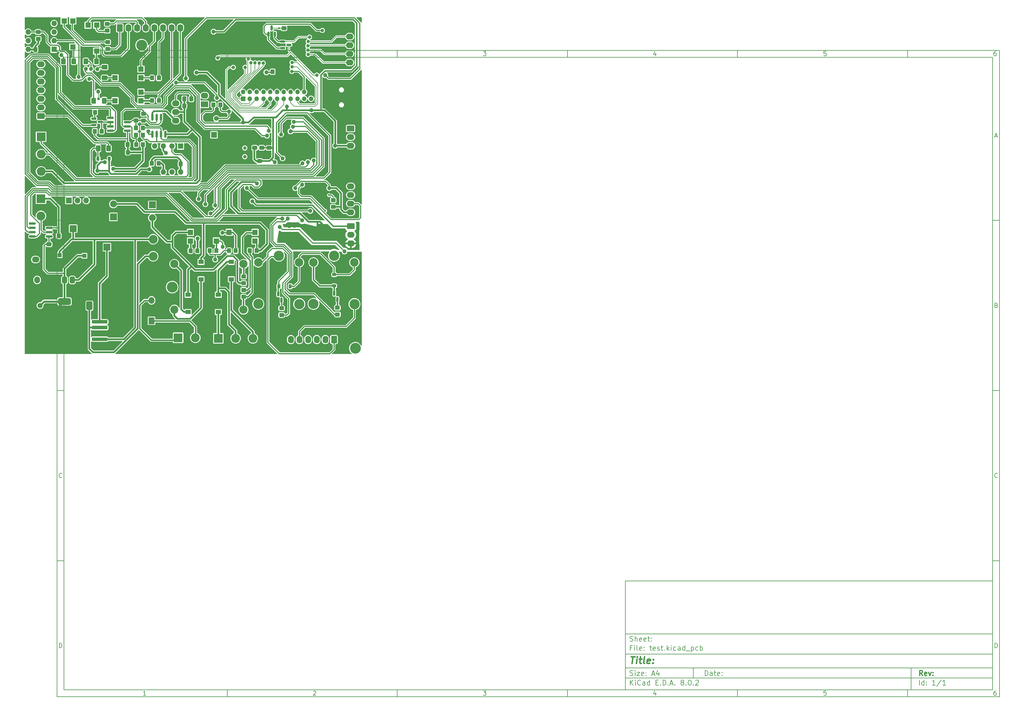
<source format=gbr>
%TF.GenerationSoftware,KiCad,Pcbnew,8.0.2-8.0.2-0~ubuntu22.04.1*%
%TF.CreationDate,2024-05-25T11:23:40+03:30*%
%TF.ProjectId,test,74657374-2e6b-4696-9361-645f70636258,rev?*%
%TF.SameCoordinates,Original*%
%TF.FileFunction,Copper,L2,Bot*%
%TF.FilePolarity,Positive*%
%FSLAX46Y46*%
G04 Gerber Fmt 4.6, Leading zero omitted, Abs format (unit mm)*
G04 Created by KiCad (PCBNEW 8.0.2-8.0.2-0~ubuntu22.04.1) date 2024-05-25 11:23:40*
%MOMM*%
%LPD*%
G01*
G04 APERTURE LIST*
G04 Aperture macros list*
%AMRoundRect*
0 Rectangle with rounded corners*
0 $1 Rounding radius*
0 $2 $3 $4 $5 $6 $7 $8 $9 X,Y pos of 4 corners*
0 Add a 4 corners polygon primitive as box body*
4,1,4,$2,$3,$4,$5,$6,$7,$8,$9,$2,$3,0*
0 Add four circle primitives for the rounded corners*
1,1,$1+$1,$2,$3*
1,1,$1+$1,$4,$5*
1,1,$1+$1,$6,$7*
1,1,$1+$1,$8,$9*
0 Add four rect primitives between the rounded corners*
20,1,$1+$1,$2,$3,$4,$5,0*
20,1,$1+$1,$4,$5,$6,$7,0*
20,1,$1+$1,$6,$7,$8,$9,0*
20,1,$1+$1,$8,$9,$2,$3,0*%
G04 Aperture macros list end*
%ADD10C,0.100000*%
%ADD11C,0.150000*%
%ADD12C,0.300000*%
%ADD13C,0.400000*%
%TA.AperFunction,HeatsinkPad*%
%ADD14C,0.600000*%
%TD*%
%TA.AperFunction,ComponentPad*%
%ADD15C,3.000000*%
%TD*%
%TA.AperFunction,ComponentPad*%
%ADD16C,2.500000*%
%TD*%
%TA.AperFunction,ComponentPad*%
%ADD17R,2.000000X2.000000*%
%TD*%
%TA.AperFunction,ComponentPad*%
%ADD18C,2.000000*%
%TD*%
%TA.AperFunction,ComponentPad*%
%ADD19RoundRect,0.250000X0.845000X-0.620000X0.845000X0.620000X-0.845000X0.620000X-0.845000X-0.620000X0*%
%TD*%
%TA.AperFunction,ComponentPad*%
%ADD20O,2.190000X1.740000*%
%TD*%
%TA.AperFunction,ComponentPad*%
%ADD21R,1.700000X2.000000*%
%TD*%
%TA.AperFunction,ComponentPad*%
%ADD22O,1.700000X2.000000*%
%TD*%
%TA.AperFunction,ComponentPad*%
%ADD23RoundRect,0.250000X0.620000X0.845000X-0.620000X0.845000X-0.620000X-0.845000X0.620000X-0.845000X0*%
%TD*%
%TA.AperFunction,ComponentPad*%
%ADD24O,1.740000X2.190000*%
%TD*%
%TA.AperFunction,ComponentPad*%
%ADD25RoundRect,0.250000X-0.845000X0.620000X-0.845000X-0.620000X0.845000X-0.620000X0.845000X0.620000X0*%
%TD*%
%TA.AperFunction,ComponentPad*%
%ADD26C,1.400000*%
%TD*%
%TA.AperFunction,ComponentPad*%
%ADD27R,2.600000X2.600000*%
%TD*%
%TA.AperFunction,ComponentPad*%
%ADD28C,2.600000*%
%TD*%
%TA.AperFunction,ComponentPad*%
%ADD29C,2.400000*%
%TD*%
%TA.AperFunction,ComponentPad*%
%ADD30O,2.400000X2.400000*%
%TD*%
%TA.AperFunction,ComponentPad*%
%ADD31R,1.200000X1.200000*%
%TD*%
%TA.AperFunction,ComponentPad*%
%ADD32C,1.200000*%
%TD*%
%TA.AperFunction,ComponentPad*%
%ADD33R,1.600000X1.600000*%
%TD*%
%TA.AperFunction,ComponentPad*%
%ADD34O,1.600000X1.600000*%
%TD*%
%TA.AperFunction,ComponentPad*%
%ADD35R,1.700000X1.700000*%
%TD*%
%TA.AperFunction,ComponentPad*%
%ADD36O,1.700000X1.700000*%
%TD*%
%TA.AperFunction,ComponentPad*%
%ADD37RoundRect,0.250000X-0.620000X-0.845000X0.620000X-0.845000X0.620000X0.845000X-0.620000X0.845000X0*%
%TD*%
%TA.AperFunction,ComponentPad*%
%ADD38C,1.000000*%
%TD*%
%TA.AperFunction,ComponentPad*%
%ADD39R,1.350000X1.350000*%
%TD*%
%TA.AperFunction,ComponentPad*%
%ADD40O,1.350000X1.350000*%
%TD*%
%TA.AperFunction,SMDPad,CuDef*%
%ADD41RoundRect,0.375000X-0.375000X0.625000X-0.375000X-0.625000X0.375000X-0.625000X0.375000X0.625000X0*%
%TD*%
%TA.AperFunction,SMDPad,CuDef*%
%ADD42RoundRect,0.500000X-1.400000X0.500000X-1.400000X-0.500000X1.400000X-0.500000X1.400000X0.500000X0*%
%TD*%
%TA.AperFunction,SMDPad,CuDef*%
%ADD43RoundRect,0.250000X-0.450000X0.350000X-0.450000X-0.350000X0.450000X-0.350000X0.450000X0.350000X0*%
%TD*%
%TA.AperFunction,SMDPad,CuDef*%
%ADD44RoundRect,0.150000X-0.587500X-0.150000X0.587500X-0.150000X0.587500X0.150000X-0.587500X0.150000X0*%
%TD*%
%TA.AperFunction,SMDPad,CuDef*%
%ADD45R,1.600000X1.600000*%
%TD*%
%TA.AperFunction,SMDPad,CuDef*%
%ADD46RoundRect,0.250000X0.450000X-0.350000X0.450000X0.350000X-0.450000X0.350000X-0.450000X-0.350000X0*%
%TD*%
%TA.AperFunction,SMDPad,CuDef*%
%ADD47R,1.500000X1.300000*%
%TD*%
%TA.AperFunction,SMDPad,CuDef*%
%ADD48RoundRect,0.250000X-0.400000X-0.625000X0.400000X-0.625000X0.400000X0.625000X-0.400000X0.625000X0*%
%TD*%
%TA.AperFunction,SMDPad,CuDef*%
%ADD49RoundRect,0.250000X0.350000X0.450000X-0.350000X0.450000X-0.350000X-0.450000X0.350000X-0.450000X0*%
%TD*%
%TA.AperFunction,SMDPad,CuDef*%
%ADD50RoundRect,0.225000X-0.375000X0.225000X-0.375000X-0.225000X0.375000X-0.225000X0.375000X0.225000X0*%
%TD*%
%TA.AperFunction,SMDPad,CuDef*%
%ADD51RoundRect,0.250000X0.337500X0.475000X-0.337500X0.475000X-0.337500X-0.475000X0.337500X-0.475000X0*%
%TD*%
%TA.AperFunction,SMDPad,CuDef*%
%ADD52RoundRect,0.150000X0.150000X-0.587500X0.150000X0.587500X-0.150000X0.587500X-0.150000X-0.587500X0*%
%TD*%
%TA.AperFunction,SMDPad,CuDef*%
%ADD53RoundRect,0.250000X0.475000X-0.337500X0.475000X0.337500X-0.475000X0.337500X-0.475000X-0.337500X0*%
%TD*%
%TA.AperFunction,SMDPad,CuDef*%
%ADD54RoundRect,0.150000X-0.825000X-0.150000X0.825000X-0.150000X0.825000X0.150000X-0.825000X0.150000X0*%
%TD*%
%TA.AperFunction,SMDPad,CuDef*%
%ADD55RoundRect,0.250000X-0.625000X0.400000X-0.625000X-0.400000X0.625000X-0.400000X0.625000X0.400000X0*%
%TD*%
%TA.AperFunction,SMDPad,CuDef*%
%ADD56RoundRect,0.250000X2.050000X0.300000X-2.050000X0.300000X-2.050000X-0.300000X2.050000X-0.300000X0*%
%TD*%
%TA.AperFunction,SMDPad,CuDef*%
%ADD57RoundRect,0.250000X2.025000X2.375000X-2.025000X2.375000X-2.025000X-2.375000X2.025000X-2.375000X0*%
%TD*%
%TA.AperFunction,SMDPad,CuDef*%
%ADD58RoundRect,0.250002X4.449998X5.149998X-4.449998X5.149998X-4.449998X-5.149998X4.449998X-5.149998X0*%
%TD*%
%TA.AperFunction,SMDPad,CuDef*%
%ADD59RoundRect,0.250000X-0.350000X-0.450000X0.350000X-0.450000X0.350000X0.450000X-0.350000X0.450000X0*%
%TD*%
%TA.AperFunction,SMDPad,CuDef*%
%ADD60RoundRect,0.225000X0.225000X0.375000X-0.225000X0.375000X-0.225000X-0.375000X0.225000X-0.375000X0*%
%TD*%
%TA.AperFunction,SMDPad,CuDef*%
%ADD61RoundRect,0.250000X0.400000X0.625000X-0.400000X0.625000X-0.400000X-0.625000X0.400000X-0.625000X0*%
%TD*%
%TA.AperFunction,SMDPad,CuDef*%
%ADD62RoundRect,0.250000X-0.475000X0.337500X-0.475000X-0.337500X0.475000X-0.337500X0.475000X0.337500X0*%
%TD*%
%TA.AperFunction,SMDPad,CuDef*%
%ADD63RoundRect,0.250000X-0.337500X-0.475000X0.337500X-0.475000X0.337500X0.475000X-0.337500X0.475000X0*%
%TD*%
%TA.AperFunction,SMDPad,CuDef*%
%ADD64RoundRect,0.225000X-0.225000X-0.375000X0.225000X-0.375000X0.225000X0.375000X-0.225000X0.375000X0*%
%TD*%
%TA.AperFunction,SMDPad,CuDef*%
%ADD65RoundRect,0.150000X-0.150000X0.825000X-0.150000X-0.825000X0.150000X-0.825000X0.150000X0.825000X0*%
%TD*%
%TA.AperFunction,SMDPad,CuDef*%
%ADD66RoundRect,0.150000X0.825000X0.150000X-0.825000X0.150000X-0.825000X-0.150000X0.825000X-0.150000X0*%
%TD*%
%TA.AperFunction,SMDPad,CuDef*%
%ADD67RoundRect,0.250000X0.650000X-1.000000X0.650000X1.000000X-0.650000X1.000000X-0.650000X-1.000000X0*%
%TD*%
%TA.AperFunction,ViaPad*%
%ADD68C,3.200000*%
%TD*%
%TA.AperFunction,ViaPad*%
%ADD69C,1.200000*%
%TD*%
%TA.AperFunction,ViaPad*%
%ADD70C,0.800000*%
%TD*%
%TA.AperFunction,ViaPad*%
%ADD71C,1.000000*%
%TD*%
%TA.AperFunction,ViaPad*%
%ADD72C,0.500000*%
%TD*%
%TA.AperFunction,ViaPad*%
%ADD73C,1.500000*%
%TD*%
%TA.AperFunction,ViaPad*%
%ADD74C,0.600000*%
%TD*%
%TA.AperFunction,Conductor*%
%ADD75C,0.300000*%
%TD*%
%TA.AperFunction,Conductor*%
%ADD76C,0.500000*%
%TD*%
%TA.AperFunction,Conductor*%
%ADD77C,0.400000*%
%TD*%
%TA.AperFunction,Conductor*%
%ADD78C,0.600000*%
%TD*%
%TA.AperFunction,Conductor*%
%ADD79C,0.200000*%
%TD*%
G04 APERTURE END LIST*
D10*
D11*
X177002200Y-166007200D02*
X285002200Y-166007200D01*
X285002200Y-198007200D01*
X177002200Y-198007200D01*
X177002200Y-166007200D01*
D10*
D11*
X10000000Y-10000000D02*
X287002200Y-10000000D01*
X287002200Y-200007200D01*
X10000000Y-200007200D01*
X10000000Y-10000000D01*
D10*
D11*
X12000000Y-12000000D02*
X285002200Y-12000000D01*
X285002200Y-198007200D01*
X12000000Y-198007200D01*
X12000000Y-12000000D01*
D10*
D11*
X60000000Y-12000000D02*
X60000000Y-10000000D01*
D10*
D11*
X110000000Y-12000000D02*
X110000000Y-10000000D01*
D10*
D11*
X160000000Y-12000000D02*
X160000000Y-10000000D01*
D10*
D11*
X210000000Y-12000000D02*
X210000000Y-10000000D01*
D10*
D11*
X260000000Y-12000000D02*
X260000000Y-10000000D01*
D10*
D11*
X36089160Y-11593604D02*
X35346303Y-11593604D01*
X35717731Y-11593604D02*
X35717731Y-10293604D01*
X35717731Y-10293604D02*
X35593922Y-10479319D01*
X35593922Y-10479319D02*
X35470112Y-10603128D01*
X35470112Y-10603128D02*
X35346303Y-10665033D01*
D10*
D11*
X85346303Y-10417414D02*
X85408207Y-10355509D01*
X85408207Y-10355509D02*
X85532017Y-10293604D01*
X85532017Y-10293604D02*
X85841541Y-10293604D01*
X85841541Y-10293604D02*
X85965350Y-10355509D01*
X85965350Y-10355509D02*
X86027255Y-10417414D01*
X86027255Y-10417414D02*
X86089160Y-10541223D01*
X86089160Y-10541223D02*
X86089160Y-10665033D01*
X86089160Y-10665033D02*
X86027255Y-10850747D01*
X86027255Y-10850747D02*
X85284398Y-11593604D01*
X85284398Y-11593604D02*
X86089160Y-11593604D01*
D10*
D11*
X135284398Y-10293604D02*
X136089160Y-10293604D01*
X136089160Y-10293604D02*
X135655826Y-10788842D01*
X135655826Y-10788842D02*
X135841541Y-10788842D01*
X135841541Y-10788842D02*
X135965350Y-10850747D01*
X135965350Y-10850747D02*
X136027255Y-10912652D01*
X136027255Y-10912652D02*
X136089160Y-11036461D01*
X136089160Y-11036461D02*
X136089160Y-11345985D01*
X136089160Y-11345985D02*
X136027255Y-11469795D01*
X136027255Y-11469795D02*
X135965350Y-11531700D01*
X135965350Y-11531700D02*
X135841541Y-11593604D01*
X135841541Y-11593604D02*
X135470112Y-11593604D01*
X135470112Y-11593604D02*
X135346303Y-11531700D01*
X135346303Y-11531700D02*
X135284398Y-11469795D01*
D10*
D11*
X185965350Y-10726938D02*
X185965350Y-11593604D01*
X185655826Y-10231700D02*
X185346303Y-11160271D01*
X185346303Y-11160271D02*
X186151064Y-11160271D01*
D10*
D11*
X236027255Y-10293604D02*
X235408207Y-10293604D01*
X235408207Y-10293604D02*
X235346303Y-10912652D01*
X235346303Y-10912652D02*
X235408207Y-10850747D01*
X235408207Y-10850747D02*
X235532017Y-10788842D01*
X235532017Y-10788842D02*
X235841541Y-10788842D01*
X235841541Y-10788842D02*
X235965350Y-10850747D01*
X235965350Y-10850747D02*
X236027255Y-10912652D01*
X236027255Y-10912652D02*
X236089160Y-11036461D01*
X236089160Y-11036461D02*
X236089160Y-11345985D01*
X236089160Y-11345985D02*
X236027255Y-11469795D01*
X236027255Y-11469795D02*
X235965350Y-11531700D01*
X235965350Y-11531700D02*
X235841541Y-11593604D01*
X235841541Y-11593604D02*
X235532017Y-11593604D01*
X235532017Y-11593604D02*
X235408207Y-11531700D01*
X235408207Y-11531700D02*
X235346303Y-11469795D01*
D10*
D11*
X285965350Y-10293604D02*
X285717731Y-10293604D01*
X285717731Y-10293604D02*
X285593922Y-10355509D01*
X285593922Y-10355509D02*
X285532017Y-10417414D01*
X285532017Y-10417414D02*
X285408207Y-10603128D01*
X285408207Y-10603128D02*
X285346303Y-10850747D01*
X285346303Y-10850747D02*
X285346303Y-11345985D01*
X285346303Y-11345985D02*
X285408207Y-11469795D01*
X285408207Y-11469795D02*
X285470112Y-11531700D01*
X285470112Y-11531700D02*
X285593922Y-11593604D01*
X285593922Y-11593604D02*
X285841541Y-11593604D01*
X285841541Y-11593604D02*
X285965350Y-11531700D01*
X285965350Y-11531700D02*
X286027255Y-11469795D01*
X286027255Y-11469795D02*
X286089160Y-11345985D01*
X286089160Y-11345985D02*
X286089160Y-11036461D01*
X286089160Y-11036461D02*
X286027255Y-10912652D01*
X286027255Y-10912652D02*
X285965350Y-10850747D01*
X285965350Y-10850747D02*
X285841541Y-10788842D01*
X285841541Y-10788842D02*
X285593922Y-10788842D01*
X285593922Y-10788842D02*
X285470112Y-10850747D01*
X285470112Y-10850747D02*
X285408207Y-10912652D01*
X285408207Y-10912652D02*
X285346303Y-11036461D01*
D10*
D11*
X60000000Y-198007200D02*
X60000000Y-200007200D01*
D10*
D11*
X110000000Y-198007200D02*
X110000000Y-200007200D01*
D10*
D11*
X160000000Y-198007200D02*
X160000000Y-200007200D01*
D10*
D11*
X210000000Y-198007200D02*
X210000000Y-200007200D01*
D10*
D11*
X260000000Y-198007200D02*
X260000000Y-200007200D01*
D10*
D11*
X36089160Y-199600804D02*
X35346303Y-199600804D01*
X35717731Y-199600804D02*
X35717731Y-198300804D01*
X35717731Y-198300804D02*
X35593922Y-198486519D01*
X35593922Y-198486519D02*
X35470112Y-198610328D01*
X35470112Y-198610328D02*
X35346303Y-198672233D01*
D10*
D11*
X85346303Y-198424614D02*
X85408207Y-198362709D01*
X85408207Y-198362709D02*
X85532017Y-198300804D01*
X85532017Y-198300804D02*
X85841541Y-198300804D01*
X85841541Y-198300804D02*
X85965350Y-198362709D01*
X85965350Y-198362709D02*
X86027255Y-198424614D01*
X86027255Y-198424614D02*
X86089160Y-198548423D01*
X86089160Y-198548423D02*
X86089160Y-198672233D01*
X86089160Y-198672233D02*
X86027255Y-198857947D01*
X86027255Y-198857947D02*
X85284398Y-199600804D01*
X85284398Y-199600804D02*
X86089160Y-199600804D01*
D10*
D11*
X135284398Y-198300804D02*
X136089160Y-198300804D01*
X136089160Y-198300804D02*
X135655826Y-198796042D01*
X135655826Y-198796042D02*
X135841541Y-198796042D01*
X135841541Y-198796042D02*
X135965350Y-198857947D01*
X135965350Y-198857947D02*
X136027255Y-198919852D01*
X136027255Y-198919852D02*
X136089160Y-199043661D01*
X136089160Y-199043661D02*
X136089160Y-199353185D01*
X136089160Y-199353185D02*
X136027255Y-199476995D01*
X136027255Y-199476995D02*
X135965350Y-199538900D01*
X135965350Y-199538900D02*
X135841541Y-199600804D01*
X135841541Y-199600804D02*
X135470112Y-199600804D01*
X135470112Y-199600804D02*
X135346303Y-199538900D01*
X135346303Y-199538900D02*
X135284398Y-199476995D01*
D10*
D11*
X185965350Y-198734138D02*
X185965350Y-199600804D01*
X185655826Y-198238900D02*
X185346303Y-199167471D01*
X185346303Y-199167471D02*
X186151064Y-199167471D01*
D10*
D11*
X236027255Y-198300804D02*
X235408207Y-198300804D01*
X235408207Y-198300804D02*
X235346303Y-198919852D01*
X235346303Y-198919852D02*
X235408207Y-198857947D01*
X235408207Y-198857947D02*
X235532017Y-198796042D01*
X235532017Y-198796042D02*
X235841541Y-198796042D01*
X235841541Y-198796042D02*
X235965350Y-198857947D01*
X235965350Y-198857947D02*
X236027255Y-198919852D01*
X236027255Y-198919852D02*
X236089160Y-199043661D01*
X236089160Y-199043661D02*
X236089160Y-199353185D01*
X236089160Y-199353185D02*
X236027255Y-199476995D01*
X236027255Y-199476995D02*
X235965350Y-199538900D01*
X235965350Y-199538900D02*
X235841541Y-199600804D01*
X235841541Y-199600804D02*
X235532017Y-199600804D01*
X235532017Y-199600804D02*
X235408207Y-199538900D01*
X235408207Y-199538900D02*
X235346303Y-199476995D01*
D10*
D11*
X285965350Y-198300804D02*
X285717731Y-198300804D01*
X285717731Y-198300804D02*
X285593922Y-198362709D01*
X285593922Y-198362709D02*
X285532017Y-198424614D01*
X285532017Y-198424614D02*
X285408207Y-198610328D01*
X285408207Y-198610328D02*
X285346303Y-198857947D01*
X285346303Y-198857947D02*
X285346303Y-199353185D01*
X285346303Y-199353185D02*
X285408207Y-199476995D01*
X285408207Y-199476995D02*
X285470112Y-199538900D01*
X285470112Y-199538900D02*
X285593922Y-199600804D01*
X285593922Y-199600804D02*
X285841541Y-199600804D01*
X285841541Y-199600804D02*
X285965350Y-199538900D01*
X285965350Y-199538900D02*
X286027255Y-199476995D01*
X286027255Y-199476995D02*
X286089160Y-199353185D01*
X286089160Y-199353185D02*
X286089160Y-199043661D01*
X286089160Y-199043661D02*
X286027255Y-198919852D01*
X286027255Y-198919852D02*
X285965350Y-198857947D01*
X285965350Y-198857947D02*
X285841541Y-198796042D01*
X285841541Y-198796042D02*
X285593922Y-198796042D01*
X285593922Y-198796042D02*
X285470112Y-198857947D01*
X285470112Y-198857947D02*
X285408207Y-198919852D01*
X285408207Y-198919852D02*
X285346303Y-199043661D01*
D10*
D11*
X10000000Y-60000000D02*
X12000000Y-60000000D01*
D10*
D11*
X10000000Y-110000000D02*
X12000000Y-110000000D01*
D10*
D11*
X10000000Y-160000000D02*
X12000000Y-160000000D01*
D10*
D11*
X10690476Y-35222176D02*
X11309523Y-35222176D01*
X10566666Y-35593604D02*
X10999999Y-34293604D01*
X10999999Y-34293604D02*
X11433333Y-35593604D01*
D10*
D11*
X11092857Y-84912652D02*
X11278571Y-84974557D01*
X11278571Y-84974557D02*
X11340476Y-85036461D01*
X11340476Y-85036461D02*
X11402380Y-85160271D01*
X11402380Y-85160271D02*
X11402380Y-85345985D01*
X11402380Y-85345985D02*
X11340476Y-85469795D01*
X11340476Y-85469795D02*
X11278571Y-85531700D01*
X11278571Y-85531700D02*
X11154761Y-85593604D01*
X11154761Y-85593604D02*
X10659523Y-85593604D01*
X10659523Y-85593604D02*
X10659523Y-84293604D01*
X10659523Y-84293604D02*
X11092857Y-84293604D01*
X11092857Y-84293604D02*
X11216666Y-84355509D01*
X11216666Y-84355509D02*
X11278571Y-84417414D01*
X11278571Y-84417414D02*
X11340476Y-84541223D01*
X11340476Y-84541223D02*
X11340476Y-84665033D01*
X11340476Y-84665033D02*
X11278571Y-84788842D01*
X11278571Y-84788842D02*
X11216666Y-84850747D01*
X11216666Y-84850747D02*
X11092857Y-84912652D01*
X11092857Y-84912652D02*
X10659523Y-84912652D01*
D10*
D11*
X11402380Y-135469795D02*
X11340476Y-135531700D01*
X11340476Y-135531700D02*
X11154761Y-135593604D01*
X11154761Y-135593604D02*
X11030952Y-135593604D01*
X11030952Y-135593604D02*
X10845238Y-135531700D01*
X10845238Y-135531700D02*
X10721428Y-135407890D01*
X10721428Y-135407890D02*
X10659523Y-135284080D01*
X10659523Y-135284080D02*
X10597619Y-135036461D01*
X10597619Y-135036461D02*
X10597619Y-134850747D01*
X10597619Y-134850747D02*
X10659523Y-134603128D01*
X10659523Y-134603128D02*
X10721428Y-134479319D01*
X10721428Y-134479319D02*
X10845238Y-134355509D01*
X10845238Y-134355509D02*
X11030952Y-134293604D01*
X11030952Y-134293604D02*
X11154761Y-134293604D01*
X11154761Y-134293604D02*
X11340476Y-134355509D01*
X11340476Y-134355509D02*
X11402380Y-134417414D01*
D10*
D11*
X10659523Y-185593604D02*
X10659523Y-184293604D01*
X10659523Y-184293604D02*
X10969047Y-184293604D01*
X10969047Y-184293604D02*
X11154761Y-184355509D01*
X11154761Y-184355509D02*
X11278571Y-184479319D01*
X11278571Y-184479319D02*
X11340476Y-184603128D01*
X11340476Y-184603128D02*
X11402380Y-184850747D01*
X11402380Y-184850747D02*
X11402380Y-185036461D01*
X11402380Y-185036461D02*
X11340476Y-185284080D01*
X11340476Y-185284080D02*
X11278571Y-185407890D01*
X11278571Y-185407890D02*
X11154761Y-185531700D01*
X11154761Y-185531700D02*
X10969047Y-185593604D01*
X10969047Y-185593604D02*
X10659523Y-185593604D01*
D10*
D11*
X287002200Y-60000000D02*
X285002200Y-60000000D01*
D10*
D11*
X287002200Y-110000000D02*
X285002200Y-110000000D01*
D10*
D11*
X287002200Y-160000000D02*
X285002200Y-160000000D01*
D10*
D11*
X285692676Y-35222176D02*
X286311723Y-35222176D01*
X285568866Y-35593604D02*
X286002199Y-34293604D01*
X286002199Y-34293604D02*
X286435533Y-35593604D01*
D10*
D11*
X286095057Y-84912652D02*
X286280771Y-84974557D01*
X286280771Y-84974557D02*
X286342676Y-85036461D01*
X286342676Y-85036461D02*
X286404580Y-85160271D01*
X286404580Y-85160271D02*
X286404580Y-85345985D01*
X286404580Y-85345985D02*
X286342676Y-85469795D01*
X286342676Y-85469795D02*
X286280771Y-85531700D01*
X286280771Y-85531700D02*
X286156961Y-85593604D01*
X286156961Y-85593604D02*
X285661723Y-85593604D01*
X285661723Y-85593604D02*
X285661723Y-84293604D01*
X285661723Y-84293604D02*
X286095057Y-84293604D01*
X286095057Y-84293604D02*
X286218866Y-84355509D01*
X286218866Y-84355509D02*
X286280771Y-84417414D01*
X286280771Y-84417414D02*
X286342676Y-84541223D01*
X286342676Y-84541223D02*
X286342676Y-84665033D01*
X286342676Y-84665033D02*
X286280771Y-84788842D01*
X286280771Y-84788842D02*
X286218866Y-84850747D01*
X286218866Y-84850747D02*
X286095057Y-84912652D01*
X286095057Y-84912652D02*
X285661723Y-84912652D01*
D10*
D11*
X286404580Y-135469795D02*
X286342676Y-135531700D01*
X286342676Y-135531700D02*
X286156961Y-135593604D01*
X286156961Y-135593604D02*
X286033152Y-135593604D01*
X286033152Y-135593604D02*
X285847438Y-135531700D01*
X285847438Y-135531700D02*
X285723628Y-135407890D01*
X285723628Y-135407890D02*
X285661723Y-135284080D01*
X285661723Y-135284080D02*
X285599819Y-135036461D01*
X285599819Y-135036461D02*
X285599819Y-134850747D01*
X285599819Y-134850747D02*
X285661723Y-134603128D01*
X285661723Y-134603128D02*
X285723628Y-134479319D01*
X285723628Y-134479319D02*
X285847438Y-134355509D01*
X285847438Y-134355509D02*
X286033152Y-134293604D01*
X286033152Y-134293604D02*
X286156961Y-134293604D01*
X286156961Y-134293604D02*
X286342676Y-134355509D01*
X286342676Y-134355509D02*
X286404580Y-134417414D01*
D10*
D11*
X285661723Y-185593604D02*
X285661723Y-184293604D01*
X285661723Y-184293604D02*
X285971247Y-184293604D01*
X285971247Y-184293604D02*
X286156961Y-184355509D01*
X286156961Y-184355509D02*
X286280771Y-184479319D01*
X286280771Y-184479319D02*
X286342676Y-184603128D01*
X286342676Y-184603128D02*
X286404580Y-184850747D01*
X286404580Y-184850747D02*
X286404580Y-185036461D01*
X286404580Y-185036461D02*
X286342676Y-185284080D01*
X286342676Y-185284080D02*
X286280771Y-185407890D01*
X286280771Y-185407890D02*
X286156961Y-185531700D01*
X286156961Y-185531700D02*
X285971247Y-185593604D01*
X285971247Y-185593604D02*
X285661723Y-185593604D01*
D10*
D11*
X200458026Y-193793328D02*
X200458026Y-192293328D01*
X200458026Y-192293328D02*
X200815169Y-192293328D01*
X200815169Y-192293328D02*
X201029455Y-192364757D01*
X201029455Y-192364757D02*
X201172312Y-192507614D01*
X201172312Y-192507614D02*
X201243741Y-192650471D01*
X201243741Y-192650471D02*
X201315169Y-192936185D01*
X201315169Y-192936185D02*
X201315169Y-193150471D01*
X201315169Y-193150471D02*
X201243741Y-193436185D01*
X201243741Y-193436185D02*
X201172312Y-193579042D01*
X201172312Y-193579042D02*
X201029455Y-193721900D01*
X201029455Y-193721900D02*
X200815169Y-193793328D01*
X200815169Y-193793328D02*
X200458026Y-193793328D01*
X202600884Y-193793328D02*
X202600884Y-193007614D01*
X202600884Y-193007614D02*
X202529455Y-192864757D01*
X202529455Y-192864757D02*
X202386598Y-192793328D01*
X202386598Y-192793328D02*
X202100884Y-192793328D01*
X202100884Y-192793328D02*
X201958026Y-192864757D01*
X202600884Y-193721900D02*
X202458026Y-193793328D01*
X202458026Y-193793328D02*
X202100884Y-193793328D01*
X202100884Y-193793328D02*
X201958026Y-193721900D01*
X201958026Y-193721900D02*
X201886598Y-193579042D01*
X201886598Y-193579042D02*
X201886598Y-193436185D01*
X201886598Y-193436185D02*
X201958026Y-193293328D01*
X201958026Y-193293328D02*
X202100884Y-193221900D01*
X202100884Y-193221900D02*
X202458026Y-193221900D01*
X202458026Y-193221900D02*
X202600884Y-193150471D01*
X203100884Y-192793328D02*
X203672312Y-192793328D01*
X203315169Y-192293328D02*
X203315169Y-193579042D01*
X203315169Y-193579042D02*
X203386598Y-193721900D01*
X203386598Y-193721900D02*
X203529455Y-193793328D01*
X203529455Y-193793328D02*
X203672312Y-193793328D01*
X204743741Y-193721900D02*
X204600884Y-193793328D01*
X204600884Y-193793328D02*
X204315170Y-193793328D01*
X204315170Y-193793328D02*
X204172312Y-193721900D01*
X204172312Y-193721900D02*
X204100884Y-193579042D01*
X204100884Y-193579042D02*
X204100884Y-193007614D01*
X204100884Y-193007614D02*
X204172312Y-192864757D01*
X204172312Y-192864757D02*
X204315170Y-192793328D01*
X204315170Y-192793328D02*
X204600884Y-192793328D01*
X204600884Y-192793328D02*
X204743741Y-192864757D01*
X204743741Y-192864757D02*
X204815170Y-193007614D01*
X204815170Y-193007614D02*
X204815170Y-193150471D01*
X204815170Y-193150471D02*
X204100884Y-193293328D01*
X205458026Y-193650471D02*
X205529455Y-193721900D01*
X205529455Y-193721900D02*
X205458026Y-193793328D01*
X205458026Y-193793328D02*
X205386598Y-193721900D01*
X205386598Y-193721900D02*
X205458026Y-193650471D01*
X205458026Y-193650471D02*
X205458026Y-193793328D01*
X205458026Y-192864757D02*
X205529455Y-192936185D01*
X205529455Y-192936185D02*
X205458026Y-193007614D01*
X205458026Y-193007614D02*
X205386598Y-192936185D01*
X205386598Y-192936185D02*
X205458026Y-192864757D01*
X205458026Y-192864757D02*
X205458026Y-193007614D01*
D10*
D11*
X177002200Y-194507200D02*
X285002200Y-194507200D01*
D10*
D11*
X178458026Y-196593328D02*
X178458026Y-195093328D01*
X179315169Y-196593328D02*
X178672312Y-195736185D01*
X179315169Y-195093328D02*
X178458026Y-195950471D01*
X179958026Y-196593328D02*
X179958026Y-195593328D01*
X179958026Y-195093328D02*
X179886598Y-195164757D01*
X179886598Y-195164757D02*
X179958026Y-195236185D01*
X179958026Y-195236185D02*
X180029455Y-195164757D01*
X180029455Y-195164757D02*
X179958026Y-195093328D01*
X179958026Y-195093328D02*
X179958026Y-195236185D01*
X181529455Y-196450471D02*
X181458027Y-196521900D01*
X181458027Y-196521900D02*
X181243741Y-196593328D01*
X181243741Y-196593328D02*
X181100884Y-196593328D01*
X181100884Y-196593328D02*
X180886598Y-196521900D01*
X180886598Y-196521900D02*
X180743741Y-196379042D01*
X180743741Y-196379042D02*
X180672312Y-196236185D01*
X180672312Y-196236185D02*
X180600884Y-195950471D01*
X180600884Y-195950471D02*
X180600884Y-195736185D01*
X180600884Y-195736185D02*
X180672312Y-195450471D01*
X180672312Y-195450471D02*
X180743741Y-195307614D01*
X180743741Y-195307614D02*
X180886598Y-195164757D01*
X180886598Y-195164757D02*
X181100884Y-195093328D01*
X181100884Y-195093328D02*
X181243741Y-195093328D01*
X181243741Y-195093328D02*
X181458027Y-195164757D01*
X181458027Y-195164757D02*
X181529455Y-195236185D01*
X182815170Y-196593328D02*
X182815170Y-195807614D01*
X182815170Y-195807614D02*
X182743741Y-195664757D01*
X182743741Y-195664757D02*
X182600884Y-195593328D01*
X182600884Y-195593328D02*
X182315170Y-195593328D01*
X182315170Y-195593328D02*
X182172312Y-195664757D01*
X182815170Y-196521900D02*
X182672312Y-196593328D01*
X182672312Y-196593328D02*
X182315170Y-196593328D01*
X182315170Y-196593328D02*
X182172312Y-196521900D01*
X182172312Y-196521900D02*
X182100884Y-196379042D01*
X182100884Y-196379042D02*
X182100884Y-196236185D01*
X182100884Y-196236185D02*
X182172312Y-196093328D01*
X182172312Y-196093328D02*
X182315170Y-196021900D01*
X182315170Y-196021900D02*
X182672312Y-196021900D01*
X182672312Y-196021900D02*
X182815170Y-195950471D01*
X184172313Y-196593328D02*
X184172313Y-195093328D01*
X184172313Y-196521900D02*
X184029455Y-196593328D01*
X184029455Y-196593328D02*
X183743741Y-196593328D01*
X183743741Y-196593328D02*
X183600884Y-196521900D01*
X183600884Y-196521900D02*
X183529455Y-196450471D01*
X183529455Y-196450471D02*
X183458027Y-196307614D01*
X183458027Y-196307614D02*
X183458027Y-195879042D01*
X183458027Y-195879042D02*
X183529455Y-195736185D01*
X183529455Y-195736185D02*
X183600884Y-195664757D01*
X183600884Y-195664757D02*
X183743741Y-195593328D01*
X183743741Y-195593328D02*
X184029455Y-195593328D01*
X184029455Y-195593328D02*
X184172313Y-195664757D01*
X186029455Y-195807614D02*
X186529455Y-195807614D01*
X186743741Y-196593328D02*
X186029455Y-196593328D01*
X186029455Y-196593328D02*
X186029455Y-195093328D01*
X186029455Y-195093328D02*
X186743741Y-195093328D01*
X187386598Y-196450471D02*
X187458027Y-196521900D01*
X187458027Y-196521900D02*
X187386598Y-196593328D01*
X187386598Y-196593328D02*
X187315170Y-196521900D01*
X187315170Y-196521900D02*
X187386598Y-196450471D01*
X187386598Y-196450471D02*
X187386598Y-196593328D01*
X188100884Y-196593328D02*
X188100884Y-195093328D01*
X188100884Y-195093328D02*
X188458027Y-195093328D01*
X188458027Y-195093328D02*
X188672313Y-195164757D01*
X188672313Y-195164757D02*
X188815170Y-195307614D01*
X188815170Y-195307614D02*
X188886599Y-195450471D01*
X188886599Y-195450471D02*
X188958027Y-195736185D01*
X188958027Y-195736185D02*
X188958027Y-195950471D01*
X188958027Y-195950471D02*
X188886599Y-196236185D01*
X188886599Y-196236185D02*
X188815170Y-196379042D01*
X188815170Y-196379042D02*
X188672313Y-196521900D01*
X188672313Y-196521900D02*
X188458027Y-196593328D01*
X188458027Y-196593328D02*
X188100884Y-196593328D01*
X189600884Y-196450471D02*
X189672313Y-196521900D01*
X189672313Y-196521900D02*
X189600884Y-196593328D01*
X189600884Y-196593328D02*
X189529456Y-196521900D01*
X189529456Y-196521900D02*
X189600884Y-196450471D01*
X189600884Y-196450471D02*
X189600884Y-196593328D01*
X190243742Y-196164757D02*
X190958028Y-196164757D01*
X190100885Y-196593328D02*
X190600885Y-195093328D01*
X190600885Y-195093328D02*
X191100885Y-196593328D01*
X191600884Y-196450471D02*
X191672313Y-196521900D01*
X191672313Y-196521900D02*
X191600884Y-196593328D01*
X191600884Y-196593328D02*
X191529456Y-196521900D01*
X191529456Y-196521900D02*
X191600884Y-196450471D01*
X191600884Y-196450471D02*
X191600884Y-196593328D01*
X193672313Y-195736185D02*
X193529456Y-195664757D01*
X193529456Y-195664757D02*
X193458027Y-195593328D01*
X193458027Y-195593328D02*
X193386599Y-195450471D01*
X193386599Y-195450471D02*
X193386599Y-195379042D01*
X193386599Y-195379042D02*
X193458027Y-195236185D01*
X193458027Y-195236185D02*
X193529456Y-195164757D01*
X193529456Y-195164757D02*
X193672313Y-195093328D01*
X193672313Y-195093328D02*
X193958027Y-195093328D01*
X193958027Y-195093328D02*
X194100885Y-195164757D01*
X194100885Y-195164757D02*
X194172313Y-195236185D01*
X194172313Y-195236185D02*
X194243742Y-195379042D01*
X194243742Y-195379042D02*
X194243742Y-195450471D01*
X194243742Y-195450471D02*
X194172313Y-195593328D01*
X194172313Y-195593328D02*
X194100885Y-195664757D01*
X194100885Y-195664757D02*
X193958027Y-195736185D01*
X193958027Y-195736185D02*
X193672313Y-195736185D01*
X193672313Y-195736185D02*
X193529456Y-195807614D01*
X193529456Y-195807614D02*
X193458027Y-195879042D01*
X193458027Y-195879042D02*
X193386599Y-196021900D01*
X193386599Y-196021900D02*
X193386599Y-196307614D01*
X193386599Y-196307614D02*
X193458027Y-196450471D01*
X193458027Y-196450471D02*
X193529456Y-196521900D01*
X193529456Y-196521900D02*
X193672313Y-196593328D01*
X193672313Y-196593328D02*
X193958027Y-196593328D01*
X193958027Y-196593328D02*
X194100885Y-196521900D01*
X194100885Y-196521900D02*
X194172313Y-196450471D01*
X194172313Y-196450471D02*
X194243742Y-196307614D01*
X194243742Y-196307614D02*
X194243742Y-196021900D01*
X194243742Y-196021900D02*
X194172313Y-195879042D01*
X194172313Y-195879042D02*
X194100885Y-195807614D01*
X194100885Y-195807614D02*
X193958027Y-195736185D01*
X194886598Y-196450471D02*
X194958027Y-196521900D01*
X194958027Y-196521900D02*
X194886598Y-196593328D01*
X194886598Y-196593328D02*
X194815170Y-196521900D01*
X194815170Y-196521900D02*
X194886598Y-196450471D01*
X194886598Y-196450471D02*
X194886598Y-196593328D01*
X195886599Y-195093328D02*
X196029456Y-195093328D01*
X196029456Y-195093328D02*
X196172313Y-195164757D01*
X196172313Y-195164757D02*
X196243742Y-195236185D01*
X196243742Y-195236185D02*
X196315170Y-195379042D01*
X196315170Y-195379042D02*
X196386599Y-195664757D01*
X196386599Y-195664757D02*
X196386599Y-196021900D01*
X196386599Y-196021900D02*
X196315170Y-196307614D01*
X196315170Y-196307614D02*
X196243742Y-196450471D01*
X196243742Y-196450471D02*
X196172313Y-196521900D01*
X196172313Y-196521900D02*
X196029456Y-196593328D01*
X196029456Y-196593328D02*
X195886599Y-196593328D01*
X195886599Y-196593328D02*
X195743742Y-196521900D01*
X195743742Y-196521900D02*
X195672313Y-196450471D01*
X195672313Y-196450471D02*
X195600884Y-196307614D01*
X195600884Y-196307614D02*
X195529456Y-196021900D01*
X195529456Y-196021900D02*
X195529456Y-195664757D01*
X195529456Y-195664757D02*
X195600884Y-195379042D01*
X195600884Y-195379042D02*
X195672313Y-195236185D01*
X195672313Y-195236185D02*
X195743742Y-195164757D01*
X195743742Y-195164757D02*
X195886599Y-195093328D01*
X197029455Y-196450471D02*
X197100884Y-196521900D01*
X197100884Y-196521900D02*
X197029455Y-196593328D01*
X197029455Y-196593328D02*
X196958027Y-196521900D01*
X196958027Y-196521900D02*
X197029455Y-196450471D01*
X197029455Y-196450471D02*
X197029455Y-196593328D01*
X197672313Y-195236185D02*
X197743741Y-195164757D01*
X197743741Y-195164757D02*
X197886599Y-195093328D01*
X197886599Y-195093328D02*
X198243741Y-195093328D01*
X198243741Y-195093328D02*
X198386599Y-195164757D01*
X198386599Y-195164757D02*
X198458027Y-195236185D01*
X198458027Y-195236185D02*
X198529456Y-195379042D01*
X198529456Y-195379042D02*
X198529456Y-195521900D01*
X198529456Y-195521900D02*
X198458027Y-195736185D01*
X198458027Y-195736185D02*
X197600884Y-196593328D01*
X197600884Y-196593328D02*
X198529456Y-196593328D01*
D10*
D11*
X177002200Y-191507200D02*
X285002200Y-191507200D01*
D10*
D12*
X264413853Y-193785528D02*
X263913853Y-193071242D01*
X263556710Y-193785528D02*
X263556710Y-192285528D01*
X263556710Y-192285528D02*
X264128139Y-192285528D01*
X264128139Y-192285528D02*
X264270996Y-192356957D01*
X264270996Y-192356957D02*
X264342425Y-192428385D01*
X264342425Y-192428385D02*
X264413853Y-192571242D01*
X264413853Y-192571242D02*
X264413853Y-192785528D01*
X264413853Y-192785528D02*
X264342425Y-192928385D01*
X264342425Y-192928385D02*
X264270996Y-192999814D01*
X264270996Y-192999814D02*
X264128139Y-193071242D01*
X264128139Y-193071242D02*
X263556710Y-193071242D01*
X265628139Y-193714100D02*
X265485282Y-193785528D01*
X265485282Y-193785528D02*
X265199568Y-193785528D01*
X265199568Y-193785528D02*
X265056710Y-193714100D01*
X265056710Y-193714100D02*
X264985282Y-193571242D01*
X264985282Y-193571242D02*
X264985282Y-192999814D01*
X264985282Y-192999814D02*
X265056710Y-192856957D01*
X265056710Y-192856957D02*
X265199568Y-192785528D01*
X265199568Y-192785528D02*
X265485282Y-192785528D01*
X265485282Y-192785528D02*
X265628139Y-192856957D01*
X265628139Y-192856957D02*
X265699568Y-192999814D01*
X265699568Y-192999814D02*
X265699568Y-193142671D01*
X265699568Y-193142671D02*
X264985282Y-193285528D01*
X266199567Y-192785528D02*
X266556710Y-193785528D01*
X266556710Y-193785528D02*
X266913853Y-192785528D01*
X267485281Y-193642671D02*
X267556710Y-193714100D01*
X267556710Y-193714100D02*
X267485281Y-193785528D01*
X267485281Y-193785528D02*
X267413853Y-193714100D01*
X267413853Y-193714100D02*
X267485281Y-193642671D01*
X267485281Y-193642671D02*
X267485281Y-193785528D01*
X267485281Y-192856957D02*
X267556710Y-192928385D01*
X267556710Y-192928385D02*
X267485281Y-192999814D01*
X267485281Y-192999814D02*
X267413853Y-192928385D01*
X267413853Y-192928385D02*
X267485281Y-192856957D01*
X267485281Y-192856957D02*
X267485281Y-192999814D01*
D10*
D11*
X178386598Y-193721900D02*
X178600884Y-193793328D01*
X178600884Y-193793328D02*
X178958026Y-193793328D01*
X178958026Y-193793328D02*
X179100884Y-193721900D01*
X179100884Y-193721900D02*
X179172312Y-193650471D01*
X179172312Y-193650471D02*
X179243741Y-193507614D01*
X179243741Y-193507614D02*
X179243741Y-193364757D01*
X179243741Y-193364757D02*
X179172312Y-193221900D01*
X179172312Y-193221900D02*
X179100884Y-193150471D01*
X179100884Y-193150471D02*
X178958026Y-193079042D01*
X178958026Y-193079042D02*
X178672312Y-193007614D01*
X178672312Y-193007614D02*
X178529455Y-192936185D01*
X178529455Y-192936185D02*
X178458026Y-192864757D01*
X178458026Y-192864757D02*
X178386598Y-192721900D01*
X178386598Y-192721900D02*
X178386598Y-192579042D01*
X178386598Y-192579042D02*
X178458026Y-192436185D01*
X178458026Y-192436185D02*
X178529455Y-192364757D01*
X178529455Y-192364757D02*
X178672312Y-192293328D01*
X178672312Y-192293328D02*
X179029455Y-192293328D01*
X179029455Y-192293328D02*
X179243741Y-192364757D01*
X179886597Y-193793328D02*
X179886597Y-192793328D01*
X179886597Y-192293328D02*
X179815169Y-192364757D01*
X179815169Y-192364757D02*
X179886597Y-192436185D01*
X179886597Y-192436185D02*
X179958026Y-192364757D01*
X179958026Y-192364757D02*
X179886597Y-192293328D01*
X179886597Y-192293328D02*
X179886597Y-192436185D01*
X180458026Y-192793328D02*
X181243741Y-192793328D01*
X181243741Y-192793328D02*
X180458026Y-193793328D01*
X180458026Y-193793328D02*
X181243741Y-193793328D01*
X182386598Y-193721900D02*
X182243741Y-193793328D01*
X182243741Y-193793328D02*
X181958027Y-193793328D01*
X181958027Y-193793328D02*
X181815169Y-193721900D01*
X181815169Y-193721900D02*
X181743741Y-193579042D01*
X181743741Y-193579042D02*
X181743741Y-193007614D01*
X181743741Y-193007614D02*
X181815169Y-192864757D01*
X181815169Y-192864757D02*
X181958027Y-192793328D01*
X181958027Y-192793328D02*
X182243741Y-192793328D01*
X182243741Y-192793328D02*
X182386598Y-192864757D01*
X182386598Y-192864757D02*
X182458027Y-193007614D01*
X182458027Y-193007614D02*
X182458027Y-193150471D01*
X182458027Y-193150471D02*
X181743741Y-193293328D01*
X183100883Y-193650471D02*
X183172312Y-193721900D01*
X183172312Y-193721900D02*
X183100883Y-193793328D01*
X183100883Y-193793328D02*
X183029455Y-193721900D01*
X183029455Y-193721900D02*
X183100883Y-193650471D01*
X183100883Y-193650471D02*
X183100883Y-193793328D01*
X183100883Y-192864757D02*
X183172312Y-192936185D01*
X183172312Y-192936185D02*
X183100883Y-193007614D01*
X183100883Y-193007614D02*
X183029455Y-192936185D01*
X183029455Y-192936185D02*
X183100883Y-192864757D01*
X183100883Y-192864757D02*
X183100883Y-193007614D01*
X184886598Y-193364757D02*
X185600884Y-193364757D01*
X184743741Y-193793328D02*
X185243741Y-192293328D01*
X185243741Y-192293328D02*
X185743741Y-193793328D01*
X186886598Y-192793328D02*
X186886598Y-193793328D01*
X186529455Y-192221900D02*
X186172312Y-193293328D01*
X186172312Y-193293328D02*
X187100883Y-193293328D01*
D10*
D11*
X263458026Y-196593328D02*
X263458026Y-195093328D01*
X264815170Y-196593328D02*
X264815170Y-195093328D01*
X264815170Y-196521900D02*
X264672312Y-196593328D01*
X264672312Y-196593328D02*
X264386598Y-196593328D01*
X264386598Y-196593328D02*
X264243741Y-196521900D01*
X264243741Y-196521900D02*
X264172312Y-196450471D01*
X264172312Y-196450471D02*
X264100884Y-196307614D01*
X264100884Y-196307614D02*
X264100884Y-195879042D01*
X264100884Y-195879042D02*
X264172312Y-195736185D01*
X264172312Y-195736185D02*
X264243741Y-195664757D01*
X264243741Y-195664757D02*
X264386598Y-195593328D01*
X264386598Y-195593328D02*
X264672312Y-195593328D01*
X264672312Y-195593328D02*
X264815170Y-195664757D01*
X265529455Y-196450471D02*
X265600884Y-196521900D01*
X265600884Y-196521900D02*
X265529455Y-196593328D01*
X265529455Y-196593328D02*
X265458027Y-196521900D01*
X265458027Y-196521900D02*
X265529455Y-196450471D01*
X265529455Y-196450471D02*
X265529455Y-196593328D01*
X265529455Y-195664757D02*
X265600884Y-195736185D01*
X265600884Y-195736185D02*
X265529455Y-195807614D01*
X265529455Y-195807614D02*
X265458027Y-195736185D01*
X265458027Y-195736185D02*
X265529455Y-195664757D01*
X265529455Y-195664757D02*
X265529455Y-195807614D01*
X268172313Y-196593328D02*
X267315170Y-196593328D01*
X267743741Y-196593328D02*
X267743741Y-195093328D01*
X267743741Y-195093328D02*
X267600884Y-195307614D01*
X267600884Y-195307614D02*
X267458027Y-195450471D01*
X267458027Y-195450471D02*
X267315170Y-195521900D01*
X269886598Y-195021900D02*
X268600884Y-196950471D01*
X271172313Y-196593328D02*
X270315170Y-196593328D01*
X270743741Y-196593328D02*
X270743741Y-195093328D01*
X270743741Y-195093328D02*
X270600884Y-195307614D01*
X270600884Y-195307614D02*
X270458027Y-195450471D01*
X270458027Y-195450471D02*
X270315170Y-195521900D01*
D10*
D11*
X177002200Y-187507200D02*
X285002200Y-187507200D01*
D10*
D13*
X178693928Y-188211638D02*
X179836785Y-188211638D01*
X179015357Y-190211638D02*
X179265357Y-188211638D01*
X180253452Y-190211638D02*
X180420119Y-188878304D01*
X180503452Y-188211638D02*
X180396309Y-188306876D01*
X180396309Y-188306876D02*
X180479643Y-188402114D01*
X180479643Y-188402114D02*
X180586786Y-188306876D01*
X180586786Y-188306876D02*
X180503452Y-188211638D01*
X180503452Y-188211638D02*
X180479643Y-188402114D01*
X181086786Y-188878304D02*
X181848690Y-188878304D01*
X181455833Y-188211638D02*
X181241548Y-189925923D01*
X181241548Y-189925923D02*
X181312976Y-190116400D01*
X181312976Y-190116400D02*
X181491548Y-190211638D01*
X181491548Y-190211638D02*
X181682024Y-190211638D01*
X182634405Y-190211638D02*
X182455833Y-190116400D01*
X182455833Y-190116400D02*
X182384405Y-189925923D01*
X182384405Y-189925923D02*
X182598690Y-188211638D01*
X184170119Y-190116400D02*
X183967738Y-190211638D01*
X183967738Y-190211638D02*
X183586785Y-190211638D01*
X183586785Y-190211638D02*
X183408214Y-190116400D01*
X183408214Y-190116400D02*
X183336785Y-189925923D01*
X183336785Y-189925923D02*
X183432024Y-189164019D01*
X183432024Y-189164019D02*
X183551071Y-188973542D01*
X183551071Y-188973542D02*
X183753452Y-188878304D01*
X183753452Y-188878304D02*
X184134404Y-188878304D01*
X184134404Y-188878304D02*
X184312976Y-188973542D01*
X184312976Y-188973542D02*
X184384404Y-189164019D01*
X184384404Y-189164019D02*
X184360595Y-189354495D01*
X184360595Y-189354495D02*
X183384404Y-189544971D01*
X185134405Y-190021161D02*
X185217738Y-190116400D01*
X185217738Y-190116400D02*
X185110595Y-190211638D01*
X185110595Y-190211638D02*
X185027262Y-190116400D01*
X185027262Y-190116400D02*
X185134405Y-190021161D01*
X185134405Y-190021161D02*
X185110595Y-190211638D01*
X185265357Y-188973542D02*
X185348690Y-189068780D01*
X185348690Y-189068780D02*
X185241548Y-189164019D01*
X185241548Y-189164019D02*
X185158214Y-189068780D01*
X185158214Y-189068780D02*
X185265357Y-188973542D01*
X185265357Y-188973542D02*
X185241548Y-189164019D01*
D10*
D11*
X178958026Y-185607614D02*
X178458026Y-185607614D01*
X178458026Y-186393328D02*
X178458026Y-184893328D01*
X178458026Y-184893328D02*
X179172312Y-184893328D01*
X179743740Y-186393328D02*
X179743740Y-185393328D01*
X179743740Y-184893328D02*
X179672312Y-184964757D01*
X179672312Y-184964757D02*
X179743740Y-185036185D01*
X179743740Y-185036185D02*
X179815169Y-184964757D01*
X179815169Y-184964757D02*
X179743740Y-184893328D01*
X179743740Y-184893328D02*
X179743740Y-185036185D01*
X180672312Y-186393328D02*
X180529455Y-186321900D01*
X180529455Y-186321900D02*
X180458026Y-186179042D01*
X180458026Y-186179042D02*
X180458026Y-184893328D01*
X181815169Y-186321900D02*
X181672312Y-186393328D01*
X181672312Y-186393328D02*
X181386598Y-186393328D01*
X181386598Y-186393328D02*
X181243740Y-186321900D01*
X181243740Y-186321900D02*
X181172312Y-186179042D01*
X181172312Y-186179042D02*
X181172312Y-185607614D01*
X181172312Y-185607614D02*
X181243740Y-185464757D01*
X181243740Y-185464757D02*
X181386598Y-185393328D01*
X181386598Y-185393328D02*
X181672312Y-185393328D01*
X181672312Y-185393328D02*
X181815169Y-185464757D01*
X181815169Y-185464757D02*
X181886598Y-185607614D01*
X181886598Y-185607614D02*
X181886598Y-185750471D01*
X181886598Y-185750471D02*
X181172312Y-185893328D01*
X182529454Y-186250471D02*
X182600883Y-186321900D01*
X182600883Y-186321900D02*
X182529454Y-186393328D01*
X182529454Y-186393328D02*
X182458026Y-186321900D01*
X182458026Y-186321900D02*
X182529454Y-186250471D01*
X182529454Y-186250471D02*
X182529454Y-186393328D01*
X182529454Y-185464757D02*
X182600883Y-185536185D01*
X182600883Y-185536185D02*
X182529454Y-185607614D01*
X182529454Y-185607614D02*
X182458026Y-185536185D01*
X182458026Y-185536185D02*
X182529454Y-185464757D01*
X182529454Y-185464757D02*
X182529454Y-185607614D01*
X184172312Y-185393328D02*
X184743740Y-185393328D01*
X184386597Y-184893328D02*
X184386597Y-186179042D01*
X184386597Y-186179042D02*
X184458026Y-186321900D01*
X184458026Y-186321900D02*
X184600883Y-186393328D01*
X184600883Y-186393328D02*
X184743740Y-186393328D01*
X185815169Y-186321900D02*
X185672312Y-186393328D01*
X185672312Y-186393328D02*
X185386598Y-186393328D01*
X185386598Y-186393328D02*
X185243740Y-186321900D01*
X185243740Y-186321900D02*
X185172312Y-186179042D01*
X185172312Y-186179042D02*
X185172312Y-185607614D01*
X185172312Y-185607614D02*
X185243740Y-185464757D01*
X185243740Y-185464757D02*
X185386598Y-185393328D01*
X185386598Y-185393328D02*
X185672312Y-185393328D01*
X185672312Y-185393328D02*
X185815169Y-185464757D01*
X185815169Y-185464757D02*
X185886598Y-185607614D01*
X185886598Y-185607614D02*
X185886598Y-185750471D01*
X185886598Y-185750471D02*
X185172312Y-185893328D01*
X186458026Y-186321900D02*
X186600883Y-186393328D01*
X186600883Y-186393328D02*
X186886597Y-186393328D01*
X186886597Y-186393328D02*
X187029454Y-186321900D01*
X187029454Y-186321900D02*
X187100883Y-186179042D01*
X187100883Y-186179042D02*
X187100883Y-186107614D01*
X187100883Y-186107614D02*
X187029454Y-185964757D01*
X187029454Y-185964757D02*
X186886597Y-185893328D01*
X186886597Y-185893328D02*
X186672312Y-185893328D01*
X186672312Y-185893328D02*
X186529454Y-185821900D01*
X186529454Y-185821900D02*
X186458026Y-185679042D01*
X186458026Y-185679042D02*
X186458026Y-185607614D01*
X186458026Y-185607614D02*
X186529454Y-185464757D01*
X186529454Y-185464757D02*
X186672312Y-185393328D01*
X186672312Y-185393328D02*
X186886597Y-185393328D01*
X186886597Y-185393328D02*
X187029454Y-185464757D01*
X187529455Y-185393328D02*
X188100883Y-185393328D01*
X187743740Y-184893328D02*
X187743740Y-186179042D01*
X187743740Y-186179042D02*
X187815169Y-186321900D01*
X187815169Y-186321900D02*
X187958026Y-186393328D01*
X187958026Y-186393328D02*
X188100883Y-186393328D01*
X188600883Y-186250471D02*
X188672312Y-186321900D01*
X188672312Y-186321900D02*
X188600883Y-186393328D01*
X188600883Y-186393328D02*
X188529455Y-186321900D01*
X188529455Y-186321900D02*
X188600883Y-186250471D01*
X188600883Y-186250471D02*
X188600883Y-186393328D01*
X189315169Y-186393328D02*
X189315169Y-184893328D01*
X189458027Y-185821900D02*
X189886598Y-186393328D01*
X189886598Y-185393328D02*
X189315169Y-185964757D01*
X190529455Y-186393328D02*
X190529455Y-185393328D01*
X190529455Y-184893328D02*
X190458027Y-184964757D01*
X190458027Y-184964757D02*
X190529455Y-185036185D01*
X190529455Y-185036185D02*
X190600884Y-184964757D01*
X190600884Y-184964757D02*
X190529455Y-184893328D01*
X190529455Y-184893328D02*
X190529455Y-185036185D01*
X191886599Y-186321900D02*
X191743741Y-186393328D01*
X191743741Y-186393328D02*
X191458027Y-186393328D01*
X191458027Y-186393328D02*
X191315170Y-186321900D01*
X191315170Y-186321900D02*
X191243741Y-186250471D01*
X191243741Y-186250471D02*
X191172313Y-186107614D01*
X191172313Y-186107614D02*
X191172313Y-185679042D01*
X191172313Y-185679042D02*
X191243741Y-185536185D01*
X191243741Y-185536185D02*
X191315170Y-185464757D01*
X191315170Y-185464757D02*
X191458027Y-185393328D01*
X191458027Y-185393328D02*
X191743741Y-185393328D01*
X191743741Y-185393328D02*
X191886599Y-185464757D01*
X193172313Y-186393328D02*
X193172313Y-185607614D01*
X193172313Y-185607614D02*
X193100884Y-185464757D01*
X193100884Y-185464757D02*
X192958027Y-185393328D01*
X192958027Y-185393328D02*
X192672313Y-185393328D01*
X192672313Y-185393328D02*
X192529455Y-185464757D01*
X193172313Y-186321900D02*
X193029455Y-186393328D01*
X193029455Y-186393328D02*
X192672313Y-186393328D01*
X192672313Y-186393328D02*
X192529455Y-186321900D01*
X192529455Y-186321900D02*
X192458027Y-186179042D01*
X192458027Y-186179042D02*
X192458027Y-186036185D01*
X192458027Y-186036185D02*
X192529455Y-185893328D01*
X192529455Y-185893328D02*
X192672313Y-185821900D01*
X192672313Y-185821900D02*
X193029455Y-185821900D01*
X193029455Y-185821900D02*
X193172313Y-185750471D01*
X194529456Y-186393328D02*
X194529456Y-184893328D01*
X194529456Y-186321900D02*
X194386598Y-186393328D01*
X194386598Y-186393328D02*
X194100884Y-186393328D01*
X194100884Y-186393328D02*
X193958027Y-186321900D01*
X193958027Y-186321900D02*
X193886598Y-186250471D01*
X193886598Y-186250471D02*
X193815170Y-186107614D01*
X193815170Y-186107614D02*
X193815170Y-185679042D01*
X193815170Y-185679042D02*
X193886598Y-185536185D01*
X193886598Y-185536185D02*
X193958027Y-185464757D01*
X193958027Y-185464757D02*
X194100884Y-185393328D01*
X194100884Y-185393328D02*
X194386598Y-185393328D01*
X194386598Y-185393328D02*
X194529456Y-185464757D01*
X194886599Y-186536185D02*
X196029456Y-186536185D01*
X196386598Y-185393328D02*
X196386598Y-186893328D01*
X196386598Y-185464757D02*
X196529456Y-185393328D01*
X196529456Y-185393328D02*
X196815170Y-185393328D01*
X196815170Y-185393328D02*
X196958027Y-185464757D01*
X196958027Y-185464757D02*
X197029456Y-185536185D01*
X197029456Y-185536185D02*
X197100884Y-185679042D01*
X197100884Y-185679042D02*
X197100884Y-186107614D01*
X197100884Y-186107614D02*
X197029456Y-186250471D01*
X197029456Y-186250471D02*
X196958027Y-186321900D01*
X196958027Y-186321900D02*
X196815170Y-186393328D01*
X196815170Y-186393328D02*
X196529456Y-186393328D01*
X196529456Y-186393328D02*
X196386598Y-186321900D01*
X198386599Y-186321900D02*
X198243741Y-186393328D01*
X198243741Y-186393328D02*
X197958027Y-186393328D01*
X197958027Y-186393328D02*
X197815170Y-186321900D01*
X197815170Y-186321900D02*
X197743741Y-186250471D01*
X197743741Y-186250471D02*
X197672313Y-186107614D01*
X197672313Y-186107614D02*
X197672313Y-185679042D01*
X197672313Y-185679042D02*
X197743741Y-185536185D01*
X197743741Y-185536185D02*
X197815170Y-185464757D01*
X197815170Y-185464757D02*
X197958027Y-185393328D01*
X197958027Y-185393328D02*
X198243741Y-185393328D01*
X198243741Y-185393328D02*
X198386599Y-185464757D01*
X199029455Y-186393328D02*
X199029455Y-184893328D01*
X199029455Y-185464757D02*
X199172313Y-185393328D01*
X199172313Y-185393328D02*
X199458027Y-185393328D01*
X199458027Y-185393328D02*
X199600884Y-185464757D01*
X199600884Y-185464757D02*
X199672313Y-185536185D01*
X199672313Y-185536185D02*
X199743741Y-185679042D01*
X199743741Y-185679042D02*
X199743741Y-186107614D01*
X199743741Y-186107614D02*
X199672313Y-186250471D01*
X199672313Y-186250471D02*
X199600884Y-186321900D01*
X199600884Y-186321900D02*
X199458027Y-186393328D01*
X199458027Y-186393328D02*
X199172313Y-186393328D01*
X199172313Y-186393328D02*
X199029455Y-186321900D01*
D10*
D11*
X177002200Y-181507200D02*
X285002200Y-181507200D01*
D10*
D11*
X178386598Y-183621900D02*
X178600884Y-183693328D01*
X178600884Y-183693328D02*
X178958026Y-183693328D01*
X178958026Y-183693328D02*
X179100884Y-183621900D01*
X179100884Y-183621900D02*
X179172312Y-183550471D01*
X179172312Y-183550471D02*
X179243741Y-183407614D01*
X179243741Y-183407614D02*
X179243741Y-183264757D01*
X179243741Y-183264757D02*
X179172312Y-183121900D01*
X179172312Y-183121900D02*
X179100884Y-183050471D01*
X179100884Y-183050471D02*
X178958026Y-182979042D01*
X178958026Y-182979042D02*
X178672312Y-182907614D01*
X178672312Y-182907614D02*
X178529455Y-182836185D01*
X178529455Y-182836185D02*
X178458026Y-182764757D01*
X178458026Y-182764757D02*
X178386598Y-182621900D01*
X178386598Y-182621900D02*
X178386598Y-182479042D01*
X178386598Y-182479042D02*
X178458026Y-182336185D01*
X178458026Y-182336185D02*
X178529455Y-182264757D01*
X178529455Y-182264757D02*
X178672312Y-182193328D01*
X178672312Y-182193328D02*
X179029455Y-182193328D01*
X179029455Y-182193328D02*
X179243741Y-182264757D01*
X179886597Y-183693328D02*
X179886597Y-182193328D01*
X180529455Y-183693328D02*
X180529455Y-182907614D01*
X180529455Y-182907614D02*
X180458026Y-182764757D01*
X180458026Y-182764757D02*
X180315169Y-182693328D01*
X180315169Y-182693328D02*
X180100883Y-182693328D01*
X180100883Y-182693328D02*
X179958026Y-182764757D01*
X179958026Y-182764757D02*
X179886597Y-182836185D01*
X181815169Y-183621900D02*
X181672312Y-183693328D01*
X181672312Y-183693328D02*
X181386598Y-183693328D01*
X181386598Y-183693328D02*
X181243740Y-183621900D01*
X181243740Y-183621900D02*
X181172312Y-183479042D01*
X181172312Y-183479042D02*
X181172312Y-182907614D01*
X181172312Y-182907614D02*
X181243740Y-182764757D01*
X181243740Y-182764757D02*
X181386598Y-182693328D01*
X181386598Y-182693328D02*
X181672312Y-182693328D01*
X181672312Y-182693328D02*
X181815169Y-182764757D01*
X181815169Y-182764757D02*
X181886598Y-182907614D01*
X181886598Y-182907614D02*
X181886598Y-183050471D01*
X181886598Y-183050471D02*
X181172312Y-183193328D01*
X183100883Y-183621900D02*
X182958026Y-183693328D01*
X182958026Y-183693328D02*
X182672312Y-183693328D01*
X182672312Y-183693328D02*
X182529454Y-183621900D01*
X182529454Y-183621900D02*
X182458026Y-183479042D01*
X182458026Y-183479042D02*
X182458026Y-182907614D01*
X182458026Y-182907614D02*
X182529454Y-182764757D01*
X182529454Y-182764757D02*
X182672312Y-182693328D01*
X182672312Y-182693328D02*
X182958026Y-182693328D01*
X182958026Y-182693328D02*
X183100883Y-182764757D01*
X183100883Y-182764757D02*
X183172312Y-182907614D01*
X183172312Y-182907614D02*
X183172312Y-183050471D01*
X183172312Y-183050471D02*
X182458026Y-183193328D01*
X183600883Y-182693328D02*
X184172311Y-182693328D01*
X183815168Y-182193328D02*
X183815168Y-183479042D01*
X183815168Y-183479042D02*
X183886597Y-183621900D01*
X183886597Y-183621900D02*
X184029454Y-183693328D01*
X184029454Y-183693328D02*
X184172311Y-183693328D01*
X184672311Y-183550471D02*
X184743740Y-183621900D01*
X184743740Y-183621900D02*
X184672311Y-183693328D01*
X184672311Y-183693328D02*
X184600883Y-183621900D01*
X184600883Y-183621900D02*
X184672311Y-183550471D01*
X184672311Y-183550471D02*
X184672311Y-183693328D01*
X184672311Y-182764757D02*
X184743740Y-182836185D01*
X184743740Y-182836185D02*
X184672311Y-182907614D01*
X184672311Y-182907614D02*
X184600883Y-182836185D01*
X184600883Y-182836185D02*
X184672311Y-182764757D01*
X184672311Y-182764757D02*
X184672311Y-182907614D01*
D10*
D11*
X197002200Y-191507200D02*
X197002200Y-194507200D01*
D10*
D11*
X261002200Y-191507200D02*
X261002200Y-198007200D01*
D14*
%TO.P,U1,41,GND*%
%TO.N,GND*%
X69460000Y-8230000D03*
X69460000Y-9630000D03*
X70160000Y-7530000D03*
X70160000Y-8930000D03*
X70160000Y-10330000D03*
X70860000Y-8230000D03*
X70860000Y-9630000D03*
X71560000Y-7530000D03*
X71560000Y-8930000D03*
X71560000Y-10330000D03*
X72260000Y-8230000D03*
X72260000Y-9630000D03*
%TD*%
D15*
%TO.P,relay2,1*%
%TO.N,/RELOUT22*%
X75190000Y-70360000D03*
D16*
%TO.P,relay2,2*%
%TO.N,Net-(dr2-A)*%
X69140000Y-72310000D03*
D15*
%TO.P,relay2,3*%
%TO.N,/RELOUT21*%
X69140000Y-84510000D03*
%TO.P,relay2,4*%
%TO.N,/NOC2*%
X81190000Y-84560000D03*
D16*
%TO.P,relay2,5*%
%TO.N,/+24V*%
X81140000Y-72310000D03*
%TD*%
D17*
%TO.P,crs2,1*%
%TO.N,/+5V*%
X14730000Y-62380000D03*
D18*
%TO.P,crs2,2*%
%TO.N,GND*%
X18530000Y-62380000D03*
%TD*%
D19*
%TO.P,usb1,1,Pin_1*%
%TO.N,Net-(usb1-Pin_1)*%
X53360000Y-25840000D03*
D20*
%TO.P,usb1,2,Pin_2*%
%TO.N,Net-(usb1-Pin_2)*%
X53360000Y-23300000D03*
%TD*%
D21*
%TO.P,PS1,1,AC/L*%
%TO.N,/L*%
X37757500Y-89487500D03*
D22*
%TO.P,PS1,2,AC/N*%
%TO.N,/N*%
X37757500Y-83487500D03*
%TO.P,PS1,3,-Vout*%
%TO.N,GND*%
X4157500Y-95487500D03*
%TO.P,PS1,4,+Vout*%
%TO.N,Net-(PS1-+Vout)*%
X4157500Y-77487500D03*
%TD*%
D23*
%TO.P,Relay Out,1,Pin_1*%
%TO.N,/RELOUT22*%
X91400000Y-95000000D03*
D24*
%TO.P,Relay Out,2,Pin_2*%
%TO.N,/RELOUT21*%
X88860000Y-95000000D03*
%TO.P,Relay Out,3,Pin_3*%
%TO.N,/RELOUT12*%
X86320000Y-95000000D03*
%TO.P,Relay Out,4,Pin_4*%
%TO.N,/RELOUT11*%
X83780000Y-95000000D03*
%TO.P,Relay Out,5,Pin_5*%
%TO.N,/NOC1*%
X81240000Y-95000000D03*
%TO.P,Relay Out,6,Pin_6*%
%TO.N,/NOC2*%
X78700000Y-95000000D03*
%TD*%
D19*
%TO.P,DIN,1,Pin_1*%
%TO.N,/DI1*%
X5250000Y-29340000D03*
D20*
%TO.P,DIN,2,Pin_2*%
%TO.N,/DI2*%
X5250000Y-26800000D03*
%TO.P,DIN,3,Pin_3*%
%TO.N,/DI3*%
X5250000Y-24260000D03*
%TO.P,DIN,4,Pin_4*%
%TO.N,/DI4*%
X5250000Y-21720000D03*
%TO.P,DIN,5,Pin_5*%
%TO.N,/DI5*%
X5250000Y-19180000D03*
%TO.P,DIN,6,Pin_6*%
%TO.N,/DI6*%
X5250000Y-16640000D03*
%TO.P,DIN,7,Pin_7*%
%TO.N,IGND*%
X5250000Y-14100000D03*
%TD*%
D17*
%TO.P,crs1,1*%
%TO.N,/+24V*%
X24670000Y-67850000D03*
D18*
%TO.P,crs1,2*%
%TO.N,GND*%
X28470000Y-67850000D03*
%TD*%
D25*
%TO.P,eprg1,1,Pin_1*%
%TO.N,GND*%
X96000000Y-3420000D03*
D20*
%TO.P,eprg1,2,Pin_2*%
%TO.N,/TMS*%
X96000000Y-5960000D03*
%TO.P,eprg1,3,Pin_3*%
%TO.N,/TDI*%
X96000000Y-8500000D03*
%TO.P,eprg1,4,Pin_4*%
%TO.N,/TDO*%
X96000000Y-11040000D03*
%TO.P,eprg1,5,Pin_5*%
%TO.N,/TCK*%
X96000000Y-13580000D03*
%TD*%
D26*
%TO.P,IO3S,1,A*%
%TO.N,GND*%
X54250000Y-30000000D03*
%TO.P,IO3S,2,B*%
%TO.N,Net-(U1-IO3)*%
X56790000Y-30000000D03*
%TD*%
D27*
%TO.P,thermo,1,Pin_1*%
%TO.N,Net-(U6-T-)*%
X5270000Y-53580000D03*
D28*
%TO.P,thermo,2,Pin_2*%
%TO.N,Net-(U6-T+)*%
X5270000Y-58660000D03*
%TD*%
D15*
%TO.P,relay1,1*%
%TO.N,/RELOUT12*%
X91420000Y-70370000D03*
D16*
%TO.P,relay1,2*%
%TO.N,Net-(dr1-A)*%
X85370000Y-72320000D03*
D15*
%TO.P,relay1,3*%
%TO.N,/RELOUT11*%
X85370000Y-84520000D03*
%TO.P,relay1,4*%
%TO.N,/NOC1*%
X97420000Y-84570000D03*
D16*
%TO.P,relay1,5*%
%TO.N,/+24V*%
X97370000Y-72320000D03*
%TD*%
D29*
%TO.P,rb2,1*%
%TO.N,Net-(bridge2-+)*%
X44480000Y-72770000D03*
D30*
%TO.P,rb2,2*%
%TO.N,Net-(cr2-Pad1)*%
X64800000Y-72770000D03*
%TD*%
D25*
%TO.P,stprg,1,Pin_1*%
%TO.N,GND*%
X96290000Y-47440000D03*
D20*
%TO.P,stprg,2,Pin_2*%
%TO.N,/SWDIO*%
X96290000Y-49980000D03*
%TO.P,stprg,3,Pin_3*%
%TO.N,/SWCLK*%
X96290000Y-52520000D03*
%TO.P,stprg,4,Pin_4*%
%TO.N,/RESET*%
X96290000Y-55060000D03*
%TO.P,stprg,5,Pin_5*%
%TO.N,/+3.3V*%
X96290000Y-57600000D03*
%TD*%
D17*
%TO.P,cr3,1*%
%TO.N,Net-(cr3-Pad1)*%
X26550000Y-58965354D03*
D18*
%TO.P,cr3,2*%
%TO.N,Net-(bridge1--)*%
X26550000Y-55165354D03*
%TD*%
D31*
%TO.P,C2,1*%
%TO.N,/+3.3V*%
X18040000Y-70390000D03*
D32*
%TO.P,C2,2*%
%TO.N,GND*%
X19540000Y-70390000D03*
%TD*%
D27*
%TO.P,220in1,1,Pin_1*%
%TO.N,/IN220_2L*%
X57400000Y-94650000D03*
D28*
%TO.P,220in1,2,Pin_2*%
%TO.N,/IN220N*%
X62480000Y-94650000D03*
%TO.P,220in1,3,Pin_3*%
%TO.N,/IN220_1L*%
X67560000Y-94650000D03*
%TD*%
D33*
%TO.P,HS2,1,NC*%
%TO.N,unconnected-(HS2-NC-Pad1)*%
X46310000Y-38132500D03*
D34*
%TO.P,HS2,2,A*%
%TO.N,Net-(HS2-A)*%
X43770000Y-38132500D03*
%TO.P,HS2,3,C*%
%TO.N,IGND*%
X41230000Y-38132500D03*
%TO.P,HS2,4,NC*%
%TO.N,unconnected-(HS2-NC-Pad4)*%
X38690000Y-38132500D03*
%TO.P,HS2,5,GND*%
%TO.N,GND*%
X38690000Y-45752500D03*
%TO.P,HS2,6,VO*%
%TO.N,/D24_IN1*%
X41230000Y-45752500D03*
%TO.P,HS2,7,EN*%
%TO.N,unconnected-(HS2-EN-Pad7)*%
X43770000Y-45752500D03*
%TO.P,HS2,8,VCC*%
%TO.N,/+5V*%
X46310000Y-45752500D03*
%TD*%
D27*
%TO.P,acin1,1,Pin_1*%
%TO.N,/N*%
X45565000Y-94475000D03*
D28*
%TO.P,acin1,2,Pin_2*%
%TO.N,/L*%
X50645000Y-94475000D03*
%TD*%
D25*
%TO.P,OLED1,1,Pin_1*%
%TO.N,/MCU_SDA*%
X96270000Y-32950000D03*
D20*
%TO.P,OLED1,2,Pin_2*%
%TO.N,/MCU_SCL*%
X96270000Y-35490000D03*
%TO.P,OLED1,3,Pin_3*%
%TO.N,/+3.3V*%
X96270000Y-38030000D03*
%TO.P,OLED1,4,Pin_4*%
%TO.N,GND*%
X96270000Y-40570000D03*
%TD*%
D35*
%TO.P,mcur1,1,Pin_1*%
%TO.N,/RESET*%
X56125000Y-34820000D03*
D36*
%TO.P,mcur1,2,Pin_2*%
%TO.N,GND*%
X58665000Y-34820000D03*
%TD*%
D28*
%TO.P,L24,1,1*%
%TO.N,/+5V*%
X38240000Y-65520000D03*
%TO.P,L24,2,2*%
%TO.N,Net-(Ds1-K)*%
X38240000Y-70520000D03*
%TD*%
D25*
%TO.P,24in,1,Pin_1*%
%TO.N,GND*%
X3680000Y-68950000D03*
D20*
%TO.P,24in,2,Pin_2*%
%TO.N,Net-(pwr1-Pin_2)*%
X3680000Y-71490000D03*
%TD*%
D33*
%TO.P,HS1,1,NC*%
%TO.N,unconnected-(HS1-NC-Pad1)*%
X9120000Y-9710000D03*
D34*
%TO.P,HS1,2,A*%
%TO.N,Net-(HS1-A)*%
X9120000Y-7170000D03*
%TO.P,HS1,3,C*%
%TO.N,IGND*%
X9120000Y-4630000D03*
%TO.P,HS1,4,NC*%
%TO.N,unconnected-(HS1-NC-Pad4)*%
X9120000Y-2090000D03*
%TO.P,HS1,5,GND*%
%TO.N,GND*%
X1500000Y-2090000D03*
%TO.P,HS1,6,VO*%
%TO.N,/D05_IN5*%
X1500000Y-4630000D03*
%TO.P,HS1,7,EN*%
%TO.N,unconnected-(HS1-EN-Pad7)*%
X1500000Y-7170000D03*
%TO.P,HS1,8,VCC*%
%TO.N,/+5V*%
X1500000Y-9710000D03*
%TD*%
D37*
%TO.P,DDO1,1,Pin_1*%
%TO.N,/COM4*%
X28440000Y-3380000D03*
D24*
%TO.P,DDO1,2,Pin_2*%
%TO.N,/DO4*%
X30980000Y-3380000D03*
%TO.P,DDO1,3,Pin_3*%
%TO.N,/COM3*%
X33520000Y-3380000D03*
%TO.P,DDO1,4,Pin_4*%
%TO.N,/DO3*%
X36060000Y-3380000D03*
%TO.P,DDO1,5,Pin_5*%
%TO.N,/DO2*%
X38600000Y-3380000D03*
%TO.P,DDO1,6,Pin_6*%
%TO.N,/COM2*%
X41140000Y-3380000D03*
%TO.P,DDO1,7,Pin_7*%
%TO.N,/DO1*%
X43680000Y-3380000D03*
%TO.P,DDO1,8,Pin_8*%
%TO.N,/COM1*%
X46220000Y-3380000D03*
%TD*%
D38*
%TO.P,lse1,1,1*%
%TO.N,Net-(mcu1-PC13)*%
X65160000Y-38700000D03*
%TO.P,lse1,2,2*%
%TO.N,Net-(mcu1-PC14)*%
X65160000Y-41240000D03*
%TD*%
D29*
%TO.P,rb1,1*%
%TO.N,Net-(bridge1-+)*%
X44480000Y-86220000D03*
D30*
%TO.P,rb1,2*%
%TO.N,Net-(cr3-Pad1)*%
X64800000Y-86220000D03*
%TD*%
D17*
%TO.P,cr2,1*%
%TO.N,Net-(cr2-Pad1)*%
X37980000Y-55430000D03*
D18*
%TO.P,cr2,2*%
%TO.N,Net-(bridge2--)*%
X37980000Y-59230000D03*
%TD*%
D27*
%TO.P,modbus,1,Pin_1*%
%TO.N,/RS485_BO*%
X5290000Y-35410000D03*
D28*
%TO.P,modbus,2,Pin_2*%
%TO.N,/RS485_AO*%
X5290000Y-40490000D03*
%TO.P,modbus,3,Pin_3*%
%TO.N,MGND*%
X5290000Y-45570000D03*
%TD*%
D39*
%TO.P,espio1,1,Pin_1*%
%TO.N,/ESP_IO4*%
X64660000Y-24210000D03*
D40*
%TO.P,espio1,2,Pin_2*%
%TO.N,/ESP_IO9*%
X64660000Y-22210000D03*
%TO.P,espio1,3,Pin_3*%
%TO.N,/ESP_IO5*%
X66660000Y-24210000D03*
%TO.P,espio1,4,Pin_4*%
%TO.N,/ESP_IO10*%
X66660000Y-22210000D03*
%TO.P,espio1,5,Pin_5*%
%TO.N,/ESP_IO6*%
X68660000Y-24210000D03*
%TO.P,espio1,6,Pin_6*%
%TO.N,/ESP_IO11*%
X68660000Y-22210000D03*
%TO.P,espio1,7,Pin_7*%
%TO.N,/ESP_IO7*%
X70660000Y-24210000D03*
%TO.P,espio1,8,Pin_8*%
%TO.N,/ESP_IO12*%
X70660000Y-22210000D03*
%TO.P,espio1,9,Pin_9*%
%TO.N,/ESP_IO15*%
X72660000Y-24210000D03*
%TO.P,espio1,10,Pin_10*%
%TO.N,/ESP_IO13*%
X72660000Y-22210000D03*
%TO.P,espio1,11,Pin_11*%
%TO.N,/ESP_IO16*%
X74660000Y-24210000D03*
%TO.P,espio1,12,Pin_12*%
%TO.N,/ESP_IO14*%
X74660000Y-22210000D03*
%TO.P,espio1,13,Pin_13*%
%TO.N,/ESP_IO8*%
X76660000Y-24210000D03*
%TO.P,espio1,14,Pin_14*%
%TO.N,/ESP_IO21*%
X76660000Y-22210000D03*
%TO.P,espio1,15,Pin_15*%
%TO.N,/ESP_IO38*%
X78660000Y-24210000D03*
%TO.P,espio1,16,Pin_16*%
%TO.N,/ESP_IO47*%
X78660000Y-22210000D03*
%TO.P,espio1,17,Pin_17*%
%TO.N,/ESP_IO2*%
X80660000Y-24210000D03*
%TO.P,espio1,18,Pin_18*%
%TO.N,/ESP_IO48*%
X80660000Y-22210000D03*
%TO.P,espio1,19,Pin_19*%
%TO.N,unconnected-(espio1-Pin_19-Pad19)*%
X82660000Y-24210000D03*
%TO.P,espio1,20,Pin_20*%
%TO.N,/ESP_IO1*%
X82660000Y-22210000D03*
%TO.P,espio1,21,Pin_21*%
%TO.N,/+3.3V*%
X84660000Y-24210000D03*
%TO.P,espio1,22,Pin_22*%
%TO.N,GND*%
X84660000Y-22210000D03*
%TD*%
D25*
%TO.P,AIN1,1,Pin_1*%
%TO.N,/+5V*%
X96330000Y-61670000D03*
D20*
%TO.P,AIN1,2,Pin_2*%
%TO.N,/AIN1*%
X96330000Y-64210000D03*
%TO.P,AIN1,3,Pin_3*%
%TO.N,AGND*%
X96330000Y-66750000D03*
%TD*%
D19*
%TO.P,iso5,1,Pin_1*%
%TO.N,GND*%
X44900000Y-33180000D03*
D20*
%TO.P,iso5,2,Pin_2*%
%TO.N,/+5V*%
X44900000Y-30640000D03*
%TO.P,iso5,3,Pin_3*%
%TO.N,MGND*%
X44900000Y-28100000D03*
%TO.P,iso5,4,Pin_4*%
%TO.N,/+M5V*%
X44900000Y-25560000D03*
%TD*%
D35*
%TO.P,pwrsel,1,A*%
%TO.N,Net-(PS1-+Vout)*%
X13495000Y-54150000D03*
D36*
%TO.P,pwrsel,2,B*%
%TO.N,/+24V*%
X16035000Y-54150000D03*
%TO.P,pwrsel,3,C*%
%TO.N,Net-(pwr1-Pin_2)*%
X18575000Y-54150000D03*
%TD*%
D31*
%TO.P,C1,1*%
%TO.N,/+5V*%
X10770000Y-70230000D03*
D32*
%TO.P,C1,2*%
%TO.N,GND*%
X12270000Y-70230000D03*
%TD*%
D41*
%TO.P,U2,1,GND*%
%TO.N,GND*%
X9887500Y-77510000D03*
%TO.P,U2,2,VO*%
%TO.N,/+3.3V*%
X12187500Y-77510000D03*
D42*
X12187500Y-83810000D03*
D41*
%TO.P,U2,3,VI*%
%TO.N,/+5V*%
X14487500Y-77510000D03*
%TD*%
D43*
%TO.P,r35,1*%
%TO.N,Net-(out4-Pad4)*%
X24910000Y-7580000D03*
%TO.P,r35,2*%
%TO.N,/COM4*%
X24910000Y-9580000D03*
%TD*%
D44*
%TO.P,qm1,1,B*%
%TO.N,/RS_SEL*%
X20822500Y-31980000D03*
%TO.P,qm1,2,E*%
%TO.N,Net-(qm1-E)*%
X20822500Y-30080000D03*
%TO.P,qm1,3,C*%
%TO.N,Net-(U3-DE)*%
X22697500Y-31030000D03*
%TD*%
D45*
%TO.P,out1,1*%
%TO.N,Net-(out1-Pad1)*%
X27030000Y-24800000D03*
%TO.P,out1,2*%
%TO.N,GND*%
X27030000Y-22260000D03*
%TO.P,out1,3*%
%TO.N,/DO1*%
X34650000Y-22260000D03*
%TO.P,out1,4*%
%TO.N,Net-(out1-Pad4)*%
X34650000Y-24800000D03*
%TD*%
D46*
%TO.P,r18,1*%
%TO.N,Net-(bridge2--)*%
X64830000Y-78450000D03*
%TO.P,r18,2*%
%TO.N,Net-(cr2-Pad1)*%
X64830000Y-76450000D03*
%TD*%
D47*
%TO.P,bridge1,1,+*%
%TO.N,Net-(bridge1-+)*%
X52300000Y-77280000D03*
%TO.P,bridge1,2,-*%
%TO.N,Net-(bridge1--)*%
X52300000Y-72180000D03*
%TO.P,bridge1,3*%
%TO.N,/IN220N*%
X61200000Y-72180000D03*
%TO.P,bridge1,4*%
%TO.N,/IN220_1L*%
X61200000Y-77280000D03*
%TD*%
D48*
%TO.P,r28,1*%
%TO.N,/MDO1*%
X20740000Y-24790000D03*
%TO.P,r28,2*%
%TO.N,Net-(out1-Pad1)*%
X23840000Y-24790000D03*
%TD*%
D49*
%TO.P,r17,1*%
%TO.N,Net-(bridge1--)*%
X68650000Y-68850000D03*
%TO.P,r17,2*%
%TO.N,Net-(cr3-Pad1)*%
X66650000Y-68850000D03*
%TD*%
D50*
%TO.P,dr1,1,K*%
%TO.N,/+24V*%
X91450000Y-75910000D03*
%TO.P,dr1,2,A*%
%TO.N,Net-(dr1-A)*%
X91450000Y-79210000D03*
%TD*%
D51*
%TO.P,cm7,1*%
%TO.N,/+5V*%
X46317500Y-43410000D03*
%TO.P,cm7,2*%
%TO.N,GND*%
X44242500Y-43410000D03*
%TD*%
D44*
%TO.P,Q2,1,G*%
%TO.N,/RTS*%
X76275000Y-9320000D03*
%TO.P,Q2,2,S*%
%TO.N,/DTR*%
X76275000Y-7420000D03*
%TO.P,Q2,3,D*%
%TO.N,/ESP_GPIO_0*%
X78150000Y-8370000D03*
%TD*%
D52*
%TO.P,qr1,1,B*%
%TO.N,Net-(qr1-B)*%
X92402500Y-83247856D03*
%TO.P,qr1,2,E*%
%TO.N,GND*%
X90502500Y-83247856D03*
%TO.P,qr1,3,C*%
%TO.N,Net-(dr1-A)*%
X91452500Y-81372856D03*
%TD*%
D45*
%TO.P,out4,1*%
%TO.N,Net-(out4-Pad1)*%
X14610000Y-9000000D03*
%TO.P,out4,2*%
%TO.N,GND*%
X12070000Y-9000000D03*
%TO.P,out4,3*%
%TO.N,/DO4*%
X12070000Y-1380000D03*
%TO.P,out4,4*%
%TO.N,Net-(out4-Pad4)*%
X14610000Y-1380000D03*
%TD*%
%TO.P,aco2,1*%
%TO.N,Net-(aco2-Pad1)*%
X49180000Y-66020000D03*
%TO.P,aco2,2*%
%TO.N,Net-(bridge2--)*%
X49180000Y-63480000D03*
%TO.P,aco2,3*%
%TO.N,GND*%
X56800000Y-63480000D03*
%TO.P,aco2,4*%
%TO.N,/D220_IN2*%
X56800000Y-66020000D03*
%TD*%
D49*
%TO.P,r21,1*%
%TO.N,/D220_IN1*%
X62510000Y-68880000D03*
%TO.P,r21,2*%
%TO.N,/+3.3V*%
X60510000Y-68880000D03*
%TD*%
D53*
%TO.P,cen1,1*%
%TO.N,GND*%
X76700000Y-5537500D03*
%TO.P,cen1,2*%
%TO.N,/ESP_EN*%
X76700000Y-3462500D03*
%TD*%
D46*
%TO.P,r34,1*%
%TO.N,Net-(out3-Pad4)*%
X24740000Y-4190000D03*
%TO.P,r34,2*%
%TO.N,/COM3*%
X24740000Y-2190000D03*
%TD*%
D54*
%TO.P,U3,1,R*%
%TO.N,/MCU_RX*%
X25655000Y-33640000D03*
%TO.P,U3,2,~{RE}*%
%TO.N,Net-(U3-DE)*%
X25655000Y-32370000D03*
%TO.P,U3,3,DE*%
X25655000Y-31100000D03*
%TO.P,U3,4,D*%
%TO.N,/MCU_TX*%
X25655000Y-29830000D03*
%TO.P,U3,5,GND*%
%TO.N,GND*%
X30605000Y-29830000D03*
%TO.P,U3,6,A*%
%TO.N,/RS485_A*%
X30605000Y-31100000D03*
%TO.P,U3,7,B*%
%TO.N,/RS485_B*%
X30605000Y-32370000D03*
%TO.P,U3,8,VCC*%
%TO.N,/+5V*%
X30605000Y-33640000D03*
%TD*%
D48*
%TO.P,r33,1*%
%TO.N,/MDO4*%
X11830000Y-13210000D03*
%TO.P,r33,2*%
%TO.N,Net-(out4-Pad1)*%
X14930000Y-13210000D03*
%TD*%
D55*
%TO.P,r29,1*%
%TO.N,/MDO2*%
X23970000Y-14920000D03*
%TO.P,r29,2*%
%TO.N,Net-(out2-Pad1)*%
X23970000Y-18020000D03*
%TD*%
D56*
%TO.P,U5,1,VIN*%
%TO.N,/+24V*%
X22550000Y-89800000D03*
%TO.P,U5,2,OUT*%
%TO.N,Net-(Ds1-K)*%
X22550000Y-91500000D03*
%TO.P,U5,3,GND*%
%TO.N,GND*%
X22550000Y-93200000D03*
D57*
X15825000Y-95975000D03*
X15825000Y-90425000D03*
D58*
X13400000Y-93200000D03*
D57*
X10975000Y-95975000D03*
X10975000Y-90425000D03*
D56*
%TO.P,U5,4,FB*%
%TO.N,/+5V*%
X22550000Y-94900000D03*
%TO.P,U5,5,~{ON}/OFF*%
%TO.N,GND*%
X22550000Y-96600000D03*
%TD*%
D45*
%TO.P,out3,1*%
%TO.N,Net-(out3-Pad1)*%
X21640000Y-10220000D03*
%TO.P,out3,2*%
%TO.N,GND*%
X19100000Y-10220000D03*
%TO.P,out3,3*%
%TO.N,/DO3*%
X19100000Y-2600000D03*
%TO.P,out3,4*%
%TO.N,Net-(out3-Pad4)*%
X21640000Y-2600000D03*
%TD*%
D49*
%TO.P,r5,1*%
%TO.N,/D24_IN1*%
X39840000Y-43200000D03*
%TO.P,r5,2*%
%TO.N,/+5V*%
X37840000Y-43200000D03*
%TD*%
%TO.P,r23,1*%
%TO.N,Net-(U3-DE)*%
X23115000Y-33780000D03*
%TO.P,r23,2*%
%TO.N,/+5V*%
X21115000Y-33780000D03*
%TD*%
D59*
%TO.P,ebj1,1*%
%TO.N,/+3.3V*%
X56000000Y-26000000D03*
%TO.P,ebj1,2*%
%TO.N,Net-(U1-IO3)*%
X58000000Y-26000000D03*
%TD*%
D60*
%TO.P,dr2,1,K*%
%TO.N,/+24V*%
X78497500Y-79340000D03*
%TO.P,dr2,2,A*%
%TO.N,Net-(dr2-A)*%
X75197500Y-79340000D03*
%TD*%
D61*
%TO.P,r2,1*%
%TO.N,/DI1*%
X25157500Y-38830000D03*
%TO.P,r2,2*%
%TO.N,Net-(HS2-A)*%
X22057500Y-38830000D03*
%TD*%
D59*
%TO.P,rsj1,1*%
%TO.N,/RS485_B*%
X33225000Y-34860000D03*
%TO.P,rsj1,2*%
%TO.N,/RS485_BO*%
X35225000Y-34860000D03*
%TD*%
D45*
%TO.P,aco1,1*%
%TO.N,Net-(aco1-Pad1)*%
X68180000Y-63480000D03*
%TO.P,aco1,2*%
%TO.N,Net-(bridge1--)*%
X68180000Y-66020000D03*
%TO.P,aco1,3*%
%TO.N,GND*%
X60560000Y-66020000D03*
%TO.P,aco1,4*%
%TO.N,/D220_IN1*%
X60560000Y-63480000D03*
%TD*%
D59*
%TO.P,r30,1*%
%TO.N,Net-(out1-Pad4)*%
X37920000Y-24730000D03*
%TO.P,r30,2*%
%TO.N,/COM1*%
X39920000Y-24730000D03*
%TD*%
%TO.P,r31,1*%
%TO.N,Net-(out2-Pad4)*%
X37920000Y-18090000D03*
%TO.P,r31,2*%
%TO.N,/COM2*%
X39920000Y-18090000D03*
%TD*%
%TO.P,rsj0,1*%
%TO.N,/RS485_A*%
X33225000Y-32810000D03*
%TO.P,rsj0,2*%
%TO.N,/RS485_AO*%
X35225000Y-32810000D03*
%TD*%
D62*
%TO.P,cx1,1*%
%TO.N,/+3.3V*%
X7630000Y-66972500D03*
%TO.P,cx1,2*%
%TO.N,GND*%
X7630000Y-69047500D03*
%TD*%
D53*
%TO.P,cm4,1*%
%TO.N,/+3.3V*%
X70170000Y-38647500D03*
%TO.P,cm4,2*%
%TO.N,GND*%
X70170000Y-36572500D03*
%TD*%
D59*
%TO.P,r20,1*%
%TO.N,Net-(aco2-Pad1)*%
X49230000Y-68910000D03*
%TO.P,r20,2*%
%TO.N,Net-(cr2-Pad1)*%
X51230000Y-68910000D03*
%TD*%
D46*
%TO.P,rlb1,1*%
%TO.N,/rlo1*%
X92400000Y-87630356D03*
%TO.P,rlb1,2*%
%TO.N,Net-(qr1-B)*%
X92400000Y-85630356D03*
%TD*%
D63*
%TO.P,cm6,1*%
%TO.N,/+5V*%
X3632500Y-9720000D03*
%TO.P,cm6,2*%
%TO.N,GND*%
X5707500Y-9720000D03*
%TD*%
D52*
%TO.P,Q1,1,G*%
%TO.N,/DTR*%
X74030000Y-5267500D03*
%TO.P,Q1,2,S*%
%TO.N,/RTS*%
X72130000Y-5267500D03*
%TO.P,Q1,3,D*%
%TO.N,/ESP_EN*%
X73080000Y-3392500D03*
%TD*%
D46*
%TO.P,rlb2,1*%
%TO.N,/rlo2*%
X76000000Y-87800000D03*
%TO.P,rlb2,2*%
%TO.N,Net-(qr2-B)*%
X76000000Y-85800000D03*
%TD*%
D59*
%TO.P,r26,1*%
%TO.N,/RS485_B*%
X33240000Y-37660000D03*
%TO.P,r26,2*%
%TO.N,/+5V*%
X35240000Y-37660000D03*
%TD*%
D63*
%TO.P,c3,1*%
%TO.N,GND*%
X28697500Y-39950000D03*
%TO.P,c3,2*%
%TO.N,/+5V*%
X30772500Y-39950000D03*
%TD*%
D47*
%TO.P,bridge2,1,+*%
%TO.N,Net-(bridge2-+)*%
X48490000Y-86910000D03*
%TO.P,bridge2,2,-*%
%TO.N,Net-(bridge2--)*%
X48490000Y-81810000D03*
%TO.P,bridge2,3*%
%TO.N,/IN220N*%
X57390000Y-81810000D03*
%TO.P,bridge2,4*%
%TO.N,/IN220_2L*%
X57390000Y-86910000D03*
%TD*%
D53*
%TO.P,cm3,1*%
%TO.N,/+3.3V*%
X72310000Y-38667500D03*
%TO.P,cm3,2*%
%TO.N,GND*%
X72310000Y-36592500D03*
%TD*%
%TO.P,cm2,1*%
%TO.N,/+3.3V*%
X69500000Y-42537500D03*
%TO.P,cm2,2*%
%TO.N,GND*%
X69500000Y-40462500D03*
%TD*%
D45*
%TO.P,out2,1*%
%TO.N,Net-(out2-Pad1)*%
X27030000Y-18050000D03*
%TO.P,out2,2*%
%TO.N,GND*%
X27030000Y-15510000D03*
%TO.P,out2,3*%
%TO.N,/DO2*%
X34650000Y-15510000D03*
%TO.P,out2,4*%
%TO.N,Net-(out2-Pad4)*%
X34650000Y-18050000D03*
%TD*%
D49*
%TO.P,mxj1,1*%
%TO.N,GND*%
X12500000Y-64500000D03*
%TO.P,mxj1,2*%
%TO.N,Net-(U6-T-)*%
X10500000Y-64500000D03*
%TD*%
D46*
%TO.P,rf1,1*%
%TO.N,/+3.3V*%
X91160000Y-56000000D03*
%TO.P,rf1,2*%
%TO.N,Net-(flash1-~{WP})*%
X91160000Y-54000000D03*
%TD*%
D53*
%TO.P,cm5,1*%
%TO.N,/+3.3V*%
X68070000Y-38657500D03*
%TO.P,cm5,2*%
%TO.N,GND*%
X68070000Y-36582500D03*
%TD*%
D49*
%TO.P,rsjg1,1*%
%TO.N,GND*%
X49400000Y-26330000D03*
%TO.P,rsjg1,2*%
%TO.N,MGND*%
X47400000Y-26330000D03*
%TD*%
D63*
%TO.P,c6,1*%
%TO.N,GND*%
X28647500Y-37730000D03*
%TO.P,c6,2*%
%TO.N,/+5V*%
X30722500Y-37730000D03*
%TD*%
%TO.P,c7,1*%
%TO.N,MGND*%
X47382500Y-24260000D03*
%TO.P,c7,2*%
%TO.N,/+M5V*%
X49457500Y-24260000D03*
%TD*%
D64*
%TO.P,di2,1,K*%
%TO.N,Net-(HS2-A)*%
X22032500Y-41850000D03*
%TO.P,di2,2,A*%
%TO.N,IGND*%
X25332500Y-41850000D03*
%TD*%
D49*
%TO.P,r22,1*%
%TO.N,/D220_IN2*%
X56826666Y-68880000D03*
%TO.P,r22,2*%
%TO.N,/+3.3V*%
X54826666Y-68880000D03*
%TD*%
D43*
%TO.P,r6,1*%
%TO.N,/RS485_B*%
X35365000Y-28640000D03*
%TO.P,r6,2*%
%TO.N,/RS485_A*%
X35365000Y-30640000D03*
%TD*%
D65*
%TO.P,iso1,1,VDD1*%
%TO.N,/+5V*%
X38015000Y-29675000D03*
%TO.P,iso1,2,VOA*%
%TO.N,/RS485_B*%
X39285000Y-29675000D03*
%TO.P,iso1,3,VIB*%
%TO.N,/RS485_A*%
X40555000Y-29675000D03*
%TO.P,iso1,4,GND1*%
%TO.N,GND*%
X41825000Y-29675000D03*
%TO.P,iso1,5,GND2*%
%TO.N,MGND*%
X41825000Y-34625000D03*
%TO.P,iso1,6,VOB*%
%TO.N,/RS485_AO*%
X40555000Y-34625000D03*
%TO.P,iso1,7,VIA*%
%TO.N,/RS485_BO*%
X39285000Y-34625000D03*
%TO.P,iso1,8,VDD2*%
%TO.N,/+M5V*%
X38015000Y-34625000D03*
%TD*%
D43*
%TO.P,r1,1*%
%TO.N,/D05_IN5*%
X4470000Y-4620000D03*
%TO.P,r1,2*%
%TO.N,/+5V*%
X4470000Y-6620000D03*
%TD*%
D66*
%TO.P,U6,1,GND*%
%TO.N,GND*%
X7675000Y-60905000D03*
%TO.P,U6,2,T-*%
%TO.N,Net-(U6-T-)*%
X7675000Y-62175000D03*
%TO.P,U6,3,T+*%
%TO.N,Net-(U6-T+)*%
X7675000Y-63445000D03*
%TO.P,U6,4,V_CC*%
%TO.N,/+3.3V*%
X7675000Y-64715000D03*
%TO.P,U6,5,SCK*%
%TO.N,/SCK*%
X2725000Y-64715000D03*
%TO.P,U6,6,~{CS}*%
%TO.N,/MXCS*%
X2725000Y-63445000D03*
%TO.P,U6,7,SO*%
%TO.N,/SO*%
X2725000Y-62175000D03*
%TO.P,U6,8*%
%TO.N,N/C*%
X2725000Y-60905000D03*
%TD*%
D52*
%TO.P,qr2,1,B*%
%TO.N,Net-(qr2-B)*%
X75950000Y-83437500D03*
%TO.P,qr2,2,E*%
%TO.N,GND*%
X74050000Y-83437500D03*
%TO.P,qr2,3,C*%
%TO.N,Net-(dr2-A)*%
X75000000Y-81562500D03*
%TD*%
D67*
%TO.P,Ds1,1,K*%
%TO.N,Net-(Ds1-K)*%
X19510000Y-85050000D03*
%TO.P,Ds1,2,A*%
%TO.N,GND*%
X19510000Y-81050000D03*
%TD*%
D43*
%TO.P,r27,1*%
%TO.N,GND*%
X33205000Y-28620000D03*
%TO.P,r27,2*%
%TO.N,/RS485_A*%
X33205000Y-30620000D03*
%TD*%
D59*
%TO.P,ebp2,1*%
%TO.N,Net-(U1-IO46)*%
X73340000Y-16270000D03*
%TO.P,ebp2,2*%
%TO.N,GND*%
X75340000Y-16270000D03*
%TD*%
D48*
%TO.P,r32,1*%
%TO.N,/MDO3*%
X18460000Y-13250000D03*
%TO.P,r32,2*%
%TO.N,Net-(out3-Pad1)*%
X21560000Y-13250000D03*
%TD*%
D43*
%TO.P,r19,1*%
%TO.N,Net-(aco1-Pad1)*%
X64830000Y-80410000D03*
%TO.P,r19,2*%
%TO.N,Net-(cr3-Pad1)*%
X64830000Y-82410000D03*
%TD*%
D59*
%TO.P,r24,1*%
%TO.N,Net-(qm1-E)*%
X21185000Y-28200000D03*
%TO.P,r24,2*%
%TO.N,GND*%
X23185000Y-28200000D03*
%TD*%
D68*
%TO.N,*%
X34850000Y-8480000D03*
X43830000Y-79580000D03*
X97680000Y-97570000D03*
D69*
%TO.N,/VBAT*%
X57000000Y-24000000D03*
X44933502Y-19460001D03*
D70*
%TO.N,GND*%
X61890000Y-29190000D03*
D69*
X38230000Y-920000D03*
X75460000Y-90120000D03*
D70*
X55050000Y-54170000D03*
D69*
X69274294Y-5250458D03*
D70*
X77640000Y-13580000D03*
X78010000Y-12590000D03*
D69*
X73400000Y-79500000D03*
D70*
X7480000Y-41870000D03*
D69*
X6850000Y-91500000D03*
X97710000Y-81630000D03*
D71*
X87850000Y-54260000D03*
D69*
X7705803Y-15542581D03*
D70*
X13820000Y-10600000D03*
D69*
X50220000Y-84140000D03*
D70*
X99040000Y-19230000D03*
D69*
X42280000Y-63250000D03*
D70*
X53230000Y-47110000D03*
D69*
X55760000Y-40110000D03*
D70*
X17500000Y-29050000D03*
X60600000Y-57640000D03*
X11050000Y-3480000D03*
X57770000Y-43840000D03*
D69*
X7040000Y-97970000D03*
D70*
X50730000Y-18050000D03*
X7660000Y-3470000D03*
D69*
X48490000Y-4100000D03*
X21370000Y-57720000D03*
X93940000Y-71890000D03*
D70*
X14125000Y-35075000D03*
X58810000Y-54510000D03*
D69*
X65990000Y-65600000D03*
D70*
X23870000Y-41340000D03*
X65390000Y-59290000D03*
X48530000Y-55390000D03*
D69*
X97320000Y-94560000D03*
D70*
X89200000Y-41530000D03*
D69*
X72560000Y-13300000D03*
X15120000Y-73680000D03*
X73930000Y-90080000D03*
X1750000Y-95490000D03*
D70*
X75230000Y-5850000D03*
D69*
X16920000Y-3160000D03*
X40070000Y-80050000D03*
D70*
X7880000Y-21440000D03*
X56220000Y-7520000D03*
D69*
X31610000Y-13010000D03*
D70*
X35620000Y-54850000D03*
X82240000Y-54500000D03*
D69*
X97330000Y-93060000D03*
D70*
X79570000Y-10050000D03*
D69*
X54580000Y-86600000D03*
X2700000Y-83790000D03*
D70*
X85500000Y-37710000D03*
D69*
X76990000Y-90120000D03*
D70*
X16810000Y-38230000D03*
X59140000Y-50540000D03*
X6530000Y-33080000D03*
X81020000Y-19960000D03*
X32220000Y-19100000D03*
X84460000Y-4300000D03*
X11340000Y-27090000D03*
X95700000Y-17060000D03*
D69*
X70540000Y-96600000D03*
D70*
X79470000Y-5060000D03*
X85440000Y-38940000D03*
X95750000Y-78230000D03*
X99000000Y-810000D03*
X42900000Y-26930000D03*
X42840000Y-32270000D03*
X11340000Y-28070000D03*
D69*
X82080000Y-89730000D03*
D70*
X70950000Y-26350000D03*
D69*
X40240000Y-76360000D03*
X34560000Y-54050000D03*
D70*
X72280000Y-31640000D03*
D69*
X41580000Y-68830000D03*
X54040000Y-96470000D03*
D70*
X30307029Y-18397805D03*
D69*
X51300000Y-5910000D03*
D70*
X79930000Y-39000000D03*
D69*
X73640000Y-85830000D03*
X83290000Y-79660000D03*
X52330000Y-87680000D03*
D70*
X53180000Y-34450000D03*
D69*
X8100000Y-37920000D03*
X93530000Y-2100000D03*
D70*
X72830000Y-26730000D03*
X7790000Y-46880000D03*
D69*
X70540000Y-87450000D03*
D70*
X45120000Y-10910000D03*
D69*
X7020000Y-56490000D03*
X80560000Y-90530000D03*
X98470000Y-88110000D03*
D70*
X15910000Y-59490000D03*
X98060000Y-43920000D03*
D69*
X69990000Y-76130000D03*
D70*
X18430000Y-29040000D03*
X92630000Y-20130000D03*
D69*
X41880000Y-8850000D03*
X56130000Y-84900000D03*
X40140000Y-78210000D03*
X17340000Y-46010000D03*
D70*
X28890000Y-34900000D03*
D69*
X73640000Y-87260000D03*
X15770000Y-45450000D03*
X34240000Y-94340000D03*
D70*
X76920000Y-17140000D03*
D69*
X21220000Y-76320000D03*
X29890000Y-83550000D03*
D70*
X50700000Y-14530000D03*
X7840000Y-23950000D03*
D69*
X29950000Y-58240000D03*
D70*
X70800000Y-49550000D03*
D69*
X32680000Y-63350000D03*
D70*
X11860000Y-31990000D03*
X97420000Y-42920000D03*
X92660000Y-19010000D03*
D69*
X76130000Y-75270000D03*
D70*
X79220000Y-52690000D03*
X32910000Y-22510000D03*
X60400000Y-59430000D03*
D69*
X32150000Y-16780000D03*
D70*
X7010000Y-31830000D03*
D69*
X1750000Y-97950000D03*
X38140000Y-9120000D03*
D70*
X87920000Y-2790000D03*
D69*
X46140000Y-67280000D03*
D70*
X14000000Y-11530000D03*
X44830000Y-60820000D03*
D69*
X15920000Y-23670000D03*
X66490000Y-2370000D03*
X90040000Y-89250000D03*
X51430000Y-63350000D03*
X43830000Y-76590000D03*
X57360000Y-39960000D03*
D70*
X28120000Y-95820000D03*
X82650000Y-12510000D03*
D69*
X2840000Y-5900000D03*
D70*
X28060000Y-31940000D03*
X34360000Y-40830000D03*
X68390000Y-35060000D03*
X5690000Y-1360000D03*
X71720000Y-52660000D03*
X55940000Y-6520000D03*
X45020000Y-7690000D03*
D69*
X29890000Y-79200000D03*
D70*
X38830000Y-13320000D03*
X11090000Y-33140000D03*
D69*
X16540000Y-81660000D03*
X96460000Y-24710000D03*
X16310000Y-74610000D03*
D70*
X97310000Y-76800000D03*
D69*
X12950000Y-5930000D03*
X86900000Y-87980000D03*
X54840000Y-77420000D03*
X59140000Y-77170000D03*
D70*
X43620000Y-59460000D03*
X98340000Y-20650000D03*
X47040000Y-12890000D03*
X52140000Y-33550000D03*
X78620000Y-3430000D03*
D72*
X98890000Y-29230000D03*
D70*
X70380000Y-5970000D03*
D69*
X83160000Y-76400000D03*
X21860000Y-54500000D03*
D70*
X47100000Y-35490000D03*
D69*
X86260000Y-80650000D03*
D70*
X74460000Y-8020000D03*
D69*
X34340000Y-95740000D03*
D70*
X78000000Y-4190000D03*
D69*
X4290000Y-2010000D03*
D70*
X91820000Y-51900000D03*
X62070000Y-59390000D03*
X79690000Y-8230000D03*
X58850000Y-55600000D03*
D69*
X73980000Y-13280000D03*
D70*
X85400000Y-40150000D03*
X47340000Y-33140000D03*
D69*
X32420000Y-7170000D03*
D70*
X98750000Y-18180000D03*
X73720000Y-7370000D03*
D69*
X27390000Y-6580000D03*
X91690000Y-43650000D03*
X74620000Y-76800000D03*
D70*
X99060000Y-17250000D03*
X89210000Y-38860000D03*
D69*
X67850000Y-90860000D03*
X86890000Y-76620000D03*
D70*
X47290000Y-55400000D03*
X2040000Y-50000000D03*
X13380000Y-2870000D03*
X43480000Y-23940000D03*
X7650000Y-26250000D03*
X7240000Y-9650000D03*
D69*
X82350000Y-51440000D03*
X52500000Y-5280000D03*
X44300000Y-920000D03*
X61360000Y-9290000D03*
D70*
X75230000Y-4870000D03*
D69*
X27330000Y-90920000D03*
D70*
X12470000Y-40610000D03*
D69*
X41170000Y-920000D03*
D70*
X62530000Y-55600000D03*
X36380000Y-23570000D03*
X78860000Y-6220000D03*
D69*
X5160000Y-31880000D03*
X45510000Y-52890000D03*
X70110000Y-70120000D03*
D70*
X96890000Y-77860000D03*
D69*
X68440000Y-2350000D03*
D70*
X72650000Y-40430000D03*
D69*
X39290000Y-40130000D03*
X27330000Y-86570000D03*
D70*
X27370000Y-96500000D03*
D69*
X7710000Y-17960000D03*
X2700000Y-89450000D03*
D70*
X68960000Y-30780000D03*
X34800000Y-5310000D03*
D69*
X28770000Y-62510000D03*
D70*
X18520000Y-38220000D03*
X23290000Y-46320000D03*
X74500000Y-41300000D03*
D69*
X90180000Y-92680000D03*
D70*
X93410000Y-3480000D03*
X28890000Y-43800000D03*
D69*
X2650000Y-86630000D03*
D71*
X91120000Y-48140000D03*
D70*
X73970000Y-10520000D03*
X70670000Y-50550000D03*
X41660000Y-32240000D03*
X24090000Y-5850000D03*
X47030000Y-11500000D03*
D69*
X73780000Y-73270000D03*
D70*
X45120000Y-35560000D03*
X47240000Y-1000000D03*
D69*
X97560000Y-23260000D03*
X71010000Y-89730000D03*
D70*
X48080000Y-2140000D03*
D71*
X77050000Y-54550000D03*
D70*
X84240000Y-50260000D03*
D69*
X4270000Y-97970000D03*
X29890000Y-74890000D03*
X18890000Y-6330000D03*
X32760000Y-42680000D03*
X6830000Y-87910000D03*
D70*
X91160000Y-16900000D03*
X61810000Y-7500000D03*
X85890000Y-50260000D03*
D69*
X41380000Y-91030000D03*
D70*
X82200000Y-56370000D03*
X70170000Y-62970000D03*
D69*
X11440000Y-5920000D03*
D70*
X66360000Y-8390000D03*
X36240000Y-5570000D03*
D69*
X29510000Y-8250000D03*
X65924860Y-55674787D03*
D70*
X12440000Y-39260000D03*
X41220000Y-14770000D03*
X26630000Y-95920000D03*
D69*
X2650000Y-92290000D03*
D70*
X23900000Y-29980000D03*
D69*
X3590000Y-75030000D03*
D71*
X90320000Y-47330000D03*
D69*
X6850000Y-89770000D03*
X37660000Y-40100000D03*
D70*
X89190000Y-40140000D03*
D69*
X27330000Y-82260000D03*
X52480000Y-6820000D03*
D70*
X22320000Y-17540000D03*
D69*
X93350000Y-43680000D03*
D70*
X78110000Y-52880000D03*
D69*
X63690000Y-62900000D03*
X50720000Y-58370000D03*
D70*
X83990000Y-20070000D03*
X11830000Y-56530000D03*
X79980000Y-37790000D03*
X7650000Y-34980000D03*
X53440000Y-21580000D03*
D71*
X89240000Y-54260000D03*
D70*
X23890000Y-40370000D03*
X51820000Y-55390000D03*
D69*
X69920000Y-81770000D03*
D70*
X96080000Y-77140000D03*
D69*
X22030000Y-5380000D03*
X39940000Y-94020000D03*
D70*
X37860000Y-19880000D03*
X34710000Y-1800000D03*
D69*
X52290000Y-90560000D03*
X69040000Y-78030000D03*
X91720000Y-89960000D03*
X47670000Y-40170000D03*
D70*
X46810000Y-53490000D03*
D69*
X3820000Y-56250000D03*
X54000000Y-95090000D03*
D70*
X63220000Y-23000000D03*
D69*
X32400000Y-5740000D03*
X14820000Y-81700000D03*
D70*
X31690000Y-28780000D03*
D69*
X7530000Y-43600000D03*
X83090000Y-82870000D03*
D71*
X70470000Y-54510000D03*
D70*
X82800000Y-13510000D03*
X16820000Y-35240000D03*
X31700000Y-43640000D03*
X63580000Y-59360000D03*
D69*
X55030000Y-81170000D03*
X49740000Y-52490000D03*
X54670000Y-64260000D03*
D70*
X12440000Y-38120000D03*
D69*
X87740000Y-72040000D03*
%TO.N,/+5V*%
X88838248Y-17298248D03*
X47870000Y-18200000D03*
X26458248Y-44801752D03*
X67410000Y-54370000D03*
%TO.N,/+3.3V*%
X80000000Y-50500000D03*
X64653248Y-31183248D03*
X89980000Y-50500000D03*
X56500000Y-71500000D03*
X56000000Y-4500000D03*
X94480000Y-69120000D03*
X91730000Y-38040000D03*
X74000000Y-42880000D03*
X84760000Y-27640000D03*
X77570000Y-26560000D03*
D73*
X5000000Y-85000000D03*
D69*
X51000000Y-16500000D03*
X75430000Y-61890000D03*
%TO.N,/RESET*%
X65800000Y-50440000D03*
%TO.N,AGND*%
X87940000Y-62850000D03*
X86490000Y-62870000D03*
X78980000Y-67120000D03*
X68740000Y-49090000D03*
X78200000Y-61630000D03*
X79790000Y-61610000D03*
X77560000Y-65050000D03*
%TO.N,/MXCS*%
X76270000Y-41730000D03*
%TO.N,Net-(HS1-A)*%
X16326141Y-17833859D03*
%TO.N,/D220_IN1*%
X58560000Y-63640000D03*
D74*
%TO.N,/ESP_EN*%
X75300000Y-3480000D03*
D71*
%TO.N,/RTS*%
X87960000Y-4130000D03*
%TO.N,/DTR*%
X84200000Y-6120000D03*
%TO.N,/ESP_GPIO_0*%
X86350000Y-17260000D03*
X57210000Y-12220000D03*
D69*
%TO.N,Net-(U1-IO3)*%
X60500000Y-28000000D03*
%TO.N,Net-(U1-IO46)*%
X71500000Y-16450000D03*
D71*
%TO.N,/TDO*%
X83740000Y-9930000D03*
%TO.N,/TDI*%
X83690000Y-8660000D03*
%TO.N,/TMS*%
X83780000Y-7390000D03*
%TO.N,/TCK*%
X83780000Y-11200000D03*
%TO.N,/ESP_IO15*%
X66176898Y-12500000D03*
%TO.N,/ESP_IO6*%
X68180000Y-13680000D03*
%TO.N,/ESP_IO1*%
X79020000Y-16160000D03*
%TO.N,/ESP_IO5*%
X69390529Y-13694292D03*
%TO.N,/ESP_IO2*%
X79060000Y-14860000D03*
D69*
%TO.N,/D220_IN2*%
X58690000Y-67750000D03*
%TO.N,Net-(cr2-Pad1)*%
X51270000Y-65300000D03*
D71*
%TO.N,/ESP_IO8*%
X61790000Y-15000000D03*
%TO.N,/ESP_IO4*%
X70590000Y-13730000D03*
%TO.N,/ESP_IO16*%
X65250000Y-15000000D03*
%TO.N,/ESP_IO7*%
X66976898Y-13610000D03*
%TO.N,/ESP_IO38*%
X79060000Y-13600000D03*
D69*
%TO.N,IGND*%
X37120000Y-44940000D03*
D70*
X22150000Y-24240000D03*
D69*
X22120000Y-22080000D03*
X21800000Y-45370000D03*
X24010000Y-42830000D03*
X41960000Y-40180000D03*
D74*
%TO.N,Net-(flash1-~{WP})*%
X89900000Y-52540000D03*
%TO.N,/CS*%
X88820680Y-57161440D03*
D69*
X82000000Y-49500000D03*
%TO.N,/SO*%
X84433248Y-57203248D03*
%TO.N,/SCK*%
X82000000Y-60000000D03*
%TO.N,/D24_IN2*%
X55150000Y-57940000D03*
X75830000Y-34690000D03*
%TO.N,/D24_IN4*%
X53610000Y-55210000D03*
X79300000Y-32410000D03*
%TO.N,/D24_IN1*%
X78610000Y-33820000D03*
X51610000Y-53680000D03*
%TO.N,/+M5V*%
X36800000Y-33760000D03*
%TO.N,/D24_IN3*%
X79590000Y-30990000D03*
X56450000Y-55590000D03*
%TO.N,/RS_SEL*%
X82140000Y-43220000D03*
%TO.N,/MDO1*%
X19470000Y-18380000D03*
%TO.N,/MDO2*%
X21880000Y-15500000D03*
%TO.N,/D05_IN5*%
X71700000Y-35080000D03*
%TO.N,/MDO3*%
X19980000Y-15415002D03*
%TO.N,/MDO4*%
X11260000Y-11400000D03*
%TO.N,/D05_IN6*%
X72230000Y-33600000D03*
X18440000Y-15430000D03*
%TO.N,/rlo1*%
X77830000Y-59450000D03*
%TO.N,/rlo2*%
X76180000Y-59450000D03*
%TO.N,/MCU_TX*%
X83710000Y-42850000D03*
%TO.N,/MCU_RX*%
X85430000Y-42380000D03*
%TD*%
D75*
%TO.N,/rlo1*%
X78980000Y-76460000D02*
X77050000Y-78390000D01*
X77050000Y-78390000D02*
X77050000Y-80220000D01*
X91640356Y-87630356D02*
X92400000Y-87630356D01*
X77050000Y-80220000D02*
X78420000Y-81590000D01*
X85600000Y-81590000D02*
X91640356Y-87630356D01*
X78420000Y-81590000D02*
X85600000Y-81590000D01*
%TO.N,/VBAT*%
X57000000Y-23159099D02*
X53370901Y-19530000D01*
X57000000Y-24000000D02*
X57000000Y-23159099D01*
X45003501Y-19530000D02*
X44933502Y-19460001D01*
X53370901Y-19530000D02*
X45003501Y-19530000D01*
D76*
%TO.N,GND*%
X56130000Y-84870000D02*
X56130000Y-84900000D01*
%TO.N,/+5V*%
X32900000Y-44790000D02*
X35240000Y-42450000D01*
X30772500Y-39950000D02*
X30772500Y-37780000D01*
D75*
X96240000Y-18260000D02*
X99010000Y-15490000D01*
D76*
X26470000Y-44790000D02*
X32900000Y-44790000D01*
D75*
X89800000Y-18260000D02*
X96240000Y-18260000D01*
D76*
X10770000Y-69070000D02*
X13820000Y-66020000D01*
D75*
X53950000Y-440000D02*
X47850000Y-6540000D01*
D76*
X37840000Y-42190000D02*
X38630000Y-41400000D01*
D77*
X68500000Y-55460000D02*
X84070000Y-55460000D01*
D76*
X10770000Y-70230000D02*
X10770000Y-69070000D01*
D77*
X96330000Y-61670000D02*
X91170000Y-61670000D01*
D75*
X30722500Y-37730000D02*
X30722500Y-33757500D01*
D76*
X46317500Y-42317500D02*
X46317500Y-43410000D01*
X38015000Y-29675000D02*
X38015000Y-28345000D01*
X38015000Y-28345000D02*
X38460000Y-27900000D01*
X33000000Y-65520000D02*
X25260000Y-65520000D01*
X30772500Y-39950000D02*
X35200000Y-39950000D01*
X45400000Y-41400000D02*
X46317500Y-42317500D01*
X35240000Y-39990000D02*
X35240000Y-37660000D01*
D77*
X91170000Y-61670000D02*
X85000000Y-55500000D01*
D75*
X21115000Y-33780000D02*
X21115000Y-35055000D01*
X22060000Y-36000000D02*
X30722500Y-36000000D01*
D77*
X67410000Y-54370000D02*
X68500000Y-55460000D01*
D76*
X3632500Y-8777500D02*
X4470000Y-7940000D01*
X46310000Y-45752500D02*
X46310000Y-43417500D01*
D75*
X97440000Y-440000D02*
X53950000Y-440000D01*
D76*
X22550000Y-94900000D02*
X29600000Y-94900000D01*
X3632500Y-9720000D02*
X3632500Y-8777500D01*
X38630000Y-41400000D02*
X45400000Y-41400000D01*
X14590000Y-65520000D02*
X14730000Y-65380000D01*
D75*
X47850000Y-6540000D02*
X47850000Y-18130000D01*
D77*
X84070000Y-55460000D02*
X84110000Y-55500000D01*
D76*
X20980000Y-65520000D02*
X20980000Y-72880000D01*
X35240000Y-42450000D02*
X35240000Y-39990000D01*
X14730000Y-65380000D02*
X14730000Y-62380000D01*
X25260000Y-65520000D02*
X20980000Y-65520000D01*
X35200000Y-39950000D02*
X35240000Y-39990000D01*
X42090000Y-27900000D02*
X44830000Y-30640000D01*
X14300000Y-65520000D02*
X25260000Y-65520000D01*
X38460000Y-27900000D02*
X42090000Y-27900000D01*
X37840000Y-43200000D02*
X37840000Y-42190000D01*
D75*
X99010000Y-2010000D02*
X97440000Y-440000D01*
D76*
X16350000Y-77510000D02*
X14487500Y-77510000D01*
D75*
X99010000Y-15490000D02*
X99010000Y-2010000D01*
D77*
X85000000Y-55500000D02*
X84110000Y-55500000D01*
D75*
X88838248Y-17298248D02*
X89800000Y-18260000D01*
D76*
X3632500Y-9720000D02*
X1510000Y-9720000D01*
X38240000Y-65520000D02*
X33000000Y-65520000D01*
X13820000Y-66020000D02*
X13820000Y-66000000D01*
X26458248Y-44801752D02*
X26470000Y-44790000D01*
X20980000Y-72880000D02*
X16350000Y-77510000D01*
X13820000Y-66000000D02*
X14300000Y-65520000D01*
X4470000Y-7940000D02*
X4470000Y-6620000D01*
X32970000Y-65550000D02*
X33000000Y-65520000D01*
X29600000Y-94900000D02*
X32970000Y-91530000D01*
X32970000Y-91530000D02*
X32970000Y-65550000D01*
D75*
X21115000Y-35055000D02*
X22060000Y-36000000D01*
D76*
%TO.N,/+3.3V*%
X73500000Y-37500000D02*
X73500000Y-29700000D01*
D75*
X81190000Y-62660000D02*
X85160000Y-66630000D01*
D76*
X57600000Y-23100000D02*
X57600000Y-20100000D01*
X72310000Y-38667500D02*
X73332500Y-38667500D01*
D75*
X80000000Y-50156497D02*
X81656497Y-48500000D01*
X56500000Y-70000000D02*
X56500000Y-71500000D01*
X56000000Y-27500000D02*
X56000000Y-26000000D01*
X64466496Y-31370000D02*
X64653248Y-31183248D01*
D76*
X73500000Y-41500000D02*
X73500000Y-37500000D01*
D75*
X53370000Y-31370000D02*
X64466496Y-31370000D01*
D76*
X77560000Y-26570000D02*
X77570000Y-26560000D01*
D75*
X73880000Y-42880000D02*
X74000000Y-42880000D01*
X73000000Y-42000000D02*
X73880000Y-42880000D01*
D76*
X54000000Y-16500000D02*
X51000000Y-16500000D01*
X57600000Y-20100000D02*
X54000000Y-16500000D01*
X91730000Y-38040000D02*
X91740000Y-38030000D01*
X73500000Y-29700000D02*
X74340000Y-29700000D01*
D75*
X88970000Y-48500000D02*
X89980000Y-49510000D01*
D76*
X77560000Y-27640000D02*
X84760000Y-27640000D01*
X72280000Y-42547500D02*
X68547500Y-42547500D01*
D77*
X59000000Y-4500000D02*
X62510000Y-990000D01*
D76*
X91740000Y-38030000D02*
X96270000Y-38030000D01*
D77*
X96500000Y-16000000D02*
X88722282Y-16000000D01*
D75*
X75430000Y-61890000D02*
X76200000Y-62660000D01*
X52500000Y-30500000D02*
X52500000Y-29000000D01*
D76*
X64653248Y-31183248D02*
X66316752Y-31183248D01*
X74340000Y-29700000D02*
X76400000Y-27640000D01*
X12187500Y-75500000D02*
X12187500Y-74222500D01*
D75*
X54826666Y-69826666D02*
X55000000Y-70000000D01*
X91990000Y-66630000D02*
X94480000Y-69120000D01*
D76*
X91160000Y-56000000D02*
X93500000Y-56000000D01*
D77*
X62510000Y-990000D02*
X96990000Y-990000D01*
D75*
X7630000Y-66972500D02*
X7630000Y-64760000D01*
D76*
X91730000Y-38040000D02*
X91760000Y-38010000D01*
D78*
X12187500Y-83810000D02*
X6190000Y-83810000D01*
D75*
X7630000Y-66972500D02*
X6577500Y-66972500D01*
D76*
X64653248Y-30153248D02*
X57600000Y-23100000D01*
X93500000Y-56000000D02*
X93500000Y-56750000D01*
D75*
X6577500Y-66972500D02*
X6180000Y-67370000D01*
X54826666Y-68880000D02*
X54826666Y-69826666D01*
D76*
X77560000Y-27640000D02*
X77560000Y-26570000D01*
X73500000Y-38500000D02*
X73500000Y-37500000D01*
X94350000Y-57600000D02*
X96290000Y-57600000D01*
D75*
X89980000Y-49510000D02*
X89980000Y-50500000D01*
D77*
X56000000Y-4500000D02*
X59000000Y-4500000D01*
D76*
X76400000Y-27640000D02*
X77560000Y-27640000D01*
X92000000Y-50500000D02*
X93500000Y-52000000D01*
D75*
X6180000Y-67370000D02*
X6180000Y-74390000D01*
X76200000Y-62660000D02*
X81190000Y-62660000D01*
D76*
X89980000Y-50500000D02*
X92000000Y-50500000D01*
X66316752Y-31183248D02*
X67800000Y-29700000D01*
D75*
X52500000Y-30500000D02*
X53370000Y-31370000D01*
X53500000Y-28000000D02*
X55500000Y-28000000D01*
D76*
X73332500Y-38667500D02*
X73500000Y-38500000D01*
D75*
X85160000Y-66630000D02*
X91990000Y-66630000D01*
X55500000Y-28000000D02*
X56000000Y-27500000D01*
D78*
X6190000Y-83810000D02*
X5000000Y-85000000D01*
D76*
X73000000Y-42000000D02*
X73500000Y-41500000D01*
X72462500Y-42537500D02*
X73000000Y-42000000D01*
D75*
X6180000Y-74390000D02*
X7290000Y-75500000D01*
D76*
X12187500Y-74222500D02*
X16020000Y-70390000D01*
D77*
X96990000Y-990000D02*
X98000000Y-2000000D01*
D76*
X91760000Y-30790000D02*
X88610000Y-27640000D01*
X16020000Y-70390000D02*
X18040000Y-70390000D01*
D75*
X72310000Y-38667500D02*
X70190000Y-38667500D01*
X58000000Y-70000000D02*
X59120000Y-68880000D01*
X7290000Y-75500000D02*
X12187500Y-75500000D01*
D77*
X87500000Y-17222282D02*
X87500000Y-27640000D01*
D76*
X68000000Y-42000000D02*
X68000000Y-38727500D01*
D75*
X52500000Y-29000000D02*
X53500000Y-28000000D01*
X81656497Y-48500000D02*
X88970000Y-48500000D01*
D76*
X93500000Y-52000000D02*
X93500000Y-56000000D01*
X91760000Y-38010000D02*
X91760000Y-30790000D01*
D77*
X98000000Y-14500000D02*
X96500000Y-16000000D01*
X98000000Y-2000000D02*
X98000000Y-14500000D01*
D75*
X80000000Y-50500000D02*
X80000000Y-50156497D01*
D76*
X68547500Y-42547500D02*
X68000000Y-42000000D01*
X88610000Y-27640000D02*
X84760000Y-27640000D01*
X64653248Y-31183248D02*
X64653248Y-30153248D01*
X12187500Y-77510000D02*
X12187500Y-75500000D01*
D75*
X56500000Y-70000000D02*
X58000000Y-70000000D01*
D76*
X67800000Y-29700000D02*
X73500000Y-29700000D01*
D75*
X55000000Y-70000000D02*
X56500000Y-70000000D01*
X59120000Y-68880000D02*
X60510000Y-68880000D01*
D76*
X93500000Y-56750000D02*
X94350000Y-57600000D01*
X12187500Y-83810000D02*
X12187500Y-77510000D01*
D77*
X88722282Y-16000000D02*
X87500000Y-17222282D01*
D75*
%TO.N,/RESET*%
X65860000Y-50440000D02*
X69070000Y-53650000D01*
X65800000Y-50440000D02*
X65860000Y-50440000D01*
X98680000Y-59750000D02*
X99190000Y-59240000D01*
X90490000Y-59750000D02*
X98680000Y-59750000D01*
X99190000Y-59240000D02*
X99190000Y-55690000D01*
X99190000Y-55690000D02*
X98560000Y-55060000D01*
X84390000Y-53650000D02*
X90490000Y-59750000D01*
X69070000Y-53650000D02*
X84390000Y-53650000D01*
X98560000Y-55060000D02*
X96290000Y-55060000D01*
D76*
%TO.N,AGND*%
X64190000Y-48730000D02*
X68440000Y-48730000D01*
X61120000Y-55764925D02*
X61120000Y-51800000D01*
D75*
X86490000Y-61870000D02*
X86440000Y-61820000D01*
D76*
X68740000Y-49030000D02*
X68740000Y-49090000D01*
X83930000Y-60420000D02*
X81410000Y-57900000D01*
X86490000Y-62870000D02*
X86490000Y-60470000D01*
D75*
X86490000Y-62870000D02*
X86490000Y-61870000D01*
D76*
X86490000Y-60470000D02*
X86440000Y-60420000D01*
X86440000Y-60420000D02*
X83930000Y-60420000D01*
X81410000Y-57900000D02*
X63255075Y-57900000D01*
X87300000Y-60420000D02*
X87940000Y-61060000D01*
X63255075Y-57900000D02*
X61120000Y-55764925D01*
X87940000Y-61060000D02*
X87940000Y-62850000D01*
X86440000Y-60420000D02*
X87300000Y-60420000D01*
X68440000Y-48730000D02*
X68740000Y-49030000D01*
X61120000Y-51800000D02*
X64190000Y-48730000D01*
D75*
%TO.N,/MXCS*%
X2842893Y-50650000D02*
X690000Y-52802893D01*
X690000Y-52802893D02*
X690000Y-62720000D01*
X60987106Y-47510000D02*
X57900000Y-50597106D01*
X83520000Y-28410000D02*
X90150000Y-35040000D01*
X46370000Y-51500000D02*
X8414214Y-51500000D01*
X57900000Y-56533503D02*
X55543503Y-58890000D01*
X690000Y-62720000D02*
X1415000Y-63445000D01*
X74500000Y-39960000D02*
X74500000Y-31240000D01*
X53760000Y-58890000D02*
X46370000Y-51500000D01*
X8414214Y-51500000D02*
X7564214Y-50650000D01*
X90150000Y-45850000D02*
X88490000Y-47510000D01*
X74500000Y-31240000D02*
X77330000Y-28410000D01*
X88490000Y-47510000D02*
X60987106Y-47510000D01*
X55543503Y-58890000D02*
X53760000Y-58890000D01*
X77330000Y-28410000D02*
X83520000Y-28410000D01*
X76270000Y-41730000D02*
X74500000Y-39960000D01*
X1415000Y-63445000D02*
X2725000Y-63445000D01*
X90150000Y-35040000D02*
X90150000Y-45850000D01*
X7564214Y-50650000D02*
X2842893Y-50650000D01*
X57900000Y-50597106D02*
X57900000Y-56533503D01*
%TO.N,Net-(HS2-A)*%
X46355000Y-40645000D02*
X44645000Y-40645000D01*
X20050000Y-42400000D02*
X20050000Y-45980000D01*
X20660000Y-38830000D02*
X20020000Y-39470000D01*
X48490000Y-42780000D02*
X48490000Y-46620000D01*
X48490000Y-42780000D02*
X46355000Y-40645000D01*
X47960000Y-47150000D02*
X48490000Y-46620000D01*
X21230000Y-47160000D02*
X25950000Y-47160000D01*
X22032500Y-41850000D02*
X22032500Y-38855000D01*
X25000000Y-47150000D02*
X47960000Y-47150000D01*
X20050000Y-45980000D02*
X21230000Y-47160000D01*
X43770000Y-39770000D02*
X43770000Y-38132500D01*
X44645000Y-40645000D02*
X43770000Y-39770000D01*
X20020000Y-39470000D02*
X20020000Y-42370000D01*
X20020000Y-42370000D02*
X20050000Y-42400000D01*
X22057500Y-38830000D02*
X20660000Y-38830000D01*
%TO.N,Net-(HS1-A)*%
X15220000Y-7170000D02*
X9120000Y-7170000D01*
X16410000Y-8360000D02*
X15220000Y-7170000D01*
X16410000Y-17750000D02*
X16410000Y-8360000D01*
X16326141Y-17833859D02*
X16410000Y-17750000D01*
D76*
%TO.N,/IN220_1L*%
X67570000Y-95230000D02*
X67570000Y-92695000D01*
X61220000Y-86345000D02*
X61220000Y-77300000D01*
X67570000Y-92695000D02*
X61220000Y-86345000D01*
D77*
%TO.N,/D220_IN1*%
X60560000Y-63480000D02*
X61600000Y-63480000D01*
D75*
X58560000Y-63640000D02*
X60400000Y-63640000D01*
D77*
X62510000Y-64390000D02*
X62510000Y-68880000D01*
X61600000Y-63480000D02*
X62510000Y-64390000D01*
D75*
%TO.N,/NOC1*%
X82750000Y-91150000D02*
X94950000Y-91150000D01*
X81240000Y-92660000D02*
X82750000Y-91150000D01*
X97420000Y-88680000D02*
X97420000Y-84870000D01*
X81240000Y-95000000D02*
X81240000Y-92660000D01*
X94950000Y-91150000D02*
X97420000Y-88680000D01*
D77*
%TO.N,/L*%
X48997500Y-89542500D02*
X50695000Y-91240000D01*
X50695000Y-91240000D02*
X50695000Y-95180000D01*
X37770000Y-89542500D02*
X48997500Y-89542500D01*
%TO.N,/N*%
X35627500Y-83542500D02*
X37770000Y-83542500D01*
X37680000Y-95180000D02*
X34320000Y-91820000D01*
X34320000Y-91820000D02*
X34320000Y-84850000D01*
X34320000Y-84850000D02*
X35627500Y-83542500D01*
X45615000Y-95180000D02*
X37680000Y-95180000D01*
D79*
%TO.N,/ESP_EN*%
X75300000Y-3480000D02*
X73167500Y-3480000D01*
X75300000Y-3480000D02*
X76682500Y-3480000D01*
D75*
%TO.N,/RTS*%
X74610000Y-9320000D02*
X72130000Y-6840000D01*
X71377500Y-5267500D02*
X70900000Y-4790000D01*
X72130000Y-5267500D02*
X71377500Y-5267500D01*
X70900000Y-2980000D02*
X71575000Y-2305000D01*
X72130000Y-6840000D02*
X72130000Y-5267500D01*
X76275000Y-9320000D02*
X74610000Y-9320000D01*
X84435000Y-2305000D02*
X86260000Y-4130000D01*
X86260000Y-4130000D02*
X87960000Y-4130000D01*
X70900000Y-4790000D02*
X70900000Y-2980000D01*
X71575000Y-2305000D02*
X84435000Y-2305000D01*
%TO.N,/DTR*%
X76275000Y-7420000D02*
X75000000Y-7420000D01*
D79*
X76275000Y-7420000D02*
X79600000Y-7420000D01*
X79600000Y-7420000D02*
X80900000Y-6120000D01*
X80900000Y-6120000D02*
X84200000Y-6120000D01*
D75*
X75000000Y-7420000D02*
X74030000Y-6450000D01*
X74030000Y-6450000D02*
X74030000Y-5267500D01*
D79*
%TO.N,/ESP_GPIO_0*%
X57810000Y-11620000D02*
X77680000Y-11620000D01*
X77680000Y-11620000D02*
X78665000Y-10635000D01*
X78150000Y-10120000D02*
X78150000Y-8370000D01*
X85290000Y-17260000D02*
X78665000Y-10635000D01*
X86350000Y-17260000D02*
X85290000Y-17260000D01*
X57210000Y-12220000D02*
X57810000Y-11620000D01*
X78665000Y-10635000D02*
X78150000Y-10120000D01*
D75*
%TO.N,Net-(U1-IO3)*%
X60000000Y-30000000D02*
X60500000Y-29500000D01*
X58000000Y-27500000D02*
X58000000Y-26000000D01*
X60500000Y-28000000D02*
X58500000Y-28000000D01*
X58500000Y-28000000D02*
X58000000Y-27500000D01*
X56790000Y-30000000D02*
X60000000Y-30000000D01*
X60500000Y-29500000D02*
X60500000Y-28000000D01*
%TO.N,Net-(U1-IO46)*%
X71500000Y-16450000D02*
X73160000Y-16450000D01*
D79*
%TO.N,/TDO*%
X87500000Y-9930000D02*
X83740000Y-9930000D01*
X88610000Y-11040000D02*
X87500000Y-9930000D01*
X96000000Y-11040000D02*
X88610000Y-11040000D01*
%TO.N,/TDI*%
X96000000Y-8500000D02*
X83850000Y-8500000D01*
X83850000Y-8500000D02*
X83690000Y-8660000D01*
%TO.N,/TMS*%
X90630000Y-7390000D02*
X83780000Y-7390000D01*
X96000000Y-5960000D02*
X92060000Y-5960000D01*
X92060000Y-5960000D02*
X90630000Y-7390000D01*
%TO.N,/TCK*%
X96000000Y-13580000D02*
X88270000Y-13580000D01*
X85890000Y-11200000D02*
X88270000Y-13580000D01*
X83780000Y-11200000D02*
X85890000Y-11200000D01*
%TO.N,/ESP_IO15*%
X72660000Y-25800000D02*
X72660000Y-24210000D01*
X71310000Y-27150000D02*
X72660000Y-25800000D01*
X60600000Y-22247256D02*
X60600000Y-24165686D01*
X66176898Y-12500000D02*
X66050000Y-12626898D01*
X63584314Y-27150000D02*
X71310000Y-27150000D01*
X66050000Y-12626898D02*
X66050000Y-16810000D01*
X66050000Y-16810000D02*
X64520000Y-18340000D01*
X64520000Y-18340000D02*
X64507256Y-18340000D01*
X64507256Y-18340000D02*
X60600000Y-22247256D01*
X60600000Y-24165686D02*
X63584314Y-27150000D01*
%TO.N,/ESP_IO6*%
X61700000Y-22278628D02*
X61700000Y-23771372D01*
X68180000Y-15811372D02*
X64851372Y-19140000D01*
X61700000Y-23771372D02*
X64098628Y-26170000D01*
X64851372Y-19140000D02*
X64838628Y-19140000D01*
X68180000Y-13680000D02*
X68180000Y-15811372D01*
X66700000Y-26170000D02*
X68660000Y-24210000D01*
X64098628Y-26170000D02*
X66700000Y-26170000D01*
X64838628Y-19140000D02*
X61700000Y-22278628D01*
D75*
%TO.N,/ESP_IO1*%
X82660000Y-17730000D02*
X82660000Y-22210000D01*
X79020000Y-16160000D02*
X81090000Y-16160000D01*
X81090000Y-16160000D02*
X82660000Y-17730000D01*
D79*
%TO.N,/ESP_IO5*%
X69390529Y-13694292D02*
X69380000Y-13704821D01*
X69380000Y-13704821D02*
X69380000Y-15177058D01*
X66660000Y-25340000D02*
X66660000Y-24210000D01*
X69380000Y-15177058D02*
X65017058Y-19540000D01*
X62100000Y-23605686D02*
X64144314Y-25650000D01*
X64144314Y-25650000D02*
X66350000Y-25650000D01*
X65017058Y-19540000D02*
X65004314Y-19540000D01*
X62100000Y-22444314D02*
X62100000Y-23605686D01*
X66350000Y-25650000D02*
X66660000Y-25340000D01*
X65004314Y-19540000D02*
X62100000Y-22444314D01*
%TO.N,/ESP_IO2*%
X80550000Y-14860000D02*
X79060000Y-14860000D01*
X80660000Y-24210000D02*
X80660000Y-25220000D01*
X85680000Y-25930000D02*
X86140000Y-25470000D01*
X80660000Y-25220000D02*
X81370000Y-25930000D01*
X86140000Y-25470000D02*
X86140000Y-20450000D01*
X86140000Y-20450000D02*
X80550000Y-14860000D01*
X81370000Y-25930000D02*
X85680000Y-25930000D01*
D77*
%TO.N,/D220_IN2*%
X56826666Y-68880000D02*
X56826666Y-66046666D01*
D75*
X58080000Y-66020000D02*
X58660000Y-66600000D01*
X58660000Y-67720000D02*
X58690000Y-67750000D01*
X56800000Y-66020000D02*
X58080000Y-66020000D01*
X58660000Y-66600000D02*
X58660000Y-67720000D01*
D76*
%TO.N,Net-(bridge1--)*%
X69760000Y-68850000D02*
X68650000Y-68850000D01*
X53060000Y-70260000D02*
X53060000Y-60760000D01*
X44740000Y-57500000D02*
X48000000Y-60760000D01*
X71700000Y-66910000D02*
X69760000Y-68850000D01*
X71700000Y-62780000D02*
X71700000Y-66910000D01*
X52300000Y-71020000D02*
X53060000Y-70260000D01*
X35749292Y-57500000D02*
X44740000Y-57500000D01*
X69680000Y-60760000D02*
X71700000Y-62780000D01*
X48000000Y-60760000D02*
X69680000Y-60760000D01*
D77*
X68650000Y-68850000D02*
X68650000Y-66490000D01*
D76*
X26550000Y-55165354D02*
X33414646Y-55165354D01*
X52300000Y-72180000D02*
X52300000Y-71020000D01*
X33414646Y-55165354D02*
X35749292Y-57500000D01*
D77*
%TO.N,Net-(aco1-Pad1)*%
X64830000Y-80410000D02*
X65970000Y-80410000D01*
X64470000Y-69530000D02*
X64470000Y-64840000D01*
X66700000Y-79680000D02*
X66700000Y-71760000D01*
X65970000Y-80410000D02*
X66700000Y-79680000D01*
X65690000Y-63620000D02*
X68040000Y-63620000D01*
X64470000Y-64840000D02*
X65690000Y-63620000D01*
X66700000Y-71760000D02*
X64470000Y-69530000D01*
D76*
%TO.N,Net-(bridge2--)*%
X43900000Y-66260000D02*
X42340000Y-66260000D01*
X61800000Y-70500000D02*
X63030000Y-71730000D01*
X63030000Y-71730000D02*
X63030000Y-77950000D01*
X50550000Y-74560000D02*
X55940000Y-74560000D01*
X43900000Y-64540000D02*
X44960000Y-63480000D01*
X60000000Y-70500000D02*
X61800000Y-70500000D01*
X63030000Y-77950000D02*
X63530000Y-78450000D01*
X63530000Y-78450000D02*
X64830000Y-78450000D01*
X43900000Y-67910000D02*
X50550000Y-74560000D01*
X42340000Y-66260000D02*
X37980000Y-61900000D01*
X55940000Y-74560000D02*
X60000000Y-70500000D01*
X44960000Y-63480000D02*
X49180000Y-63480000D01*
X37980000Y-61900000D02*
X37980000Y-59230000D01*
X48490000Y-81810000D02*
X48490000Y-74510000D01*
X43900000Y-66260000D02*
X43900000Y-64540000D01*
X48490000Y-74510000D02*
X49495000Y-73505000D01*
X43900000Y-67910000D02*
X43900000Y-66260000D01*
D77*
%TO.N,Net-(aco2-Pad1)*%
X49230000Y-68910000D02*
X49230000Y-66070000D01*
D76*
%TO.N,/IN220N*%
X60520000Y-81070000D02*
X60520000Y-90520000D01*
X61200000Y-72180000D02*
X59920000Y-72180000D01*
X59430000Y-79980000D02*
X60520000Y-81070000D01*
X57390000Y-74710000D02*
X57390000Y-79980000D01*
X59920000Y-72180000D02*
X57390000Y-74710000D01*
X62490000Y-92490000D02*
X62490000Y-95230000D01*
X57390000Y-79980000D02*
X57390000Y-81810000D01*
X60520000Y-90520000D02*
X62490000Y-92490000D01*
X57390000Y-79980000D02*
X59430000Y-79980000D01*
D77*
%TO.N,Net-(cr2-Pad1)*%
X64830000Y-76450000D02*
X64830000Y-72800000D01*
D76*
X51270000Y-65300000D02*
X51270000Y-68870000D01*
D77*
%TO.N,Net-(cr3-Pad1)*%
X67300000Y-81240000D02*
X67300000Y-70600000D01*
X66740000Y-70040000D02*
X66740000Y-69420000D01*
X64800000Y-86220000D02*
X64800000Y-82610000D01*
X64830000Y-82410000D02*
X66130000Y-82410000D01*
X67300000Y-70600000D02*
X66740000Y-70040000D01*
X66130000Y-82410000D02*
X67300000Y-81240000D01*
D79*
%TO.N,/ESP_IO8*%
X74450000Y-28170000D02*
X76660000Y-25960000D01*
X59800000Y-24497057D02*
X63472943Y-28170000D01*
X76660000Y-24210000D02*
X76660000Y-25960000D01*
X63472943Y-28170000D02*
X74450000Y-28170000D01*
X59800000Y-15700000D02*
X59800000Y-24497057D01*
X61790000Y-15000000D02*
X60500000Y-15000000D01*
X60500000Y-15000000D02*
X59800000Y-15700000D01*
%TO.N,/ESP_IO4*%
X62500000Y-23440000D02*
X63270000Y-24210000D01*
X62500000Y-22610000D02*
X62500000Y-23440000D01*
X63270000Y-24210000D02*
X64660000Y-24210000D01*
X70590000Y-14532744D02*
X65182744Y-19940000D01*
X65182744Y-19940000D02*
X65170000Y-19940000D01*
X70590000Y-13730000D02*
X70590000Y-14532744D01*
X65170000Y-19940000D02*
X62500000Y-22610000D01*
%TO.N,/ESP_IO16*%
X65250000Y-17044314D02*
X64572744Y-17721570D01*
X64560000Y-17721570D02*
X60200000Y-22081570D01*
X65250000Y-15000000D02*
X65250000Y-17044314D01*
X60200000Y-24331372D02*
X63518628Y-27650000D01*
X74660000Y-26050000D02*
X74660000Y-24210000D01*
X63518628Y-27650000D02*
X73060000Y-27650000D01*
X73060000Y-27650000D02*
X74660000Y-26050000D01*
X64572744Y-17721570D02*
X64560000Y-17721570D01*
X60200000Y-22081570D02*
X60200000Y-24331372D01*
%TO.N,/ESP_IO7*%
X63670000Y-26670000D02*
X69520000Y-26670000D01*
X69520000Y-26670000D02*
X70660000Y-25530000D01*
X66966898Y-13620000D02*
X66966898Y-16458788D01*
X61000000Y-22412942D02*
X61000000Y-24000000D01*
X64685686Y-18740000D02*
X64672942Y-18740000D01*
X70660000Y-25530000D02*
X70660000Y-24210000D01*
X61000000Y-24000000D02*
X63670000Y-26670000D01*
X66966898Y-16458788D02*
X64685686Y-18740000D01*
X64672942Y-18740000D02*
X61000000Y-22412942D01*
X66976898Y-13610000D02*
X66966898Y-13620000D01*
%TO.N,/ESP_IO38*%
X85887107Y-26430000D02*
X79630000Y-26430000D01*
X80620000Y-13600000D02*
X86650000Y-19630000D01*
X79060000Y-13600000D02*
X80620000Y-13600000D01*
X86650000Y-25667107D02*
X85887107Y-26430000D01*
X79630000Y-26430000D02*
X78660000Y-25460000D01*
X78660000Y-25460000D02*
X78660000Y-24210000D01*
X86650000Y-19630000D02*
X86650000Y-25667107D01*
D76*
%TO.N,Net-(bridge1-+)*%
X44480000Y-86220000D02*
X44480000Y-88000000D01*
X49107500Y-88892500D02*
X52300000Y-85700000D01*
X45372500Y-88892500D02*
X49107500Y-88892500D01*
X44480000Y-88000000D02*
X45372500Y-88892500D01*
X52300000Y-85700000D02*
X52300000Y-77280000D01*
%TO.N,Net-(bridge2-+)*%
X46520000Y-86100000D02*
X46520000Y-74810000D01*
X46520000Y-74810000D02*
X44480000Y-72770000D01*
X48490000Y-86910000D02*
X47330000Y-86910000D01*
X47330000Y-86910000D02*
X46520000Y-86100000D01*
%TO.N,MGND*%
X47400000Y-26330000D02*
X47400000Y-24277500D01*
X49750000Y-33250000D02*
X48375000Y-34625000D01*
X47400000Y-30900000D02*
X47400000Y-26330000D01*
X51000000Y-49000000D02*
X52000000Y-48000000D01*
X8570000Y-45570000D02*
X12000000Y-49000000D01*
X52000000Y-35500000D02*
X49750000Y-33250000D01*
X12000000Y-49000000D02*
X51000000Y-49000000D01*
X47260000Y-28100000D02*
X44900000Y-28100000D01*
X49750000Y-33250000D02*
X47400000Y-30900000D01*
X5290000Y-45570000D02*
X8570000Y-45570000D01*
X52000000Y-48000000D02*
X52000000Y-35500000D01*
X48375000Y-34625000D02*
X41825000Y-34625000D01*
%TO.N,/IN220_2L*%
X57410000Y-95230000D02*
X57410000Y-86930000D01*
%TO.N,IGND*%
X41230000Y-38132500D02*
X41230000Y-39450000D01*
X37120000Y-44940000D02*
X34630000Y-44940000D01*
X33239264Y-46330736D02*
X25830736Y-46330736D01*
X34630000Y-44940000D02*
X33239264Y-46330736D01*
X22840000Y-42830000D02*
X21800000Y-43870000D01*
X25830736Y-46330736D02*
X25332500Y-45832500D01*
D79*
X22150000Y-22110000D02*
X22120000Y-22080000D01*
D76*
X21800000Y-43870000D02*
X21800000Y-45370000D01*
X25202500Y-45370000D02*
X21800000Y-45370000D01*
D79*
X22150000Y-24240000D02*
X22150000Y-22110000D01*
D76*
X25332500Y-45832500D02*
X25332500Y-41850000D01*
X24010000Y-42830000D02*
X22840000Y-42830000D01*
X41230000Y-39450000D02*
X41960000Y-40180000D01*
D77*
%TO.N,Net-(dr1-A)*%
X91452500Y-81372856D02*
X91452500Y-79212500D01*
X85370000Y-72620000D02*
X85370000Y-77400000D01*
X87180000Y-79210000D02*
X91450000Y-79210000D01*
X85370000Y-77400000D02*
X87180000Y-79210000D01*
D75*
%TO.N,Net-(dr2-A)*%
X75197500Y-77802500D02*
X75197500Y-79340000D01*
X77980000Y-75020000D02*
X75197500Y-77802500D01*
X69970000Y-72590000D02*
X71980000Y-70580000D01*
X71980000Y-69450000D02*
X73200000Y-68230000D01*
X73200000Y-68230000D02*
X76350000Y-68230000D01*
X77980000Y-69860000D02*
X77980000Y-75020000D01*
X75000000Y-81562500D02*
X75000000Y-79537500D01*
X76350000Y-68230000D02*
X77980000Y-69860000D01*
X71980000Y-70580000D02*
X71980000Y-69450000D01*
%TO.N,Net-(flash1-~{WP})*%
X90590000Y-52540000D02*
X91160000Y-53110000D01*
X89900000Y-52540000D02*
X90590000Y-52540000D01*
D79*
X91160000Y-53110000D02*
X91160000Y-54000000D01*
D75*
%TO.N,/CS*%
X81000000Y-52120000D02*
X81000000Y-50500000D01*
X88820680Y-57161440D02*
X88791440Y-57161440D01*
X81840000Y-52960000D02*
X81000000Y-52120000D01*
X81000000Y-50500000D02*
X82000000Y-49500000D01*
X84590000Y-52960000D02*
X81840000Y-52960000D01*
X88791440Y-57161440D02*
X84590000Y-52960000D01*
%TO.N,/SO*%
X49353553Y-59156446D02*
X42217107Y-52020000D01*
X67260000Y-49490000D02*
X67960000Y-50190000D01*
X3082893Y-51150000D02*
X1190000Y-53042893D01*
X69940000Y-48520000D02*
X69550000Y-48130000D01*
X67960000Y-50190000D02*
X69180000Y-50190000D01*
X63510000Y-56220000D02*
X63510000Y-50640000D01*
X63510000Y-50640000D02*
X64660000Y-49490000D01*
X64493248Y-57203248D02*
X63510000Y-56220000D01*
X8240000Y-52020000D02*
X7857106Y-52020000D01*
X64660000Y-49490000D02*
X67260000Y-49490000D01*
X7857107Y-52020000D02*
X6987107Y-51150000D01*
X49807106Y-59610000D02*
X49353553Y-59156447D01*
X1190000Y-53042893D02*
X1190000Y-61850000D01*
X69550000Y-48130000D02*
X62630000Y-48130000D01*
X59780000Y-56660000D02*
X56830000Y-59610000D01*
X59780000Y-50980000D02*
X59780000Y-56660000D01*
X69180000Y-50190000D02*
X69940000Y-49430000D01*
X49353553Y-59156447D02*
X49353553Y-59156446D01*
X8240000Y-52020000D02*
X7857107Y-52020000D01*
X69940000Y-49430000D02*
X69940000Y-48520000D01*
X42217107Y-52020000D02*
X8240000Y-52020000D01*
X1190000Y-61850000D02*
X1515000Y-62175000D01*
X6987107Y-51150000D02*
X3082893Y-51150000D01*
X1515000Y-62175000D02*
X2725000Y-62175000D01*
X62630000Y-48130000D02*
X59780000Y-50980000D01*
X56830000Y-59610000D02*
X49807106Y-59610000D01*
X84433248Y-57203248D02*
X64493248Y-57203248D01*
%TO.N,/SCK*%
X42010000Y-52520000D02*
X7650000Y-52520000D01*
X3945000Y-64715000D02*
X2725000Y-64715000D01*
X49600000Y-60110000D02*
X42010000Y-52520000D01*
X80440000Y-58500000D02*
X58677106Y-58500000D01*
X58677106Y-58500000D02*
X57067106Y-60110000D01*
X3290000Y-51650000D02*
X2320000Y-52620000D01*
X2320000Y-52620000D02*
X2320000Y-58380000D01*
X2320000Y-58380000D02*
X4820000Y-60880000D01*
X4820000Y-63840000D02*
X3945000Y-64715000D01*
X4820000Y-60880000D02*
X4820000Y-63840000D01*
X81940000Y-60000000D02*
X80440000Y-58500000D01*
X57067106Y-60110000D02*
X49600000Y-60110000D01*
X6780000Y-51650000D02*
X3290000Y-51650000D01*
X82000000Y-60000000D02*
X81940000Y-60000000D01*
X7650000Y-52520000D02*
X6780000Y-51650000D01*
%TO.N,/D24_IN2*%
X75840000Y-34680000D02*
X75830000Y-34690000D01*
X88200000Y-44210000D02*
X88200000Y-35820000D01*
X85400000Y-47010000D02*
X88200000Y-44210000D01*
X88200000Y-35820000D02*
X82270000Y-29890000D01*
X57400000Y-55983503D02*
X57400000Y-50390000D01*
X77430000Y-29890000D02*
X75840000Y-31480000D01*
X60780000Y-47010000D02*
X85400000Y-47010000D01*
X55443503Y-57940000D02*
X57400000Y-55983503D01*
X55150000Y-57940000D02*
X55443503Y-57940000D01*
X82270000Y-29890000D02*
X77430000Y-29890000D01*
X75840000Y-31480000D02*
X75840000Y-34680000D01*
X57400000Y-50390000D02*
X60780000Y-47010000D01*
%TO.N,/D24_IN4*%
X87040000Y-43780000D02*
X84990000Y-45830000D01*
X60307105Y-45830000D02*
X53610000Y-52527105D01*
X79300000Y-32410000D02*
X79320000Y-32390000D01*
X83082894Y-32390000D02*
X87040000Y-36347106D01*
X53610000Y-52527105D02*
X53610000Y-55210000D01*
X84990000Y-45830000D02*
X60307105Y-45830000D01*
X79320000Y-32390000D02*
X83082894Y-32390000D01*
X87040000Y-36347106D02*
X87040000Y-43780000D01*
%TO.N,/D24_IN1*%
X54769999Y-50660000D02*
X60099999Y-45330000D01*
D76*
X40700000Y-43200000D02*
X39840000Y-43200000D01*
D75*
X60099999Y-45330000D02*
X84580000Y-45330000D01*
X84580000Y-45330000D02*
X86380000Y-43530000D01*
X52840000Y-50660000D02*
X54769999Y-50660000D01*
D76*
X41230000Y-45752500D02*
X41230000Y-43730000D01*
X41230000Y-43730000D02*
X40700000Y-43200000D01*
D75*
X86380000Y-36550000D02*
X83650000Y-33820000D01*
X51610000Y-51890000D02*
X52840000Y-50660000D01*
X86380000Y-43530000D02*
X86380000Y-36550000D01*
X83650000Y-33820000D02*
X78610000Y-33820000D01*
X51610000Y-53680000D02*
X51610000Y-51890000D01*
%TO.N,/+M5V*%
X36800000Y-34530000D02*
X36895000Y-34625000D01*
X45550000Y-22480000D02*
X48780000Y-22480000D01*
X36800000Y-33760000D02*
X36800000Y-34530000D01*
X49457500Y-23157500D02*
X49457500Y-24260000D01*
X48780000Y-22480000D02*
X49457500Y-23157500D01*
X36895000Y-34625000D02*
X37715000Y-34625000D01*
X44900000Y-25560000D02*
X44900000Y-23130000D01*
X44900000Y-23130000D02*
X45550000Y-22480000D01*
%TO.N,/COM4*%
X28440000Y-8300000D02*
X28440000Y-3380000D01*
X24910000Y-9580000D02*
X27160000Y-9580000D01*
X27160000Y-9580000D02*
X28440000Y-8300000D01*
%TO.N,/D24_IN3*%
X87700000Y-43870000D02*
X87700000Y-36300000D01*
X56450000Y-50550000D02*
X60590000Y-46410000D01*
X82390000Y-30990000D02*
X79590000Y-30990000D01*
X56450000Y-55590000D02*
X56450000Y-50550000D01*
X60590000Y-46410000D02*
X85160000Y-46410000D01*
X85160000Y-46410000D02*
X87700000Y-43870000D01*
X87700000Y-36300000D02*
X82390000Y-30990000D01*
%TO.N,/DO1*%
X34890000Y-22500000D02*
X39842894Y-22500000D01*
X39842894Y-22500000D02*
X43680000Y-18662894D01*
X43680000Y-18662894D02*
X43680000Y-3380000D01*
%TO.N,Net-(out1-Pad1)*%
X23940000Y-24810000D02*
X27020000Y-24810000D01*
D76*
%TO.N,Net-(out1-Pad4)*%
X34650000Y-24800000D02*
X37850000Y-24800000D01*
D75*
%TO.N,/DO3*%
X20160000Y-440000D02*
X34960000Y-440000D01*
X34960000Y-440000D02*
X36060000Y-1540000D01*
X19100000Y-1500000D02*
X20160000Y-440000D01*
X19100000Y-2600000D02*
X19100000Y-1500000D01*
X36060000Y-1540000D02*
X36060000Y-3380000D01*
%TO.N,Net-(out2-Pad4)*%
X34650000Y-18050000D02*
X37880000Y-18050000D01*
%TO.N,Net-(out2-Pad1)*%
X23970000Y-18020000D02*
X27000000Y-18020000D01*
%TO.N,/DO2*%
X34650000Y-12850000D02*
X37190000Y-10310000D01*
X37190000Y-8726497D02*
X38600000Y-7316497D01*
X34650000Y-15510000D02*
X34650000Y-12850000D01*
X38600000Y-7316497D02*
X38600000Y-3380000D01*
X37190000Y-10310000D02*
X37190000Y-8726497D01*
%TO.N,Net-(out3-Pad1)*%
X21560000Y-13250000D02*
X21560000Y-10300000D01*
%TO.N,Net-(out3-Pad4)*%
X21640000Y-3890000D02*
X22170000Y-4420000D01*
X22170000Y-4420000D02*
X24750000Y-4420000D01*
X21640000Y-2600000D02*
X21640000Y-3890000D01*
%TO.N,/DO4*%
X23400000Y-9360000D02*
X23400000Y-11070000D01*
X30980000Y-9440000D02*
X30980000Y-3380000D01*
X28700000Y-11720000D02*
X30980000Y-9440000D01*
X22560000Y-8520000D02*
X23400000Y-9360000D01*
X12070000Y-1380000D02*
X12070000Y-3070000D01*
X17520000Y-8520000D02*
X22560000Y-8520000D01*
X23400000Y-11070000D02*
X24050000Y-11720000D01*
X12070000Y-3070000D02*
X17520000Y-8520000D01*
X24050000Y-11720000D02*
X28700000Y-11720000D01*
%TO.N,Net-(out4-Pad4)*%
X24910000Y-7580000D02*
X18090000Y-7580000D01*
X14500000Y-3990000D02*
X14500000Y-1490000D01*
X18090000Y-7580000D02*
X14500000Y-3990000D01*
%TO.N,Net-(out4-Pad1)*%
X14930000Y-13210000D02*
X14930000Y-9230000D01*
%TO.N,/RS_SEL*%
X81530000Y-43830000D02*
X59478679Y-43830000D01*
X7695535Y-48660000D02*
X4410000Y-48660000D01*
X2940000Y-12310000D02*
X6940000Y-12310000D01*
X52218679Y-49160000D02*
X51378679Y-50000000D01*
X6940000Y-12310000D02*
X9800000Y-15170000D01*
X4410000Y-48660000D02*
X1690000Y-45940000D01*
X1690000Y-13560000D02*
X2940000Y-12310000D01*
X9800000Y-24260000D02*
X17562500Y-32022500D01*
X9800000Y-15170000D02*
X9800000Y-24260000D01*
X54148679Y-49160000D02*
X52218679Y-49160000D01*
X51378679Y-50000000D02*
X9035535Y-50000000D01*
X59478679Y-43830000D02*
X54148679Y-49160000D01*
X1690000Y-45940000D02*
X1690000Y-13560000D01*
X82140000Y-43220000D02*
X81530000Y-43830000D01*
X17562500Y-32022500D02*
X21217500Y-32022500D01*
X9035535Y-50000000D02*
X7695535Y-48660000D01*
%TO.N,Net-(qm1-E)*%
X21060000Y-29965000D02*
X21060000Y-28325000D01*
%TO.N,Net-(U3-DE)*%
X23115000Y-33780000D02*
X23115000Y-31095000D01*
X23092500Y-31072500D02*
X25627500Y-31072500D01*
X25655000Y-32370000D02*
X25655000Y-31100000D01*
D77*
%TO.N,Net-(qr1-B)*%
X92400000Y-85630356D02*
X92400000Y-83250356D01*
D75*
%TO.N,Net-(qr2-B)*%
X76000000Y-85800000D02*
X76000000Y-83487500D01*
%TO.N,/COM3*%
X26680000Y-2190000D02*
X27490000Y-1380000D01*
X33200000Y-1380000D02*
X33520000Y-1700000D01*
X27490000Y-1380000D02*
X33200000Y-1380000D01*
X24740000Y-2190000D02*
X26680000Y-2190000D01*
X33520000Y-1700000D02*
X33520000Y-3380000D01*
%TO.N,/RS485_A*%
X36250000Y-30640000D02*
X37380000Y-31770000D01*
X33205000Y-30620000D02*
X35345000Y-30620000D01*
X39860000Y-31770000D02*
X40555000Y-31075000D01*
X32130000Y-30620000D02*
X33205000Y-30620000D01*
X33225000Y-32810000D02*
X33225000Y-30640000D01*
X31650000Y-31100000D02*
X32130000Y-30620000D01*
X37380000Y-31770000D02*
X39860000Y-31770000D01*
X35365000Y-30640000D02*
X36250000Y-30640000D01*
X30605000Y-31100000D02*
X31650000Y-31100000D01*
X40555000Y-31075000D02*
X40555000Y-29675000D01*
%TO.N,/MDO1*%
X20740000Y-18870000D02*
X20740000Y-24790000D01*
X19470000Y-18380000D02*
X20250000Y-18380000D01*
X20250000Y-18380000D02*
X20740000Y-18870000D01*
%TO.N,/COM2*%
X41140000Y-6380000D02*
X41140000Y-3380000D01*
X39920000Y-7600000D02*
X41140000Y-6380000D01*
X39920000Y-18090000D02*
X39920000Y-7600000D01*
%TO.N,/COM1*%
X46220000Y-16830000D02*
X46220000Y-3380000D01*
X39920000Y-24730000D02*
X39920000Y-23130000D01*
X39920000Y-23130000D02*
X46220000Y-16830000D01*
%TO.N,/DI1*%
X25157500Y-37647500D02*
X24710000Y-37200000D01*
X25157500Y-38830000D02*
X25157500Y-37647500D01*
X21000000Y-37200000D02*
X13140000Y-29340000D01*
X24710000Y-37200000D02*
X21000000Y-37200000D01*
X13140000Y-29340000D02*
X5250000Y-29340000D01*
%TO.N,/MDO2*%
X21880000Y-15500000D02*
X22460000Y-14920000D01*
X22460000Y-14920000D02*
X23970000Y-14920000D01*
%TO.N,/D05_IN5*%
X41027107Y-26820000D02*
X33502893Y-26820000D01*
X6060000Y-4620000D02*
X4470000Y-4620000D01*
X16719644Y-18783859D02*
X14703859Y-18783859D01*
X10730000Y-10030000D02*
X10730000Y-9020000D01*
X42180000Y-23527106D02*
X42180000Y-25667107D01*
X53500000Y-33000000D02*
X51260000Y-30760000D01*
X7050000Y-5610000D02*
X6060000Y-4620000D01*
X44707106Y-21000000D02*
X42180000Y-23527106D01*
X68250000Y-33000000D02*
X53500000Y-33000000D01*
X70330000Y-35080000D02*
X68250000Y-33000000D01*
X16743503Y-18760000D02*
X16719644Y-18783859D01*
X13100000Y-11230000D02*
X12210000Y-10340000D01*
X31860000Y-23720000D02*
X28360000Y-20220000D01*
X51260000Y-23260000D02*
X49000000Y-21000000D01*
X10160000Y-8450000D02*
X7950000Y-8450000D01*
X13100000Y-17180000D02*
X13100000Y-11230000D01*
X11040000Y-10340000D02*
X10730000Y-10030000D01*
X18770000Y-17300000D02*
X17310000Y-18760000D01*
X28360000Y-20220000D02*
X22982894Y-20220000D01*
X17310000Y-18760000D02*
X16743503Y-18760000D01*
X12210000Y-10340000D02*
X11040000Y-10340000D01*
X7950000Y-8450000D02*
X7050000Y-7550000D01*
X71700000Y-35080000D02*
X70330000Y-35080000D01*
X33502893Y-26820000D02*
X31860000Y-25177107D01*
X10730000Y-9020000D02*
X10160000Y-8450000D01*
X7050000Y-7550000D02*
X7050000Y-5610000D01*
X4470000Y-4620000D02*
X1510000Y-4620000D01*
X20062894Y-17300000D02*
X18770000Y-17300000D01*
X49000000Y-21000000D02*
X44707106Y-21000000D01*
X42180000Y-25667107D02*
X41027107Y-26820000D01*
X22982894Y-20220000D02*
X20062894Y-17300000D01*
X51260000Y-30760000D02*
X51260000Y-23260000D01*
X31860000Y-25177107D02*
X31860000Y-23720000D01*
X14703859Y-18783859D02*
X13100000Y-17180000D01*
%TO.N,/MDO3*%
X19440000Y-13250000D02*
X18460000Y-13250000D01*
X19980000Y-15415002D02*
X19980000Y-13790000D01*
X19980000Y-13790000D02*
X19440000Y-13250000D01*
%TO.N,/MDO4*%
X11260000Y-11400000D02*
X11830000Y-11970000D01*
X11830000Y-11970000D02*
X11830000Y-13210000D01*
%TO.N,/D05_IN6*%
X72230000Y-33600000D02*
X72230000Y-32770000D01*
X51760000Y-22950000D02*
X49220000Y-20410000D01*
X18300000Y-16190000D02*
X18300000Y-15570000D01*
X40820000Y-26320000D02*
X33710000Y-26320000D01*
X32360000Y-24970000D02*
X32360000Y-23512894D01*
X20150000Y-16680000D02*
X18790000Y-16680000D01*
X72230000Y-32770000D02*
X71730000Y-32270000D01*
X51760000Y-30552894D02*
X51760000Y-22950000D01*
X71730000Y-32270000D02*
X53477106Y-32270000D01*
X28567106Y-19720000D02*
X23190000Y-19720000D01*
X18300000Y-15570000D02*
X18440000Y-15430000D01*
X33710000Y-26320000D02*
X32360000Y-24970000D01*
X18790000Y-16680000D02*
X18300000Y-16190000D01*
X41680000Y-23320000D02*
X41680000Y-25460000D01*
X23190000Y-19720000D02*
X20150000Y-16680000D01*
X49220000Y-20410000D02*
X44590000Y-20410000D01*
X32360000Y-23512894D02*
X28567106Y-19720000D01*
X44590000Y-20410000D02*
X41680000Y-23320000D01*
X41680000Y-25460000D02*
X40820000Y-26320000D01*
X53477106Y-32270000D02*
X51760000Y-30552894D01*
%TO.N,/rlo1*%
X74580000Y-60400000D02*
X73430000Y-61550000D01*
X74477106Y-67190000D02*
X76724214Y-67190000D01*
X73430000Y-66142894D02*
X74477106Y-67190000D01*
X78980000Y-69445786D02*
X78980000Y-76445199D01*
X76880000Y-60400000D02*
X74580000Y-60400000D01*
X76724214Y-67190000D02*
X78980000Y-69445786D01*
X73430000Y-61550000D02*
X73430000Y-66142894D01*
X77830000Y-59450000D02*
X76880000Y-60400000D01*
%TO.N,/rlo2*%
X74270000Y-67690000D02*
X76517107Y-67690000D01*
X77550000Y-87800000D02*
X76000000Y-87800000D01*
X78090000Y-82970000D02*
X78090000Y-87280000D01*
X72930000Y-61200000D02*
X72930000Y-66350000D01*
X76390000Y-78328092D02*
X76390000Y-81270000D01*
X76180000Y-59450000D02*
X74680000Y-59450000D01*
X78480000Y-69652893D02*
X78480000Y-76238092D01*
X72930000Y-66350000D02*
X74270000Y-67690000D01*
X78480000Y-76238092D02*
X76390000Y-78328092D01*
X76517107Y-67690000D02*
X78480000Y-69652893D01*
X77560000Y-87810000D02*
X77550000Y-87800000D01*
X74680000Y-59450000D02*
X72930000Y-61200000D01*
X76390000Y-81270000D02*
X78090000Y-82970000D01*
X78090000Y-87280000D02*
X77560000Y-87810000D01*
%TO.N,/MCU_TX*%
X82990000Y-44330000D02*
X83710000Y-43610000D01*
X25655000Y-27315000D02*
X25655000Y-29830000D01*
X8828428Y-50500000D02*
X7568428Y-49240000D01*
X52425786Y-49660000D02*
X51585786Y-50500000D01*
X7568428Y-49240000D02*
X4282893Y-49240000D01*
X10300000Y-22380000D02*
X14920000Y-27000000D01*
X4282893Y-49240000D02*
X1190000Y-46147107D01*
X1190000Y-13352893D02*
X2732893Y-11810000D01*
X1190000Y-46147107D02*
X1190000Y-13352893D01*
X54355786Y-49660000D02*
X52425786Y-49660000D01*
X25340000Y-27000000D02*
X25655000Y-27315000D01*
X2732893Y-11810000D02*
X7147107Y-11810000D01*
X82990000Y-44330000D02*
X59685786Y-44330000D01*
X59685786Y-44330000D02*
X54355786Y-49660000D01*
X51585786Y-50500000D02*
X8828428Y-50500000D01*
X14920000Y-27000000D02*
X25340000Y-27000000D01*
X83710000Y-42850000D02*
X83710000Y-43610000D01*
X10300000Y-14962893D02*
X10300000Y-22380000D01*
X7147107Y-11810000D02*
X10300000Y-14962893D01*
%TO.N,/MCU_RX*%
X690000Y-46354214D02*
X4075786Y-49740000D01*
X52632893Y-50160000D02*
X54562893Y-50160000D01*
X7354214Y-11310000D02*
X2250000Y-11310000D01*
X7361321Y-49740000D02*
X8621321Y-51000000D01*
X27160000Y-33250000D02*
X27160000Y-27970000D01*
X19220000Y-26500000D02*
X15127106Y-26500000D01*
X15127106Y-26500000D02*
X11000000Y-22372894D01*
X2250000Y-11310000D02*
X690000Y-12870000D01*
X59892893Y-44830000D02*
X84290000Y-44830000D01*
X27160000Y-27970000D02*
X25680000Y-26490000D01*
X85430000Y-43690000D02*
X85430000Y-42380000D01*
X690000Y-12870000D02*
X690000Y-46354214D01*
X51792893Y-51000000D02*
X52632893Y-50160000D01*
X11000000Y-22372894D02*
X11000000Y-14955786D01*
X19230000Y-26490000D02*
X19220000Y-26500000D01*
X25680000Y-26490000D02*
X19230000Y-26490000D01*
X26770000Y-33640000D02*
X27160000Y-33250000D01*
X54562893Y-50160000D02*
X59892893Y-44830000D01*
X11000000Y-14955786D02*
X7354214Y-11310000D01*
X8621321Y-51000000D02*
X51792893Y-51000000D01*
X25655000Y-33640000D02*
X26770000Y-33640000D01*
X4075786Y-49740000D02*
X7361321Y-49740000D01*
X84290000Y-44830000D02*
X85430000Y-43690000D01*
%TO.N,/RELOUT22*%
X90200000Y-99140000D02*
X91400000Y-97940000D01*
X72000000Y-95840000D02*
X75300000Y-99140000D01*
X72000000Y-71500000D02*
X72000000Y-95840000D01*
X72860000Y-70640000D02*
X72000000Y-71500000D01*
X91400000Y-97940000D02*
X91400000Y-95000000D01*
X75300000Y-99140000D02*
X90200000Y-99140000D01*
X75210000Y-70640000D02*
X72860000Y-70640000D01*
%TO.N,/RS485_BO*%
X5290000Y-37260000D02*
X5290000Y-35410000D01*
X37270000Y-36880000D02*
X36520000Y-36130000D01*
X39020000Y-36880000D02*
X48672894Y-36880000D01*
X39020000Y-36880000D02*
X37270000Y-36880000D01*
X35520000Y-36130000D02*
X35225000Y-35835000D01*
X39285000Y-34625000D02*
X39285000Y-36825000D01*
X50000000Y-38207106D02*
X50000000Y-47262894D01*
X35225000Y-35835000D02*
X35225000Y-34860000D01*
X39230000Y-36880000D02*
X39020000Y-36880000D01*
X39285000Y-36825000D02*
X39230000Y-36880000D01*
X36520000Y-36130000D02*
X35520000Y-36130000D01*
X48672894Y-36880000D02*
X50000000Y-38207106D01*
X49602894Y-47660000D02*
X15690000Y-47660000D01*
X15690000Y-47660000D02*
X5290000Y-37260000D01*
X50000000Y-47262894D02*
X49602894Y-47660000D01*
%TO.N,/RS485_AO*%
X35225000Y-32810000D02*
X40310000Y-32810000D01*
X41130000Y-36380000D02*
X40555000Y-35805000D01*
X7812894Y-40490000D02*
X15482894Y-48160000D01*
X50500000Y-47470000D02*
X50500000Y-38000000D01*
X40555000Y-34625000D02*
X40555000Y-33055000D01*
X50500000Y-38000000D02*
X48880000Y-36380000D01*
X5290000Y-40490000D02*
X7812894Y-40490000D01*
X49810000Y-48160000D02*
X50500000Y-47470000D01*
X40555000Y-35805000D02*
X40555000Y-34625000D01*
X40555000Y-33055000D02*
X40310000Y-32810000D01*
X48880000Y-36380000D02*
X41130000Y-36380000D01*
X15482894Y-48160000D02*
X49810000Y-48160000D01*
%TO.N,/RS485_B*%
X36750000Y-30432894D02*
X36750000Y-29210000D01*
X33235000Y-35900000D02*
X33235000Y-34870000D01*
X32360000Y-35870000D02*
X33205000Y-35870000D01*
X39285000Y-30955000D02*
X38970000Y-31270000D01*
X36750000Y-29210000D02*
X36180000Y-28640000D01*
X37587106Y-31270000D02*
X36750000Y-30432894D01*
X31660000Y-32370000D02*
X32000000Y-32710000D01*
X35365000Y-27805000D02*
X35365000Y-28640000D01*
X32000000Y-35510000D02*
X32360000Y-35870000D01*
X29080000Y-28190000D02*
X29940000Y-27330000D01*
X30605000Y-32370000D02*
X31660000Y-32370000D01*
X30605000Y-32370000D02*
X29550000Y-32370000D01*
X29080000Y-31900000D02*
X29080000Y-28190000D01*
X33235000Y-37010000D02*
X33235000Y-35900000D01*
X29940000Y-27330000D02*
X34890000Y-27330000D01*
X38970000Y-31270000D02*
X37587106Y-31270000D01*
X36180000Y-28640000D02*
X35365000Y-28640000D01*
X39285000Y-29675000D02*
X39285000Y-30955000D01*
X34890000Y-27330000D02*
X35365000Y-27805000D01*
X29550000Y-32370000D02*
X29080000Y-31900000D01*
X32000000Y-32710000D02*
X32000000Y-35510000D01*
X33205000Y-35870000D02*
X33235000Y-35900000D01*
%TO.N,/+24V*%
X78497500Y-79340000D02*
X79760000Y-79340000D01*
D76*
X24670000Y-76330000D02*
X24670000Y-67850000D01*
D75*
X91450000Y-75910000D02*
X96020000Y-75910000D01*
X97370000Y-74560000D02*
X97370000Y-72620000D01*
X81160000Y-70520000D02*
X81960000Y-69720000D01*
X96020000Y-75910000D02*
X97370000Y-74560000D01*
D76*
X22500000Y-78500000D02*
X24670000Y-76330000D01*
D75*
X81160000Y-77940000D02*
X81160000Y-72590000D01*
X87420000Y-69720000D02*
X91450000Y-73750000D01*
D76*
X22500000Y-89750000D02*
X22500000Y-78500000D01*
D75*
X91450000Y-73750000D02*
X91450000Y-75910000D01*
X79760000Y-79340000D02*
X81160000Y-77940000D01*
X81160000Y-72590000D02*
X81160000Y-70520000D01*
X81960000Y-69720000D02*
X87420000Y-69720000D01*
D76*
%TO.N,Net-(Ds1-K)*%
X22550000Y-91500000D02*
X19540000Y-91500000D01*
X19510000Y-97730000D02*
X19510000Y-85050000D01*
X19510000Y-97730000D02*
X20540000Y-98760000D01*
X26740000Y-98760000D02*
X33670000Y-91830000D01*
X33670000Y-72830000D02*
X35980000Y-70520000D01*
X20540000Y-98760000D02*
X26740000Y-98760000D01*
X35980000Y-70520000D02*
X38240000Y-70520000D01*
X33670000Y-91830000D02*
X33670000Y-72830000D01*
%TO.N,Net-(U6-T-)*%
X10500000Y-62190000D02*
X10500000Y-56040000D01*
X8050000Y-53590000D02*
X5280000Y-53590000D01*
D75*
X7675000Y-62175000D02*
X10485000Y-62175000D01*
X10485000Y-62175000D02*
X10500000Y-62190000D01*
D76*
X10500000Y-56040000D02*
X8050000Y-53590000D01*
X10500000Y-64500000D02*
X10500000Y-62190000D01*
D75*
%TO.N,Net-(U6-T+)*%
X5320000Y-62840000D02*
X5320000Y-58710000D01*
X7675000Y-63445000D02*
X5925000Y-63445000D01*
X5925000Y-63445000D02*
X5320000Y-62840000D01*
%TD*%
%TA.AperFunction,Conductor*%
%TO.N,AGND*%
G36*
X75328024Y-62990500D02*
G01*
X75328026Y-62990500D01*
X75531975Y-62990500D01*
X75531976Y-62990500D01*
X75533922Y-62990136D01*
X75534870Y-62990231D01*
X75537686Y-62989971D01*
X75537737Y-62990521D01*
X75603437Y-62997162D01*
X75644394Y-63024340D01*
X75785330Y-63165276D01*
X75856629Y-63212916D01*
X75891873Y-63236465D01*
X76010256Y-63285501D01*
X76010260Y-63285501D01*
X76010261Y-63285502D01*
X76135928Y-63310500D01*
X76135931Y-63310500D01*
X80869192Y-63310500D01*
X80936231Y-63330185D01*
X80956873Y-63346819D01*
X84745325Y-67135272D01*
X84745328Y-67135275D01*
X84797230Y-67169954D01*
X84819335Y-67184724D01*
X84851873Y-67206465D01*
X84970256Y-67255501D01*
X84970260Y-67255501D01*
X84970261Y-67255502D01*
X85095928Y-67280500D01*
X85095931Y-67280500D01*
X91669192Y-67280500D01*
X91736231Y-67300185D01*
X91756873Y-67316819D01*
X92892417Y-68452363D01*
X92925902Y-68513686D01*
X92920918Y-68583378D01*
X92879046Y-68639311D01*
X92815744Y-68663402D01*
X92815748Y-68663426D01*
X92815647Y-68663439D01*
X92815225Y-68663600D01*
X92812935Y-68663794D01*
X92777484Y-68670101D01*
X92777476Y-68670102D01*
X92777469Y-68670104D01*
X92725446Y-68685166D01*
X92674934Y-68699790D01*
X92674932Y-68699791D01*
X92663079Y-68706742D01*
X92595292Y-68723672D01*
X92529112Y-68701265D01*
X92526047Y-68699042D01*
X92504317Y-68682775D01*
X92504309Y-68682770D01*
X92253166Y-68545635D01*
X92253167Y-68545635D01*
X92090515Y-68484969D01*
X91985046Y-68445631D01*
X91985043Y-68445630D01*
X91985037Y-68445628D01*
X91705433Y-68384804D01*
X91420001Y-68364390D01*
X91419999Y-68364390D01*
X91134566Y-68384804D01*
X90854962Y-68445628D01*
X90586833Y-68545635D01*
X90335683Y-68682774D01*
X90334074Y-68683979D01*
X90333442Y-68684214D01*
X90331962Y-68685166D01*
X90331754Y-68684843D01*
X90268608Y-68708390D01*
X90204283Y-68695596D01*
X90174044Y-68680464D01*
X90174040Y-68680462D01*
X90174032Y-68680459D01*
X90116027Y-68661161D01*
X90116007Y-68661154D01*
X90115990Y-68661149D01*
X90102226Y-68656786D01*
X89959957Y-68635310D01*
X89959955Y-68635309D01*
X87497472Y-68618015D01*
X87497471Y-68618015D01*
X87497467Y-68618015D01*
X87450492Y-68622083D01*
X87403512Y-68626152D01*
X87367620Y-68632676D01*
X87326938Y-68633286D01*
X87212517Y-68616014D01*
X87212511Y-68616013D01*
X79399287Y-68561141D01*
X79399260Y-68561142D01*
X79399258Y-68561142D01*
X79399240Y-68561142D01*
X79399236Y-68561143D01*
X79344635Y-68563716D01*
X79344608Y-68563718D01*
X79323377Y-68565875D01*
X79323370Y-68565876D01*
X79323362Y-68565877D01*
X79255262Y-68577540D01*
X79255261Y-68577540D01*
X79255257Y-68577541D01*
X79171543Y-68611055D01*
X79101990Y-68617696D01*
X79039887Y-68585679D01*
X79037777Y-68583618D01*
X77138888Y-66684727D01*
X77138887Y-66684726D01*
X77119343Y-66671667D01*
X77032341Y-66613535D01*
X77020540Y-66608647D01*
X76964601Y-66585476D01*
X76913958Y-66564499D01*
X76913957Y-66564498D01*
X76913955Y-66564498D01*
X76911670Y-66564044D01*
X76909385Y-66563589D01*
X76909383Y-66563588D01*
X76909383Y-66563589D01*
X76788285Y-66539500D01*
X76788283Y-66539500D01*
X74797914Y-66539500D01*
X74730875Y-66519815D01*
X74710233Y-66503181D01*
X74710077Y-66503025D01*
X74676592Y-66441702D01*
X74681576Y-66372010D01*
X74685100Y-66364020D01*
X74685082Y-66364013D01*
X74686804Y-66359963D01*
X74686815Y-66359943D01*
X74706698Y-66302079D01*
X74711195Y-66288359D01*
X74734063Y-66146307D01*
X74743266Y-65599000D01*
X74744875Y-65581077D01*
X75153390Y-63086832D01*
X75183651Y-63023860D01*
X75243156Y-62987241D01*
X75298542Y-62984989D01*
X75328024Y-62990500D01*
G37*
%TD.AperFunction*%
%TA.AperFunction,Conductor*%
G36*
X98787633Y-60420185D02*
G01*
X98833388Y-60472989D01*
X98844591Y-60525376D01*
X98809999Y-65420013D01*
X98860280Y-68570963D01*
X98841668Y-68638308D01*
X98789601Y-68684899D01*
X98735425Y-68696938D01*
X95563541Y-68674662D01*
X95496642Y-68654507D01*
X95453412Y-68605936D01*
X95432389Y-68563716D01*
X95419673Y-68538179D01*
X95327751Y-68416454D01*
X95296762Y-68375418D01*
X95146041Y-68238019D01*
X95146039Y-68238017D01*
X94972642Y-68130655D01*
X94972635Y-68130651D01*
X94848437Y-68082537D01*
X94782456Y-68056976D01*
X94581976Y-68019500D01*
X94378024Y-68019500D01*
X94378020Y-68019500D01*
X94376053Y-68019868D01*
X94375098Y-68019771D01*
X94372318Y-68020029D01*
X94372267Y-68019484D01*
X94306539Y-68012828D01*
X94265603Y-67985657D01*
X92404674Y-66124727D01*
X92404673Y-66124726D01*
X92304848Y-66058026D01*
X92298127Y-66053535D01*
X92233199Y-66026641D01*
X92179744Y-66004499D01*
X92177306Y-66004014D01*
X92177300Y-66004012D01*
X92054071Y-65979500D01*
X92054069Y-65979500D01*
X85480808Y-65979500D01*
X85413769Y-65959815D01*
X85393127Y-65943181D01*
X81604674Y-62154727D01*
X81604673Y-62154726D01*
X81604669Y-62154723D01*
X81498127Y-62083535D01*
X81442274Y-62060400D01*
X81379744Y-62034499D01*
X81377512Y-62034055D01*
X81254071Y-62009500D01*
X81254069Y-62009500D01*
X76659215Y-62009500D01*
X76592176Y-61989815D01*
X76546421Y-61937011D01*
X76537402Y-61895554D01*
X76535744Y-61895708D01*
X76516397Y-61686917D01*
X76460582Y-61490750D01*
X76453438Y-61476403D01*
X76369671Y-61308175D01*
X76325155Y-61249226D01*
X76300463Y-61183865D01*
X76315028Y-61115530D01*
X76364226Y-61065918D01*
X76424109Y-61050500D01*
X76944071Y-61050500D01*
X77028615Y-61033682D01*
X77069744Y-61025501D01*
X77188127Y-60976465D01*
X77198551Y-60969500D01*
X77294669Y-60905277D01*
X77615604Y-60584340D01*
X77676926Y-60550857D01*
X77722295Y-60550190D01*
X77722316Y-60549971D01*
X77724357Y-60550160D01*
X77726072Y-60550135D01*
X77728024Y-60550500D01*
X77728025Y-60550500D01*
X77931974Y-60550500D01*
X77931976Y-60550500D01*
X78132456Y-60513024D01*
X78226478Y-60476598D01*
X78296102Y-60470736D01*
X78324753Y-60480351D01*
X78421712Y-60526701D01*
X78480108Y-60544965D01*
X78493949Y-60549077D01*
X78636582Y-60567980D01*
X80967324Y-60542245D01*
X81034574Y-60561188D01*
X81067644Y-60591510D01*
X81183237Y-60744581D01*
X81333958Y-60881980D01*
X81333960Y-60881982D01*
X81371583Y-60905277D01*
X81507363Y-60989348D01*
X81697544Y-61063024D01*
X81898024Y-61100500D01*
X81898026Y-61100500D01*
X82101974Y-61100500D01*
X82101976Y-61100500D01*
X82302456Y-61063024D01*
X82492637Y-60989348D01*
X82577631Y-60936721D01*
X82644991Y-60918165D01*
X82672736Y-60921789D01*
X86700000Y-61920000D01*
X86700000Y-61919999D01*
X86700000Y-61144777D01*
X86719685Y-61077738D01*
X86772489Y-61031983D01*
X86824771Y-61020779D01*
X89496233Y-61037476D01*
X89563144Y-61057579D01*
X89583135Y-61073792D01*
X90723453Y-62214111D01*
X90723454Y-62214112D01*
X90838192Y-62290777D01*
X90965667Y-62343578D01*
X90965672Y-62343580D01*
X90965676Y-62343580D01*
X90965677Y-62343581D01*
X91101003Y-62370500D01*
X91101006Y-62370500D01*
X91101007Y-62370500D01*
X94631503Y-62370500D01*
X94698542Y-62390185D01*
X94744297Y-62442989D01*
X94749209Y-62455496D01*
X94800186Y-62609334D01*
X94892288Y-62758656D01*
X95016344Y-62882712D01*
X95165666Y-62974814D01*
X95165668Y-62974814D01*
X95165669Y-62974815D01*
X95166348Y-62975132D01*
X95166735Y-62975473D01*
X95171813Y-62978605D01*
X95171277Y-62979472D01*
X95218787Y-63021304D01*
X95237939Y-63088498D01*
X95217723Y-63155379D01*
X95201625Y-63175195D01*
X95059640Y-63317180D01*
X94932843Y-63491700D01*
X94834909Y-63683908D01*
X94834908Y-63683910D01*
X94834908Y-63683911D01*
X94810333Y-63759543D01*
X94768245Y-63889077D01*
X94734500Y-64102133D01*
X94734500Y-64317866D01*
X94766119Y-64517497D01*
X94768246Y-64530926D01*
X94829280Y-64718769D01*
X94834909Y-64736091D01*
X94856664Y-64778788D01*
X94932843Y-64928299D01*
X95059641Y-65102821D01*
X95212179Y-65255359D01*
X95350728Y-65356021D01*
X95383720Y-65379991D01*
X95426385Y-65435321D01*
X95432364Y-65504935D01*
X95399758Y-65566730D01*
X95383720Y-65580627D01*
X95212503Y-65705024D01*
X95060025Y-65857502D01*
X95060025Y-65857503D01*
X94933271Y-66031963D01*
X94835372Y-66224098D01*
X94768733Y-66429190D01*
X94757519Y-66500000D01*
X95787291Y-66500000D01*
X95775548Y-66520339D01*
X95735000Y-66671667D01*
X95735000Y-66828333D01*
X95775548Y-66979661D01*
X95787291Y-67000000D01*
X94757519Y-67000000D01*
X94768733Y-67070809D01*
X94835372Y-67275901D01*
X94933271Y-67468036D01*
X95060025Y-67642496D01*
X95060025Y-67642497D01*
X95212502Y-67794974D01*
X95386963Y-67921728D01*
X95579098Y-68019627D01*
X95784190Y-68086265D01*
X95997180Y-68120000D01*
X96080000Y-68120000D01*
X96080000Y-67292709D01*
X96100339Y-67304452D01*
X96251667Y-67345000D01*
X96408333Y-67345000D01*
X96559661Y-67304452D01*
X96580000Y-67292709D01*
X96580000Y-68120000D01*
X96662820Y-68120000D01*
X96875809Y-68086265D01*
X97080901Y-68019627D01*
X97273036Y-67921728D01*
X97447496Y-67794974D01*
X97447497Y-67794974D01*
X97599974Y-67642497D01*
X97599974Y-67642496D01*
X97726728Y-67468036D01*
X97824627Y-67275901D01*
X97891266Y-67070809D01*
X97902481Y-67000000D01*
X96872709Y-67000000D01*
X96884452Y-66979661D01*
X96925000Y-66828333D01*
X96925000Y-66671667D01*
X96884452Y-66520339D01*
X96872709Y-66500000D01*
X97902481Y-66500000D01*
X97891266Y-66429190D01*
X97824627Y-66224098D01*
X97726728Y-66031963D01*
X97599974Y-65857503D01*
X97599974Y-65857502D01*
X97447497Y-65705025D01*
X97276279Y-65580627D01*
X97233614Y-65525297D01*
X97227635Y-65455683D01*
X97260241Y-65393888D01*
X97276280Y-65379991D01*
X97309272Y-65356021D01*
X97447821Y-65255359D01*
X97600359Y-65102821D01*
X97727157Y-64928299D01*
X97825092Y-64736089D01*
X97891754Y-64530926D01*
X97911727Y-64404822D01*
X97925500Y-64317866D01*
X97925500Y-64102133D01*
X97902001Y-63953773D01*
X97891754Y-63889074D01*
X97825092Y-63683911D01*
X97727157Y-63491701D01*
X97600359Y-63317179D01*
X97458375Y-63175195D01*
X97424890Y-63113872D01*
X97429874Y-63044180D01*
X97471746Y-62988247D01*
X97493657Y-62975129D01*
X97494322Y-62974817D01*
X97494334Y-62974814D01*
X97643656Y-62882712D01*
X97767712Y-62758656D01*
X97859814Y-62609334D01*
X97914999Y-62442797D01*
X97925500Y-62340009D01*
X97925499Y-60999992D01*
X97917510Y-60921789D01*
X97914999Y-60897203D01*
X97914998Y-60897200D01*
X97903401Y-60862203D01*
X97859814Y-60730666D01*
X97836197Y-60692377D01*
X97772802Y-60589596D01*
X97754362Y-60522204D01*
X97775285Y-60455541D01*
X97828927Y-60410771D01*
X97878341Y-60400500D01*
X98720594Y-60400500D01*
X98787633Y-60420185D01*
G37*
%TD.AperFunction*%
%TD*%
%TA.AperFunction,Conductor*%
%TO.N,GND*%
G36*
X12493904Y-52939407D02*
G01*
X12529868Y-52988907D01*
X12529868Y-53050093D01*
X12493904Y-53099593D01*
X12490713Y-53101816D01*
X12464402Y-53119395D01*
X12464397Y-53119400D01*
X12409035Y-53202257D01*
X12409033Y-53202263D01*
X12394501Y-53275315D01*
X12394500Y-53275327D01*
X12394500Y-55024672D01*
X12394501Y-55024684D01*
X12409033Y-55097736D01*
X12409035Y-55097742D01*
X12464397Y-55180599D01*
X12464400Y-55180602D01*
X12508398Y-55210000D01*
X12547260Y-55235966D01*
X12602808Y-55247015D01*
X12620315Y-55250498D01*
X12620320Y-55250498D01*
X12620326Y-55250500D01*
X12620327Y-55250500D01*
X14369673Y-55250500D01*
X14369674Y-55250500D01*
X14442740Y-55235966D01*
X14525601Y-55180601D01*
X14580966Y-55097740D01*
X14595500Y-55024674D01*
X14595500Y-53275326D01*
X14580966Y-53202260D01*
X14553165Y-53160652D01*
X14525602Y-53119400D01*
X14525597Y-53119395D01*
X14499287Y-53101816D01*
X14461407Y-53053767D01*
X14459004Y-52992629D01*
X14492996Y-52941755D01*
X14550399Y-52920576D01*
X14554287Y-52920500D01*
X15632665Y-52920500D01*
X15690856Y-52939407D01*
X15726820Y-52988907D01*
X15726820Y-53050093D01*
X15690856Y-53099593D01*
X15668431Y-53111813D01*
X15542363Y-53160652D01*
X15368959Y-53268019D01*
X15218236Y-53405421D01*
X15216538Y-53407670D01*
X15095328Y-53568177D01*
X15095323Y-53568186D01*
X15012520Y-53734478D01*
X15004418Y-53750750D01*
X14948603Y-53946917D01*
X14929785Y-54150000D01*
X14948603Y-54353083D01*
X15004418Y-54549250D01*
X15095327Y-54731821D01*
X15218236Y-54894579D01*
X15368959Y-55031981D01*
X15542363Y-55139348D01*
X15732544Y-55213024D01*
X15933024Y-55250500D01*
X16136976Y-55250500D01*
X16337456Y-55213024D01*
X16527637Y-55139348D01*
X16701041Y-55031981D01*
X16851764Y-54894579D01*
X16974673Y-54731821D01*
X17065582Y-54549250D01*
X17121397Y-54353083D01*
X17140215Y-54150000D01*
X17121397Y-53946917D01*
X17065582Y-53750750D01*
X16974673Y-53568179D01*
X16851764Y-53405421D01*
X16701041Y-53268019D01*
X16527637Y-53160652D01*
X16401570Y-53111814D01*
X16354141Y-53073163D01*
X16338487Y-53014014D01*
X16360590Y-52956961D01*
X16412006Y-52923795D01*
X16437335Y-52920500D01*
X18172665Y-52920500D01*
X18230856Y-52939407D01*
X18266820Y-52988907D01*
X18266820Y-53050093D01*
X18230856Y-53099593D01*
X18208431Y-53111813D01*
X18082363Y-53160652D01*
X17908959Y-53268019D01*
X17758236Y-53405421D01*
X17756538Y-53407670D01*
X17635328Y-53568177D01*
X17635323Y-53568186D01*
X17552520Y-53734478D01*
X17544418Y-53750750D01*
X17488603Y-53946917D01*
X17469785Y-54150000D01*
X17488603Y-54353083D01*
X17544418Y-54549250D01*
X17635327Y-54731821D01*
X17758236Y-54894579D01*
X17908959Y-55031981D01*
X18082363Y-55139348D01*
X18272544Y-55213024D01*
X18473024Y-55250500D01*
X18676976Y-55250500D01*
X18877456Y-55213024D01*
X19067637Y-55139348D01*
X19241041Y-55031981D01*
X19391764Y-54894579D01*
X19514673Y-54731821D01*
X19605582Y-54549250D01*
X19661397Y-54353083D01*
X19680215Y-54150000D01*
X19661397Y-53946917D01*
X19605582Y-53750750D01*
X19514673Y-53568179D01*
X19391764Y-53405421D01*
X19241041Y-53268019D01*
X19067637Y-53160652D01*
X18941570Y-53111814D01*
X18894141Y-53073163D01*
X18878487Y-53014014D01*
X18900590Y-52956961D01*
X18952006Y-52923795D01*
X18977335Y-52920500D01*
X41803099Y-52920500D01*
X41861290Y-52939407D01*
X41873103Y-52949496D01*
X49014103Y-60090496D01*
X49041880Y-60145013D01*
X49032309Y-60205445D01*
X48989044Y-60248710D01*
X48944099Y-60259500D01*
X48248321Y-60259500D01*
X48190130Y-60240593D01*
X48178317Y-60230504D01*
X46640723Y-58692910D01*
X45047314Y-57099500D01*
X45047311Y-57099498D01*
X45047309Y-57099496D01*
X44933189Y-57033609D01*
X44933191Y-57033609D01*
X44883799Y-57020375D01*
X44805892Y-56999500D01*
X44805890Y-56999500D01*
X35997614Y-56999500D01*
X35939423Y-56980593D01*
X35927610Y-56970504D01*
X34836904Y-55879798D01*
X33721960Y-54764854D01*
X33721957Y-54764852D01*
X33721956Y-54764851D01*
X33721955Y-54764850D01*
X33607835Y-54698963D01*
X33607837Y-54698963D01*
X33558445Y-54685729D01*
X33480538Y-54664854D01*
X33480536Y-54664854D01*
X27759458Y-54664854D01*
X27701267Y-54645947D01*
X27669734Y-54607693D01*
X27637107Y-54537726D01*
X27637103Y-54537718D01*
X27544403Y-54405327D01*
X36729500Y-54405327D01*
X36729500Y-56454672D01*
X36729501Y-56454684D01*
X36744033Y-56527736D01*
X36744035Y-56527742D01*
X36799397Y-56610599D01*
X36799400Y-56610602D01*
X36845883Y-56641660D01*
X36882260Y-56665966D01*
X36937808Y-56677015D01*
X36955315Y-56680498D01*
X36955320Y-56680498D01*
X36955326Y-56680500D01*
X36955327Y-56680500D01*
X39004673Y-56680500D01*
X39004674Y-56680500D01*
X39077740Y-56665966D01*
X39160601Y-56610601D01*
X39215966Y-56527740D01*
X39230500Y-56454674D01*
X39230500Y-54405326D01*
X39229017Y-54397873D01*
X39223473Y-54369999D01*
X39215966Y-54332260D01*
X39160601Y-54249399D01*
X39160599Y-54249397D01*
X39077742Y-54194035D01*
X39077740Y-54194034D01*
X39077737Y-54194033D01*
X39077736Y-54194033D01*
X39004684Y-54179501D01*
X39004674Y-54179500D01*
X36955326Y-54179500D01*
X36955325Y-54179500D01*
X36955315Y-54179501D01*
X36882263Y-54194033D01*
X36882257Y-54194035D01*
X36799400Y-54249397D01*
X36799397Y-54249400D01*
X36744035Y-54332257D01*
X36744033Y-54332263D01*
X36729501Y-54405315D01*
X36729500Y-54405327D01*
X27544403Y-54405327D01*
X27511601Y-54358481D01*
X27511600Y-54358480D01*
X27511598Y-54358477D01*
X27356877Y-54203756D01*
X27356873Y-54203753D01*
X27356872Y-54203752D01*
X27202050Y-54095345D01*
X27177639Y-54078252D01*
X26979330Y-53985779D01*
X26767977Y-53929147D01*
X26767976Y-53929146D01*
X26767969Y-53929145D01*
X26550003Y-53910077D01*
X26549997Y-53910077D01*
X26332030Y-53929145D01*
X26120666Y-53985780D01*
X25922372Y-54078246D01*
X25922364Y-54078250D01*
X25743127Y-54203752D01*
X25588398Y-54358481D01*
X25462896Y-54537718D01*
X25462892Y-54537726D01*
X25370426Y-54736020D01*
X25313791Y-54947384D01*
X25294723Y-55165350D01*
X25294723Y-55165357D01*
X25313791Y-55383323D01*
X25313792Y-55383330D01*
X25313793Y-55383331D01*
X25370425Y-55594684D01*
X25462898Y-55792993D01*
X25518772Y-55872789D01*
X25586424Y-55969407D01*
X25588402Y-55972231D01*
X25743123Y-56126952D01*
X25922361Y-56252456D01*
X26120670Y-56344929D01*
X26332023Y-56401561D01*
X26332027Y-56401561D01*
X26332030Y-56401562D01*
X26549997Y-56420631D01*
X26550000Y-56420631D01*
X26550003Y-56420631D01*
X26767969Y-56401562D01*
X26767970Y-56401561D01*
X26767977Y-56401561D01*
X26979330Y-56344929D01*
X27177639Y-56252456D01*
X27356877Y-56126952D01*
X27511598Y-55972231D01*
X27637102Y-55792993D01*
X27669733Y-55723014D01*
X27711462Y-55678267D01*
X27759458Y-55665854D01*
X33166324Y-55665854D01*
X33224515Y-55684761D01*
X33236328Y-55694850D01*
X35441978Y-57900500D01*
X35441980Y-57900501D01*
X35441981Y-57900502D01*
X35441982Y-57900503D01*
X35556102Y-57966390D01*
X35556100Y-57966390D01*
X35556104Y-57966391D01*
X35556106Y-57966392D01*
X35683400Y-58000500D01*
X35815184Y-58000500D01*
X37241740Y-58000500D01*
X37299931Y-58019407D01*
X37335895Y-58068907D01*
X37335895Y-58130093D01*
X37299931Y-58179593D01*
X37298553Y-58180574D01*
X37288995Y-58187268D01*
X37173127Y-58268398D01*
X37018398Y-58423127D01*
X36892896Y-58602364D01*
X36892892Y-58602372D01*
X36800426Y-58800666D01*
X36743791Y-59012030D01*
X36724723Y-59229996D01*
X36724723Y-59230003D01*
X36743791Y-59447969D01*
X36743792Y-59447976D01*
X36743793Y-59447977D01*
X36800425Y-59659330D01*
X36892898Y-59857639D01*
X36921608Y-59898641D01*
X37017626Y-60035770D01*
X37018402Y-60036877D01*
X37173123Y-60191598D01*
X37173126Y-60191600D01*
X37173127Y-60191601D01*
X37207761Y-60215852D01*
X37352361Y-60317102D01*
X37422338Y-60349732D01*
X37467087Y-60391460D01*
X37479500Y-60439457D01*
X37479500Y-61834108D01*
X37479500Y-61965892D01*
X37486893Y-61993482D01*
X37513609Y-62093190D01*
X37579496Y-62207309D01*
X37579498Y-62207311D01*
X37579500Y-62207314D01*
X42032686Y-66660500D01*
X42032688Y-66660501D01*
X42032690Y-66660503D01*
X42146810Y-66726390D01*
X42146808Y-66726390D01*
X42146812Y-66726391D01*
X42146814Y-66726392D01*
X42274107Y-66760500D01*
X42274108Y-66760500D01*
X43300500Y-66760500D01*
X43358691Y-66779407D01*
X43394655Y-66828907D01*
X43399500Y-66859500D01*
X43399500Y-67844108D01*
X43399500Y-67975892D01*
X43425375Y-68072458D01*
X43433609Y-68103190D01*
X43499496Y-68217309D01*
X43499498Y-68217311D01*
X43499500Y-68217314D01*
X46146659Y-70864472D01*
X48717182Y-73434995D01*
X48744959Y-73489512D01*
X48735388Y-73549944D01*
X48717182Y-73575003D01*
X48182686Y-74109500D01*
X48182685Y-74109499D01*
X48089500Y-74202685D01*
X48089496Y-74202690D01*
X48023609Y-74316809D01*
X48004539Y-74387978D01*
X47998294Y-74411290D01*
X47989500Y-74444109D01*
X47989500Y-80810500D01*
X47970593Y-80868691D01*
X47921093Y-80904655D01*
X47890500Y-80909500D01*
X47715326Y-80909500D01*
X47715325Y-80909500D01*
X47715315Y-80909501D01*
X47642263Y-80924033D01*
X47642257Y-80924035D01*
X47559400Y-80979397D01*
X47559397Y-80979400D01*
X47504035Y-81062257D01*
X47504033Y-81062263D01*
X47489501Y-81135315D01*
X47489500Y-81135327D01*
X47489500Y-82484672D01*
X47489501Y-82484684D01*
X47504033Y-82557736D01*
X47504035Y-82557742D01*
X47559397Y-82640599D01*
X47559400Y-82640602D01*
X47642257Y-82695964D01*
X47642260Y-82695966D01*
X47697808Y-82707015D01*
X47715315Y-82710498D01*
X47715320Y-82710498D01*
X47715326Y-82710500D01*
X47715327Y-82710500D01*
X49264673Y-82710500D01*
X49264674Y-82710500D01*
X49337740Y-82695966D01*
X49420601Y-82640601D01*
X49475966Y-82557740D01*
X49490500Y-82484674D01*
X49490500Y-81135326D01*
X49475966Y-81062260D01*
X49442644Y-81012389D01*
X49420602Y-80979400D01*
X49420599Y-80979397D01*
X49337742Y-80924035D01*
X49337740Y-80924034D01*
X49337737Y-80924033D01*
X49337736Y-80924033D01*
X49264684Y-80909501D01*
X49264674Y-80909500D01*
X49264673Y-80909500D01*
X49089500Y-80909500D01*
X49031309Y-80890593D01*
X48995345Y-80841093D01*
X48990500Y-80810500D01*
X48990500Y-74758321D01*
X49009407Y-74700130D01*
X49019490Y-74688323D01*
X49424996Y-74282816D01*
X49479513Y-74255040D01*
X49539945Y-74264611D01*
X49565004Y-74282817D01*
X50149498Y-74867311D01*
X50149500Y-74867314D01*
X50242686Y-74960500D01*
X50242688Y-74960501D01*
X50242690Y-74960503D01*
X50356810Y-75026390D01*
X50356808Y-75026390D01*
X50356812Y-75026391D01*
X50356814Y-75026392D01*
X50484107Y-75060500D01*
X50484108Y-75060500D01*
X50484109Y-75060500D01*
X56005890Y-75060500D01*
X56005892Y-75060500D01*
X56133186Y-75026392D01*
X56133188Y-75026390D01*
X56133190Y-75026390D01*
X56247309Y-74960503D01*
X56247309Y-74960502D01*
X56247314Y-74960500D01*
X56747495Y-74460318D01*
X56802008Y-74432544D01*
X56862440Y-74442115D01*
X56905705Y-74485380D01*
X56915276Y-74545812D01*
X56913122Y-74555947D01*
X56889500Y-74644108D01*
X56889500Y-80810500D01*
X56870593Y-80868691D01*
X56821093Y-80904655D01*
X56790500Y-80909500D01*
X56615326Y-80909500D01*
X56615325Y-80909500D01*
X56615315Y-80909501D01*
X56542263Y-80924033D01*
X56542257Y-80924035D01*
X56459400Y-80979397D01*
X56459397Y-80979400D01*
X56404035Y-81062257D01*
X56404033Y-81062263D01*
X56389501Y-81135315D01*
X56389500Y-81135327D01*
X56389500Y-82484672D01*
X56389501Y-82484684D01*
X56404033Y-82557736D01*
X56404035Y-82557742D01*
X56459397Y-82640599D01*
X56459400Y-82640602D01*
X56542257Y-82695964D01*
X56542260Y-82695966D01*
X56597808Y-82707015D01*
X56615315Y-82710498D01*
X56615320Y-82710498D01*
X56615326Y-82710500D01*
X56615327Y-82710500D01*
X58164673Y-82710500D01*
X58164674Y-82710500D01*
X58237740Y-82695966D01*
X58320601Y-82640601D01*
X58375966Y-82557740D01*
X58390500Y-82484674D01*
X58390500Y-81135326D01*
X58375966Y-81062260D01*
X58342644Y-81012389D01*
X58320602Y-80979400D01*
X58320599Y-80979397D01*
X58237742Y-80924035D01*
X58237740Y-80924034D01*
X58237737Y-80924033D01*
X58237736Y-80924033D01*
X58164684Y-80909501D01*
X58164674Y-80909500D01*
X58164673Y-80909500D01*
X57989500Y-80909500D01*
X57931309Y-80890593D01*
X57895345Y-80841093D01*
X57890500Y-80810500D01*
X57890500Y-80579500D01*
X57909407Y-80521309D01*
X57958907Y-80485345D01*
X57989500Y-80480500D01*
X59181678Y-80480500D01*
X59239869Y-80499407D01*
X59251682Y-80509496D01*
X59990504Y-81248318D01*
X60018281Y-81302835D01*
X60019500Y-81318322D01*
X60019500Y-90454108D01*
X60019500Y-90585892D01*
X60035542Y-90645762D01*
X60053609Y-90713190D01*
X60119496Y-90827309D01*
X60119498Y-90827311D01*
X60119500Y-90827314D01*
X61960505Y-92668319D01*
X61988281Y-92722834D01*
X61989500Y-92738321D01*
X61989500Y-93108773D01*
X61970593Y-93166964D01*
X61928386Y-93200237D01*
X61773913Y-93264221D01*
X61773907Y-93264224D01*
X61565823Y-93391739D01*
X61565815Y-93391745D01*
X61380250Y-93550232D01*
X61380232Y-93550250D01*
X61221745Y-93735815D01*
X61221739Y-93735823D01*
X61094224Y-93943907D01*
X61094219Y-93943918D01*
X61000829Y-94169383D01*
X61000828Y-94169386D01*
X60943853Y-94406699D01*
X60924706Y-94650000D01*
X60943853Y-94893300D01*
X61000828Y-95130613D01*
X61000829Y-95130616D01*
X61094219Y-95356081D01*
X61094224Y-95356092D01*
X61221739Y-95564176D01*
X61221745Y-95564184D01*
X61366488Y-95733657D01*
X61380241Y-95749759D01*
X61380247Y-95749764D01*
X61380250Y-95749767D01*
X61547633Y-95892725D01*
X61565821Y-95908259D01*
X61565823Y-95908260D01*
X61773907Y-96035775D01*
X61773909Y-96035776D01*
X61773911Y-96035777D01*
X61999388Y-96129172D01*
X62236698Y-96186146D01*
X62480000Y-96205294D01*
X62723302Y-96186146D01*
X62960612Y-96129172D01*
X63186089Y-96035777D01*
X63394179Y-95908259D01*
X63579759Y-95749759D01*
X63738259Y-95564179D01*
X63865777Y-95356089D01*
X63959172Y-95130612D01*
X64016146Y-94893302D01*
X64035294Y-94650000D01*
X64016146Y-94406698D01*
X63959172Y-94169388D01*
X63908692Y-94047517D01*
X63865780Y-93943918D01*
X63865775Y-93943907D01*
X63738260Y-93735823D01*
X63738259Y-93735821D01*
X63717234Y-93711204D01*
X63579767Y-93550250D01*
X63579764Y-93550247D01*
X63579759Y-93550241D01*
X63579752Y-93550235D01*
X63579749Y-93550232D01*
X63394184Y-93391745D01*
X63394176Y-93391739D01*
X63186096Y-93264227D01*
X63186092Y-93264224D01*
X63051614Y-93208521D01*
X63005088Y-93168784D01*
X62990500Y-93117057D01*
X62990500Y-92424109D01*
X62980741Y-92387687D01*
X62956392Y-92296814D01*
X62956390Y-92296811D01*
X62956390Y-92296809D01*
X62890503Y-92182690D01*
X62890499Y-92182685D01*
X62797314Y-92089499D01*
X62797314Y-92089500D01*
X61049496Y-90341682D01*
X61021719Y-90287165D01*
X61020500Y-90271678D01*
X61020500Y-87092322D01*
X61039407Y-87034131D01*
X61088907Y-86998167D01*
X61150093Y-86998167D01*
X61189504Y-87022318D01*
X67040504Y-92873318D01*
X67068281Y-92927835D01*
X67069500Y-92943322D01*
X67069500Y-93108773D01*
X67050593Y-93166964D01*
X67008386Y-93200237D01*
X66853913Y-93264221D01*
X66853907Y-93264224D01*
X66645823Y-93391739D01*
X66645815Y-93391745D01*
X66460250Y-93550232D01*
X66460232Y-93550250D01*
X66301745Y-93735815D01*
X66301739Y-93735823D01*
X66174224Y-93943907D01*
X66174219Y-93943918D01*
X66080829Y-94169383D01*
X66080828Y-94169386D01*
X66023853Y-94406699D01*
X66004706Y-94650000D01*
X66023853Y-94893300D01*
X66080828Y-95130613D01*
X66080829Y-95130616D01*
X66174219Y-95356081D01*
X66174224Y-95356092D01*
X66301739Y-95564176D01*
X66301745Y-95564184D01*
X66446488Y-95733657D01*
X66460241Y-95749759D01*
X66460247Y-95749764D01*
X66460250Y-95749767D01*
X66627633Y-95892725D01*
X66645821Y-95908259D01*
X66645823Y-95908260D01*
X66853907Y-96035775D01*
X66853909Y-96035776D01*
X66853911Y-96035777D01*
X67079388Y-96129172D01*
X67316698Y-96186146D01*
X67560000Y-96205294D01*
X67803302Y-96186146D01*
X68040612Y-96129172D01*
X68266089Y-96035777D01*
X68474179Y-95908259D01*
X68659759Y-95749759D01*
X68818259Y-95564179D01*
X68945777Y-95356089D01*
X69039172Y-95130612D01*
X69096146Y-94893302D01*
X69115294Y-94650000D01*
X69096146Y-94406698D01*
X69039172Y-94169388D01*
X68988692Y-94047517D01*
X68945780Y-93943918D01*
X68945775Y-93943907D01*
X68818260Y-93735823D01*
X68818259Y-93735821D01*
X68797234Y-93711204D01*
X68659767Y-93550250D01*
X68659764Y-93550247D01*
X68659759Y-93550241D01*
X68659752Y-93550235D01*
X68659749Y-93550232D01*
X68474184Y-93391745D01*
X68474176Y-93391739D01*
X68266096Y-93264227D01*
X68266092Y-93264224D01*
X68131614Y-93208521D01*
X68085088Y-93168784D01*
X68070500Y-93117057D01*
X68070500Y-92629110D01*
X68070500Y-92629108D01*
X68064649Y-92607273D01*
X68036392Y-92501814D01*
X67970500Y-92387686D01*
X61749496Y-86166682D01*
X61721719Y-86112165D01*
X61720500Y-86096678D01*
X61720500Y-78279500D01*
X61739407Y-78221309D01*
X61788907Y-78185345D01*
X61819500Y-78180500D01*
X61974673Y-78180500D01*
X61974674Y-78180500D01*
X62047740Y-78165966D01*
X62130601Y-78110601D01*
X62185966Y-78027740D01*
X62200500Y-77954674D01*
X62200500Y-76605326D01*
X62185966Y-76532260D01*
X62163132Y-76498086D01*
X62130602Y-76449400D01*
X62130599Y-76449397D01*
X62047742Y-76394035D01*
X62047740Y-76394034D01*
X62047737Y-76394033D01*
X62047736Y-76394033D01*
X61974684Y-76379501D01*
X61974674Y-76379500D01*
X60425326Y-76379500D01*
X60425325Y-76379500D01*
X60425315Y-76379501D01*
X60352263Y-76394033D01*
X60352257Y-76394035D01*
X60269400Y-76449397D01*
X60269397Y-76449400D01*
X60214035Y-76532257D01*
X60214033Y-76532263D01*
X60199501Y-76605315D01*
X60199500Y-76605327D01*
X60199500Y-77954672D01*
X60199501Y-77954684D01*
X60214033Y-78027736D01*
X60214035Y-78027742D01*
X60269397Y-78110599D01*
X60269399Y-78110601D01*
X60352260Y-78165966D01*
X60407808Y-78177015D01*
X60425315Y-78180498D01*
X60425320Y-78180498D01*
X60425326Y-78180500D01*
X60620500Y-78180500D01*
X60678691Y-78199407D01*
X60714655Y-78248907D01*
X60719500Y-78279500D01*
X60719500Y-80322678D01*
X60700593Y-80380869D01*
X60651093Y-80416833D01*
X60589907Y-80416833D01*
X60550496Y-80392682D01*
X60146965Y-79989151D01*
X59737314Y-79579500D01*
X59737311Y-79579498D01*
X59737310Y-79579497D01*
X59737309Y-79579496D01*
X59623189Y-79513609D01*
X59623191Y-79513609D01*
X59573799Y-79500375D01*
X59495892Y-79479500D01*
X59495890Y-79479500D01*
X57989500Y-79479500D01*
X57931309Y-79460593D01*
X57895345Y-79411093D01*
X57890500Y-79380500D01*
X57890500Y-74958321D01*
X57909407Y-74900130D01*
X57919496Y-74888317D01*
X60030496Y-72777317D01*
X60085013Y-72749540D01*
X60145445Y-72759111D01*
X60188710Y-72802376D01*
X60199500Y-72847321D01*
X60199500Y-72854672D01*
X60199501Y-72854684D01*
X60214033Y-72927736D01*
X60214035Y-72927742D01*
X60269397Y-73010599D01*
X60269400Y-73010602D01*
X60293354Y-73026607D01*
X60352260Y-73065966D01*
X60407808Y-73077015D01*
X60425315Y-73080498D01*
X60425320Y-73080498D01*
X60425326Y-73080500D01*
X60425327Y-73080500D01*
X61974673Y-73080500D01*
X61974674Y-73080500D01*
X62047740Y-73065966D01*
X62130601Y-73010601D01*
X62185966Y-72927740D01*
X62200500Y-72854674D01*
X62200500Y-71847322D01*
X62219407Y-71789131D01*
X62268907Y-71753167D01*
X62330093Y-71753167D01*
X62369504Y-71777318D01*
X62500504Y-71908318D01*
X62528281Y-71962835D01*
X62529500Y-71978322D01*
X62529500Y-77884108D01*
X62529500Y-78015892D01*
X62554877Y-78110601D01*
X62563609Y-78143190D01*
X62629496Y-78257309D01*
X62629497Y-78257310D01*
X62629498Y-78257311D01*
X62629500Y-78257314D01*
X63129500Y-78757314D01*
X63129499Y-78757314D01*
X63222685Y-78850499D01*
X63222690Y-78850503D01*
X63336810Y-78916390D01*
X63336808Y-78916390D01*
X63336812Y-78916391D01*
X63336814Y-78916392D01*
X63464108Y-78950500D01*
X63833216Y-78950500D01*
X63891407Y-78969407D01*
X63925974Y-79014904D01*
X63936203Y-79042330D01*
X63936204Y-79042332D01*
X63947426Y-79057322D01*
X64022454Y-79157546D01*
X64022457Y-79157548D01*
X64022458Y-79157549D01*
X64137670Y-79243797D01*
X64272511Y-79294089D01*
X64272512Y-79294089D01*
X64272517Y-79294091D01*
X64332127Y-79300500D01*
X65327872Y-79300499D01*
X65387483Y-79294091D01*
X65454907Y-79268943D01*
X65522329Y-79243797D01*
X65522329Y-79243796D01*
X65522331Y-79243796D01*
X65637546Y-79157546D01*
X65723796Y-79042331D01*
X65774091Y-78907483D01*
X65780500Y-78847873D01*
X65780499Y-78052128D01*
X65774091Y-77992517D01*
X65768076Y-77976390D01*
X65723797Y-77857670D01*
X65637549Y-77742458D01*
X65637548Y-77742457D01*
X65637546Y-77742454D01*
X65637541Y-77742450D01*
X65522329Y-77656202D01*
X65387488Y-77605910D01*
X65387483Y-77605909D01*
X65387481Y-77605908D01*
X65387477Y-77605908D01*
X65356249Y-77602550D01*
X65327873Y-77599500D01*
X65327870Y-77599500D01*
X64332133Y-77599500D01*
X64332129Y-77599500D01*
X64332128Y-77599501D01*
X64324949Y-77600272D01*
X64272519Y-77605908D01*
X64272514Y-77605909D01*
X64137670Y-77656202D01*
X64022458Y-77742450D01*
X64022450Y-77742458D01*
X63936204Y-77857667D01*
X63936203Y-77857669D01*
X63925974Y-77885096D01*
X63887924Y-77933011D01*
X63833216Y-77949500D01*
X63778322Y-77949500D01*
X63720131Y-77930593D01*
X63708318Y-77920504D01*
X63559496Y-77771682D01*
X63531719Y-77717165D01*
X63530500Y-77701678D01*
X63530500Y-73786320D01*
X63549407Y-73728129D01*
X63598907Y-73692165D01*
X63660093Y-73692165D01*
X63702334Y-73719267D01*
X63814236Y-73840825D01*
X64003933Y-73988472D01*
X64215344Y-74102882D01*
X64312645Y-74136285D01*
X64361543Y-74173061D01*
X64379500Y-74229920D01*
X64379500Y-75505480D01*
X64360593Y-75563671D01*
X64311093Y-75599635D01*
X64291083Y-75603913D01*
X64272518Y-75605908D01*
X64272514Y-75605909D01*
X64137670Y-75656202D01*
X64022458Y-75742450D01*
X64022450Y-75742458D01*
X63936202Y-75857670D01*
X63885910Y-75992511D01*
X63885908Y-75992522D01*
X63879500Y-76052129D01*
X63879500Y-76847866D01*
X63879501Y-76847870D01*
X63885908Y-76907480D01*
X63885909Y-76907485D01*
X63936202Y-77042329D01*
X64022450Y-77157541D01*
X64022454Y-77157546D01*
X64022457Y-77157548D01*
X64022458Y-77157549D01*
X64137670Y-77243797D01*
X64272511Y-77294089D01*
X64272512Y-77294089D01*
X64272517Y-77294091D01*
X64332127Y-77300500D01*
X65327872Y-77300499D01*
X65387483Y-77294091D01*
X65503314Y-77250889D01*
X65522329Y-77243797D01*
X65522329Y-77243796D01*
X65522331Y-77243796D01*
X65637546Y-77157546D01*
X65723796Y-77042331D01*
X65774091Y-76907483D01*
X65780500Y-76847873D01*
X65780499Y-76052128D01*
X65774091Y-75992517D01*
X65739771Y-75900500D01*
X65723797Y-75857670D01*
X65637549Y-75742458D01*
X65637548Y-75742457D01*
X65637546Y-75742454D01*
X65615434Y-75725901D01*
X65522329Y-75656202D01*
X65387488Y-75605910D01*
X65387478Y-75605908D01*
X65373065Y-75604358D01*
X65368916Y-75603912D01*
X65313081Y-75578893D01*
X65282615Y-75525833D01*
X65280500Y-75505480D01*
X65280500Y-74209323D01*
X65299407Y-74151132D01*
X65347355Y-74115686D01*
X65384656Y-74102882D01*
X65596067Y-73988472D01*
X65785764Y-73840825D01*
X65948571Y-73663969D01*
X66067622Y-73481747D01*
X66115276Y-73443376D01*
X66176386Y-73440342D01*
X66227609Y-73473807D01*
X66249378Y-73530989D01*
X66249500Y-73535898D01*
X66249500Y-79452389D01*
X66230593Y-79510580D01*
X66220503Y-79522393D01*
X65887443Y-79855452D01*
X65832927Y-79883229D01*
X65772495Y-79873658D01*
X65729230Y-79830393D01*
X65724680Y-79820040D01*
X65723796Y-79817670D01*
X65723796Y-79817669D01*
X65637546Y-79702454D01*
X65634498Y-79700172D01*
X65522329Y-79616202D01*
X65387488Y-79565910D01*
X65387483Y-79565909D01*
X65387481Y-79565908D01*
X65387477Y-79565908D01*
X65356249Y-79562550D01*
X65327873Y-79559500D01*
X65327870Y-79559500D01*
X64332133Y-79559500D01*
X64332129Y-79559500D01*
X64332128Y-79559501D01*
X64324949Y-79560272D01*
X64272519Y-79565908D01*
X64272514Y-79565909D01*
X64137670Y-79616202D01*
X64022458Y-79702450D01*
X64022450Y-79702458D01*
X63936202Y-79817670D01*
X63885910Y-79952511D01*
X63885908Y-79952522D01*
X63879500Y-80012129D01*
X63879500Y-80807866D01*
X63879501Y-80807870D01*
X63885908Y-80867480D01*
X63885909Y-80867485D01*
X63936202Y-81002329D01*
X64022450Y-81117541D01*
X64022454Y-81117546D01*
X64022457Y-81117548D01*
X64022458Y-81117549D01*
X64137670Y-81203797D01*
X64272511Y-81254089D01*
X64272512Y-81254089D01*
X64272517Y-81254091D01*
X64332127Y-81260500D01*
X65327872Y-81260499D01*
X65387483Y-81254091D01*
X65454907Y-81228943D01*
X65522329Y-81203797D01*
X65522329Y-81203796D01*
X65522331Y-81203796D01*
X65637546Y-81117546D01*
X65723796Y-81002331D01*
X65732350Y-80979397D01*
X65752675Y-80924904D01*
X65790725Y-80876989D01*
X65845433Y-80860500D01*
X66029309Y-80860500D01*
X66119669Y-80836287D01*
X66119672Y-80836287D01*
X66132903Y-80832741D01*
X66143887Y-80829799D01*
X66246614Y-80770489D01*
X66680498Y-80336604D01*
X66735013Y-80308829D01*
X66795445Y-80318400D01*
X66838710Y-80361665D01*
X66849500Y-80406610D01*
X66849500Y-81012389D01*
X66830593Y-81070580D01*
X66820504Y-81082393D01*
X65972393Y-81930504D01*
X65917876Y-81958281D01*
X65902389Y-81959500D01*
X65845433Y-81959500D01*
X65787242Y-81940593D01*
X65752675Y-81895096D01*
X65723797Y-81817670D01*
X65637549Y-81702458D01*
X65637548Y-81702457D01*
X65637546Y-81702454D01*
X65637541Y-81702450D01*
X65522329Y-81616202D01*
X65387488Y-81565910D01*
X65387483Y-81565909D01*
X65387481Y-81565908D01*
X65387477Y-81565908D01*
X65356249Y-81562550D01*
X65327873Y-81559500D01*
X65327870Y-81559500D01*
X64332133Y-81559500D01*
X64332129Y-81559500D01*
X64332128Y-81559501D01*
X64324949Y-81560272D01*
X64272519Y-81565908D01*
X64272514Y-81565909D01*
X64137670Y-81616202D01*
X64022458Y-81702450D01*
X64022450Y-81702458D01*
X63936202Y-81817670D01*
X63885910Y-81952511D01*
X63885908Y-81952522D01*
X63881677Y-81991875D01*
X63879793Y-82009407D01*
X63879500Y-82012129D01*
X63879500Y-82807866D01*
X63879501Y-82807870D01*
X63885908Y-82867480D01*
X63885909Y-82867485D01*
X63936202Y-83002329D01*
X64003330Y-83092000D01*
X64022454Y-83117546D01*
X64022457Y-83117548D01*
X64022458Y-83117549D01*
X64137670Y-83203797D01*
X64198532Y-83226496D01*
X64272517Y-83254091D01*
X64272529Y-83254092D01*
X64273261Y-83254266D01*
X64273697Y-83254531D01*
X64278319Y-83256255D01*
X64277989Y-83257139D01*
X64325546Y-83286046D01*
X64349166Y-83342488D01*
X64349500Y-83350614D01*
X64349500Y-84770377D01*
X64330593Y-84828568D01*
X64282645Y-84864013D01*
X64215344Y-84887118D01*
X64215342Y-84887118D01*
X64215339Y-84887120D01*
X64003932Y-85001528D01*
X64003929Y-85001530D01*
X63814239Y-85149172D01*
X63651425Y-85326035D01*
X63519953Y-85527267D01*
X63519950Y-85527272D01*
X63423388Y-85747414D01*
X63364379Y-85980437D01*
X63364379Y-85980438D01*
X63344529Y-86220000D01*
X63364379Y-86459561D01*
X63364379Y-86459562D01*
X63412731Y-86650500D01*
X63423390Y-86692591D01*
X63464479Y-86786264D01*
X63519950Y-86912727D01*
X63519953Y-86912732D01*
X63651425Y-87113964D01*
X63651427Y-87113966D01*
X63651429Y-87113969D01*
X63814236Y-87290825D01*
X64003933Y-87438472D01*
X64215344Y-87552882D01*
X64442703Y-87630934D01*
X64679808Y-87670500D01*
X64920192Y-87670500D01*
X65157297Y-87630934D01*
X65384656Y-87552882D01*
X65596067Y-87438472D01*
X65785764Y-87290825D01*
X65948571Y-87113969D01*
X66080049Y-86912728D01*
X66176610Y-86692591D01*
X66235620Y-86459563D01*
X66255471Y-86220000D01*
X66235620Y-85980437D01*
X66176610Y-85747409D01*
X66080049Y-85527272D01*
X66061490Y-85498865D01*
X65948574Y-85326035D01*
X65948572Y-85326033D01*
X65948571Y-85326031D01*
X65785764Y-85149175D01*
X65642960Y-85038026D01*
X65596070Y-85001530D01*
X65596067Y-85001528D01*
X65384660Y-84887120D01*
X65384659Y-84887119D01*
X65384656Y-84887118D01*
X65317354Y-84864013D01*
X65268455Y-84827235D01*
X65250500Y-84770377D01*
X65250500Y-84509997D01*
X67384592Y-84509997D01*
X67384592Y-84510002D01*
X67404197Y-84771625D01*
X67404198Y-84771631D01*
X67462580Y-85027419D01*
X67558429Y-85271636D01*
X67558438Y-85271655D01*
X67689610Y-85498851D01*
X67689620Y-85498865D01*
X67853185Y-85703970D01*
X67853196Y-85703982D01*
X68045514Y-85882427D01*
X68045516Y-85882428D01*
X68045521Y-85882433D01*
X68262296Y-86030228D01*
X68364397Y-86079397D01*
X68498674Y-86144062D01*
X68498676Y-86144062D01*
X68498677Y-86144063D01*
X68749385Y-86221396D01*
X69008818Y-86260500D01*
X69008823Y-86260500D01*
X69271177Y-86260500D01*
X69271182Y-86260500D01*
X69530615Y-86221396D01*
X69781323Y-86144063D01*
X70017704Y-86030228D01*
X70234479Y-85882433D01*
X70426805Y-85703981D01*
X70590386Y-85498857D01*
X70721568Y-85271643D01*
X70799029Y-85074273D01*
X70817419Y-85027419D01*
X70821941Y-85007607D01*
X70875802Y-84771630D01*
X70891661Y-84559997D01*
X70895408Y-84510002D01*
X70895408Y-84509997D01*
X70884186Y-84360245D01*
X70875802Y-84248370D01*
X70817420Y-83992584D01*
X70817419Y-83992583D01*
X70817419Y-83992580D01*
X70758348Y-83842072D01*
X70721568Y-83748357D01*
X70721563Y-83748348D01*
X70721561Y-83748344D01*
X70590389Y-83521148D01*
X70590388Y-83521147D01*
X70590386Y-83521143D01*
X70590379Y-83521134D01*
X70426814Y-83316029D01*
X70426803Y-83316017D01*
X70234485Y-83137572D01*
X70234482Y-83137570D01*
X70234479Y-83137567D01*
X70017704Y-82989772D01*
X70017696Y-82989768D01*
X69781325Y-82875937D01*
X69530619Y-82798605D01*
X69530616Y-82798604D01*
X69530615Y-82798604D01*
X69530610Y-82798603D01*
X69530609Y-82798603D01*
X69271185Y-82759500D01*
X69271182Y-82759500D01*
X69008818Y-82759500D01*
X69008814Y-82759500D01*
X68749390Y-82798603D01*
X68749380Y-82798605D01*
X68498674Y-82875937D01*
X68262303Y-82989768D01*
X68262299Y-82989770D01*
X68262296Y-82989772D01*
X68045521Y-83137567D01*
X68045514Y-83137572D01*
X67853196Y-83316017D01*
X67853185Y-83316029D01*
X67689620Y-83521134D01*
X67689610Y-83521148D01*
X67558438Y-83748344D01*
X67558429Y-83748363D01*
X67462580Y-83992580D01*
X67404198Y-84248368D01*
X67404197Y-84248374D01*
X67384592Y-84509997D01*
X65250500Y-84509997D01*
X65250500Y-83357744D01*
X65269407Y-83299553D01*
X65318907Y-83263589D01*
X65338916Y-83259311D01*
X65387483Y-83254091D01*
X65461381Y-83226529D01*
X65522329Y-83203797D01*
X65522329Y-83203796D01*
X65522331Y-83203796D01*
X65637546Y-83117546D01*
X65723796Y-83002331D01*
X65723797Y-83002329D01*
X65752675Y-82924904D01*
X65790725Y-82876989D01*
X65845433Y-82860500D01*
X66189309Y-82860500D01*
X66279669Y-82836287D01*
X66279672Y-82836287D01*
X66292903Y-82832741D01*
X66303887Y-82829799D01*
X66406614Y-82770489D01*
X67660489Y-81516614D01*
X67719799Y-81413887D01*
X67738501Y-81344088D01*
X67750500Y-81299309D01*
X67750500Y-73259152D01*
X67769407Y-73200961D01*
X67818907Y-73164997D01*
X67880093Y-73164997D01*
X67929593Y-73200961D01*
X67932376Y-73205000D01*
X67951836Y-73234785D01*
X68120256Y-73417738D01*
X68316491Y-73570474D01*
X68535190Y-73688828D01*
X68770386Y-73769571D01*
X69015665Y-73810500D01*
X69264335Y-73810500D01*
X69509614Y-73769571D01*
X69744810Y-73688828D01*
X69963509Y-73570474D01*
X70159744Y-73417738D01*
X70328164Y-73234785D01*
X70464173Y-73026607D01*
X70564063Y-72798881D01*
X70625108Y-72557821D01*
X70627218Y-72532345D01*
X70650864Y-72475916D01*
X70655862Y-72470529D01*
X71430497Y-71695895D01*
X71485013Y-71668119D01*
X71545445Y-71677690D01*
X71588710Y-71720955D01*
X71599500Y-71765900D01*
X71599500Y-95787273D01*
X71599500Y-95892727D01*
X71615511Y-95952483D01*
X71626794Y-95994592D01*
X71679516Y-96085908D01*
X71679518Y-96085910D01*
X71679520Y-96085913D01*
X73326707Y-97733099D01*
X74714104Y-99120496D01*
X74741881Y-99175013D01*
X74732310Y-99235445D01*
X74689045Y-99278710D01*
X74644100Y-99289500D01*
X27157321Y-99289500D01*
X27099130Y-99270593D01*
X27063166Y-99221093D01*
X27063166Y-99159907D01*
X27087315Y-99120498D01*
X33965351Y-92242461D01*
X34019868Y-92214685D01*
X34080300Y-92224256D01*
X34105358Y-92242461D01*
X37403386Y-95540490D01*
X37506114Y-95599799D01*
X37620691Y-95630500D01*
X43915500Y-95630500D01*
X43973691Y-95649407D01*
X44009655Y-95698907D01*
X44014500Y-95729500D01*
X44014500Y-95799672D01*
X44014501Y-95799684D01*
X44029033Y-95872736D01*
X44029035Y-95872742D01*
X44084397Y-95955599D01*
X44084399Y-95955601D01*
X44167260Y-96010966D01*
X44222808Y-96022015D01*
X44240315Y-96025498D01*
X44240320Y-96025498D01*
X44240326Y-96025500D01*
X44240327Y-96025500D01*
X46889673Y-96025500D01*
X46889674Y-96025500D01*
X46962740Y-96010966D01*
X47045601Y-95955601D01*
X47100966Y-95872740D01*
X47115500Y-95799674D01*
X47115500Y-93150326D01*
X47100966Y-93077260D01*
X47070119Y-93031093D01*
X47045602Y-92994400D01*
X47045599Y-92994397D01*
X46962742Y-92939035D01*
X46962740Y-92939034D01*
X46962737Y-92939033D01*
X46962736Y-92939033D01*
X46889684Y-92924501D01*
X46889674Y-92924500D01*
X44240326Y-92924500D01*
X44240325Y-92924500D01*
X44240315Y-92924501D01*
X44167263Y-92939033D01*
X44167257Y-92939035D01*
X44084400Y-92994397D01*
X44084397Y-92994400D01*
X44029035Y-93077257D01*
X44029033Y-93077263D01*
X44014501Y-93150315D01*
X44014500Y-93150327D01*
X44014500Y-94630500D01*
X43995593Y-94688691D01*
X43946093Y-94724655D01*
X43915500Y-94729500D01*
X37907612Y-94729500D01*
X37849421Y-94710593D01*
X37837608Y-94700504D01*
X34799496Y-91662392D01*
X34771719Y-91607875D01*
X34770500Y-91592388D01*
X34770500Y-88462827D01*
X36657000Y-88462827D01*
X36657000Y-90512172D01*
X36657001Y-90512184D01*
X36671533Y-90585236D01*
X36671535Y-90585242D01*
X36726897Y-90668099D01*
X36726900Y-90668102D01*
X36794375Y-90713186D01*
X36809760Y-90723466D01*
X36865308Y-90734515D01*
X36882815Y-90737998D01*
X36882820Y-90737998D01*
X36882826Y-90738000D01*
X36882827Y-90738000D01*
X38632173Y-90738000D01*
X38632174Y-90738000D01*
X38705240Y-90723466D01*
X38788101Y-90668101D01*
X38843466Y-90585240D01*
X38858000Y-90512174D01*
X38858000Y-90092000D01*
X38876907Y-90033809D01*
X38926407Y-89997845D01*
X38957000Y-89993000D01*
X48769889Y-89993000D01*
X48828080Y-90011907D01*
X48839893Y-90021996D01*
X50215504Y-91397607D01*
X50243281Y-91452124D01*
X50244500Y-91467611D01*
X50244500Y-92898549D01*
X50225593Y-92956740D01*
X50176093Y-92992704D01*
X50168622Y-92994811D01*
X50164383Y-92995828D01*
X49938918Y-93089219D01*
X49938907Y-93089224D01*
X49730823Y-93216739D01*
X49730815Y-93216745D01*
X49545250Y-93375232D01*
X49545232Y-93375250D01*
X49386745Y-93560815D01*
X49386739Y-93560823D01*
X49259224Y-93768907D01*
X49259219Y-93768918D01*
X49165829Y-93994383D01*
X49165828Y-93994386D01*
X49108853Y-94231699D01*
X49089706Y-94475000D01*
X49108853Y-94718300D01*
X49165828Y-94955613D01*
X49165829Y-94955616D01*
X49259219Y-95181081D01*
X49259224Y-95181092D01*
X49386739Y-95389176D01*
X49386745Y-95389184D01*
X49540752Y-95569504D01*
X49545241Y-95574759D01*
X49545247Y-95574764D01*
X49545250Y-95574767D01*
X49726420Y-95729500D01*
X49730821Y-95733259D01*
X49757760Y-95749767D01*
X49938907Y-95860775D01*
X49938918Y-95860780D01*
X50016398Y-95892873D01*
X50164388Y-95954172D01*
X50401698Y-96011146D01*
X50645000Y-96030294D01*
X50888302Y-96011146D01*
X51125612Y-95954172D01*
X51351089Y-95860777D01*
X51559179Y-95733259D01*
X51744759Y-95574759D01*
X51903259Y-95389179D01*
X52030777Y-95181089D01*
X52124172Y-94955612D01*
X52181146Y-94718302D01*
X52200294Y-94475000D01*
X52181146Y-94231698D01*
X52124172Y-93994388D01*
X52050555Y-93816660D01*
X52030780Y-93768918D01*
X52030775Y-93768907D01*
X51903260Y-93560823D01*
X51903259Y-93560821D01*
X51758855Y-93391745D01*
X51744767Y-93375250D01*
X51744764Y-93375247D01*
X51744759Y-93375241D01*
X51744752Y-93375235D01*
X51744749Y-93375232D01*
X51686318Y-93325327D01*
X55849500Y-93325327D01*
X55849500Y-95974672D01*
X55849501Y-95974684D01*
X55864033Y-96047736D01*
X55864035Y-96047742D01*
X55919397Y-96130599D01*
X55919399Y-96130601D01*
X56002260Y-96185966D01*
X56057808Y-96197015D01*
X56075315Y-96200498D01*
X56075320Y-96200498D01*
X56075326Y-96200500D01*
X56075327Y-96200500D01*
X58724673Y-96200500D01*
X58724674Y-96200500D01*
X58797740Y-96185966D01*
X58880601Y-96130601D01*
X58935966Y-96047740D01*
X58950500Y-95974674D01*
X58950500Y-93325326D01*
X58935966Y-93252260D01*
X58912236Y-93216745D01*
X58880602Y-93169400D01*
X58880599Y-93169397D01*
X58797742Y-93114035D01*
X58797740Y-93114034D01*
X58797737Y-93114033D01*
X58797736Y-93114033D01*
X58724684Y-93099501D01*
X58724674Y-93099500D01*
X58724673Y-93099500D01*
X58009500Y-93099500D01*
X57951309Y-93080593D01*
X57915345Y-93031093D01*
X57910500Y-93000500D01*
X57910500Y-87909500D01*
X57929407Y-87851309D01*
X57978907Y-87815345D01*
X58009500Y-87810500D01*
X58164673Y-87810500D01*
X58164674Y-87810500D01*
X58237740Y-87795966D01*
X58320601Y-87740601D01*
X58375966Y-87657740D01*
X58390500Y-87584674D01*
X58390500Y-86235326D01*
X58375966Y-86162260D01*
X58363807Y-86144062D01*
X58320602Y-86079400D01*
X58320599Y-86079397D01*
X58237742Y-86024035D01*
X58237740Y-86024034D01*
X58237737Y-86024033D01*
X58237736Y-86024033D01*
X58164684Y-86009501D01*
X58164674Y-86009500D01*
X56615326Y-86009500D01*
X56615325Y-86009500D01*
X56615315Y-86009501D01*
X56542263Y-86024033D01*
X56542257Y-86024035D01*
X56459400Y-86079397D01*
X56459397Y-86079400D01*
X56404035Y-86162257D01*
X56404033Y-86162263D01*
X56389501Y-86235315D01*
X56389500Y-86235327D01*
X56389500Y-87584672D01*
X56389501Y-87584684D01*
X56404033Y-87657736D01*
X56404035Y-87657742D01*
X56459397Y-87740599D01*
X56459400Y-87740602D01*
X56537351Y-87792686D01*
X56542260Y-87795966D01*
X56597808Y-87807015D01*
X56615315Y-87810498D01*
X56615320Y-87810498D01*
X56615326Y-87810500D01*
X56810500Y-87810500D01*
X56868691Y-87829407D01*
X56904655Y-87878907D01*
X56909500Y-87909500D01*
X56909500Y-93000500D01*
X56890593Y-93058691D01*
X56841093Y-93094655D01*
X56810500Y-93099500D01*
X56075326Y-93099500D01*
X56075325Y-93099500D01*
X56075315Y-93099501D01*
X56002263Y-93114033D01*
X56002257Y-93114035D01*
X55919400Y-93169397D01*
X55919397Y-93169400D01*
X55864035Y-93252257D01*
X55864033Y-93252263D01*
X55849501Y-93325315D01*
X55849500Y-93325327D01*
X51686318Y-93325327D01*
X51559184Y-93216745D01*
X51559176Y-93216739D01*
X51351096Y-93089227D01*
X51351092Y-93089224D01*
X51206614Y-93029379D01*
X51160088Y-92989642D01*
X51145500Y-92937915D01*
X51145500Y-91180692D01*
X51145500Y-91180691D01*
X51114799Y-91066114D01*
X51113354Y-91063612D01*
X51113353Y-91063607D01*
X51113353Y-91063608D01*
X51055491Y-90963389D01*
X51055490Y-90963387D01*
X49469959Y-89377856D01*
X49442184Y-89323342D01*
X49451755Y-89262910D01*
X49469955Y-89237858D01*
X52700500Y-86007314D01*
X52716017Y-85980438D01*
X52766390Y-85893190D01*
X52766390Y-85893188D01*
X52766392Y-85893186D01*
X52800500Y-85765892D01*
X52800500Y-85634107D01*
X52800500Y-78279500D01*
X52819407Y-78221309D01*
X52868907Y-78185345D01*
X52899500Y-78180500D01*
X53074673Y-78180500D01*
X53074674Y-78180500D01*
X53147740Y-78165966D01*
X53230601Y-78110601D01*
X53285966Y-78027740D01*
X53300500Y-77954674D01*
X53300500Y-76605326D01*
X53285966Y-76532260D01*
X53263132Y-76498086D01*
X53230602Y-76449400D01*
X53230599Y-76449397D01*
X53147742Y-76394035D01*
X53147740Y-76394034D01*
X53147737Y-76394033D01*
X53147736Y-76394033D01*
X53074684Y-76379501D01*
X53074674Y-76379500D01*
X51525326Y-76379500D01*
X51525325Y-76379500D01*
X51525315Y-76379501D01*
X51452263Y-76394033D01*
X51452257Y-76394035D01*
X51369400Y-76449397D01*
X51369397Y-76449400D01*
X51314035Y-76532257D01*
X51314033Y-76532263D01*
X51299501Y-76605315D01*
X51299500Y-76605327D01*
X51299500Y-77954672D01*
X51299501Y-77954684D01*
X51314033Y-78027736D01*
X51314035Y-78027742D01*
X51369397Y-78110599D01*
X51369399Y-78110601D01*
X51452260Y-78165966D01*
X51507808Y-78177015D01*
X51525315Y-78180498D01*
X51525320Y-78180498D01*
X51525326Y-78180500D01*
X51700500Y-78180500D01*
X51758691Y-78199407D01*
X51794655Y-78248907D01*
X51799500Y-78279500D01*
X51799500Y-85451678D01*
X51780593Y-85509869D01*
X51770504Y-85521682D01*
X49659504Y-87632682D01*
X49604987Y-87660459D01*
X49544555Y-87650888D01*
X49501290Y-87607623D01*
X49490500Y-87562678D01*
X49490500Y-86235327D01*
X49490498Y-86235315D01*
X49483049Y-86197870D01*
X49475966Y-86162260D01*
X49463807Y-86144062D01*
X49420602Y-86079400D01*
X49420599Y-86079397D01*
X49337742Y-86024035D01*
X49337740Y-86024034D01*
X49337737Y-86024033D01*
X49337736Y-86024033D01*
X49264684Y-86009501D01*
X49264674Y-86009500D01*
X47715326Y-86009500D01*
X47715325Y-86009500D01*
X47715315Y-86009501D01*
X47642263Y-86024033D01*
X47642257Y-86024035D01*
X47559400Y-86079397D01*
X47559397Y-86079400D01*
X47504035Y-86162257D01*
X47500305Y-86171265D01*
X47498302Y-86170435D01*
X47474768Y-86212453D01*
X47419200Y-86238065D01*
X47359192Y-86226123D01*
X47337568Y-86209754D01*
X47049496Y-85921682D01*
X47021719Y-85867165D01*
X47020500Y-85851678D01*
X47020500Y-74744109D01*
X47020500Y-74744108D01*
X46986392Y-74616814D01*
X46986390Y-74616811D01*
X46986390Y-74616809D01*
X46920503Y-74502690D01*
X46920499Y-74502685D01*
X46827314Y-74409499D01*
X46827314Y-74409500D01*
X45844615Y-73426801D01*
X45816838Y-73372284D01*
X45823958Y-73317029D01*
X45856606Y-73242600D01*
X45856605Y-73242600D01*
X45856610Y-73242591D01*
X45915620Y-73009563D01*
X45935471Y-72770000D01*
X45915620Y-72530437D01*
X45856610Y-72297409D01*
X45760049Y-72077272D01*
X45712219Y-72004063D01*
X45628574Y-71876035D01*
X45628572Y-71876033D01*
X45628571Y-71876031D01*
X45465764Y-71699175D01*
X45363730Y-71619759D01*
X45276070Y-71551530D01*
X45276067Y-71551528D01*
X45064659Y-71437119D01*
X45022614Y-71422685D01*
X44837297Y-71359066D01*
X44837294Y-71359065D01*
X44837293Y-71359065D01*
X44600192Y-71319500D01*
X44359808Y-71319500D01*
X44122706Y-71359065D01*
X43895340Y-71437119D01*
X43683932Y-71551528D01*
X43683929Y-71551530D01*
X43494239Y-71699172D01*
X43494236Y-71699174D01*
X43494236Y-71699175D01*
X43463620Y-71732433D01*
X43331425Y-71876035D01*
X43199953Y-72077267D01*
X43199950Y-72077272D01*
X43103388Y-72297414D01*
X43044379Y-72530437D01*
X43044379Y-72530438D01*
X43024529Y-72770000D01*
X43044379Y-73009561D01*
X43044379Y-73009562D01*
X43101413Y-73234785D01*
X43103390Y-73242591D01*
X43136042Y-73317029D01*
X43199950Y-73462727D01*
X43199953Y-73462732D01*
X43331425Y-73663964D01*
X43331427Y-73663966D01*
X43331429Y-73663969D01*
X43494236Y-73840825D01*
X43683933Y-73988472D01*
X43895344Y-74102882D01*
X44122703Y-74180934D01*
X44359808Y-74220500D01*
X44600192Y-74220500D01*
X44837297Y-74180934D01*
X45036290Y-74112619D01*
X45097466Y-74111609D01*
X45138438Y-74136252D01*
X45990504Y-74988318D01*
X46018281Y-75042835D01*
X46019500Y-75058322D01*
X46019500Y-85646608D01*
X46000593Y-85704799D01*
X45951093Y-85740763D01*
X45889907Y-85740763D01*
X45840407Y-85704799D01*
X45829838Y-85686376D01*
X45812394Y-85646608D01*
X45760049Y-85527272D01*
X45741490Y-85498865D01*
X45628574Y-85326035D01*
X45628572Y-85326033D01*
X45628571Y-85326031D01*
X45465764Y-85149175D01*
X45322960Y-85038026D01*
X45276070Y-85001530D01*
X45276067Y-85001528D01*
X45064659Y-84887119D01*
X44997353Y-84864013D01*
X44837297Y-84809066D01*
X44837294Y-84809065D01*
X44837293Y-84809065D01*
X44600192Y-84769500D01*
X44359808Y-84769500D01*
X44122706Y-84809065D01*
X43895340Y-84887119D01*
X43683932Y-85001528D01*
X43683929Y-85001530D01*
X43494239Y-85149172D01*
X43331425Y-85326035D01*
X43199953Y-85527267D01*
X43199950Y-85527272D01*
X43103388Y-85747414D01*
X43044379Y-85980437D01*
X43044379Y-85980438D01*
X43024529Y-86220000D01*
X43044379Y-86459561D01*
X43044379Y-86459562D01*
X43092731Y-86650500D01*
X43103390Y-86692591D01*
X43144479Y-86786264D01*
X43199950Y-86912727D01*
X43199953Y-86912732D01*
X43331425Y-87113964D01*
X43331427Y-87113966D01*
X43331429Y-87113969D01*
X43494236Y-87290825D01*
X43683933Y-87438472D01*
X43895344Y-87552882D01*
X43912642Y-87558820D01*
X43961542Y-87595596D01*
X43979500Y-87652457D01*
X43979500Y-87934108D01*
X43979500Y-88065892D01*
X43985382Y-88087844D01*
X44013609Y-88193190D01*
X44079496Y-88307309D01*
X44079497Y-88307310D01*
X44079498Y-88307311D01*
X44079500Y-88307314D01*
X44416275Y-88644089D01*
X44695182Y-88922996D01*
X44722959Y-88977513D01*
X44713388Y-89037945D01*
X44670123Y-89081210D01*
X44625178Y-89092000D01*
X38957000Y-89092000D01*
X38898809Y-89073093D01*
X38862845Y-89023593D01*
X38858000Y-88993000D01*
X38858000Y-88462827D01*
X38857998Y-88462815D01*
X38843977Y-88392331D01*
X38843466Y-88389760D01*
X38808813Y-88337897D01*
X38788102Y-88306900D01*
X38788099Y-88306897D01*
X38705242Y-88251535D01*
X38705240Y-88251534D01*
X38705237Y-88251533D01*
X38705236Y-88251533D01*
X38632184Y-88237001D01*
X38632174Y-88237000D01*
X36882826Y-88237000D01*
X36882825Y-88237000D01*
X36882815Y-88237001D01*
X36809763Y-88251533D01*
X36809757Y-88251535D01*
X36726900Y-88306897D01*
X36726897Y-88306900D01*
X36671535Y-88389757D01*
X36671533Y-88389763D01*
X36657001Y-88462815D01*
X36657000Y-88462827D01*
X34770500Y-88462827D01*
X34770500Y-85077611D01*
X34789407Y-85019420D01*
X34799496Y-85007607D01*
X35785107Y-84021996D01*
X35839624Y-83994219D01*
X35855111Y-83993000D01*
X36643947Y-83993000D01*
X36702138Y-84011907D01*
X36734825Y-84056894D01*
X36736138Y-84056351D01*
X36737625Y-84059941D01*
X36814897Y-84211599D01*
X36816268Y-84214288D01*
X36918086Y-84354428D01*
X37040572Y-84476914D01*
X37180712Y-84578732D01*
X37335055Y-84657373D01*
X37335057Y-84657373D01*
X37335058Y-84657374D01*
X37335061Y-84657376D01*
X37499793Y-84710901D01*
X37499797Y-84710902D01*
X37670886Y-84738000D01*
X37670889Y-84738000D01*
X37844114Y-84738000D01*
X38015202Y-84710902D01*
X38015206Y-84710901D01*
X38179938Y-84657376D01*
X38179940Y-84657374D01*
X38179945Y-84657373D01*
X38334288Y-84578732D01*
X38474428Y-84476914D01*
X38596914Y-84354428D01*
X38698732Y-84214288D01*
X38777373Y-84059945D01*
X38777374Y-84059940D01*
X38777376Y-84059938D01*
X38830901Y-83895206D01*
X38830902Y-83895202D01*
X38858000Y-83724114D01*
X38858000Y-83250885D01*
X38830902Y-83079797D01*
X38830901Y-83079793D01*
X38777376Y-82915061D01*
X38777374Y-82915058D01*
X38777373Y-82915057D01*
X38777373Y-82915055D01*
X38698732Y-82760712D01*
X38596914Y-82620572D01*
X38474428Y-82498086D01*
X38334288Y-82396268D01*
X38334287Y-82396267D01*
X38334285Y-82396266D01*
X38179941Y-82317625D01*
X38179938Y-82317623D01*
X38015206Y-82264098D01*
X38015202Y-82264097D01*
X37844114Y-82237000D01*
X37844111Y-82237000D01*
X37670889Y-82237000D01*
X37670886Y-82237000D01*
X37499797Y-82264097D01*
X37499793Y-82264098D01*
X37335061Y-82317623D01*
X37335058Y-82317625D01*
X37180714Y-82396266D01*
X37040573Y-82498085D01*
X36918085Y-82620573D01*
X36816266Y-82760714D01*
X36737627Y-82915054D01*
X36702361Y-83023593D01*
X36666397Y-83073093D01*
X36608206Y-83092000D01*
X35568191Y-83092000D01*
X35484993Y-83114293D01*
X35484992Y-83114292D01*
X35453611Y-83122701D01*
X35453609Y-83122702D01*
X35350890Y-83182007D01*
X34339504Y-84193393D01*
X34284987Y-84221170D01*
X34224555Y-84211599D01*
X34181290Y-84168334D01*
X34170500Y-84123389D01*
X34170500Y-79580000D01*
X41974773Y-79580000D01*
X41993656Y-79844020D01*
X41993656Y-79844023D01*
X41993657Y-79844026D01*
X42045665Y-80083103D01*
X42049924Y-80102682D01*
X42142426Y-80350690D01*
X42142427Y-80350692D01*
X42269284Y-80583011D01*
X42269283Y-80583011D01*
X42427908Y-80794909D01*
X42427910Y-80794911D01*
X42427913Y-80794915D01*
X42615085Y-80982087D01*
X42615088Y-80982089D01*
X42615090Y-80982091D01*
X42826988Y-81140716D01*
X43046352Y-81260498D01*
X43059311Y-81267574D01*
X43307317Y-81360075D01*
X43307322Y-81360077D01*
X43565974Y-81416343D01*
X43830000Y-81435227D01*
X44094026Y-81416343D01*
X44352678Y-81360077D01*
X44600689Y-81267574D01*
X44833011Y-81140716D01*
X45044915Y-80982087D01*
X45232087Y-80794915D01*
X45390716Y-80583011D01*
X45517574Y-80350689D01*
X45610077Y-80102678D01*
X45666343Y-79844026D01*
X45685227Y-79580000D01*
X45666343Y-79315974D01*
X45610077Y-79057322D01*
X45517574Y-78809311D01*
X45489396Y-78757708D01*
X45461879Y-78707314D01*
X45390716Y-78576989D01*
X45390715Y-78576988D01*
X45390716Y-78576988D01*
X45232091Y-78365090D01*
X45232089Y-78365088D01*
X45232087Y-78365085D01*
X45044915Y-78177913D01*
X45044911Y-78177910D01*
X45044909Y-78177908D01*
X44833011Y-78019283D01*
X44600692Y-77892427D01*
X44600690Y-77892426D01*
X44352681Y-77799924D01*
X44352683Y-77799924D01*
X44234003Y-77774107D01*
X44094026Y-77743657D01*
X44094023Y-77743656D01*
X44094020Y-77743656D01*
X43830000Y-77724773D01*
X43565979Y-77743656D01*
X43307317Y-77799924D01*
X43059309Y-77892426D01*
X43059307Y-77892427D01*
X42826988Y-78019283D01*
X42615090Y-78177908D01*
X42427908Y-78365090D01*
X42269283Y-78576988D01*
X42142427Y-78809307D01*
X42142426Y-78809309D01*
X42049924Y-79057317D01*
X41993656Y-79315979D01*
X41974773Y-79580000D01*
X34170500Y-79580000D01*
X34170500Y-73078321D01*
X34189407Y-73020130D01*
X34199496Y-73008317D01*
X36158317Y-71049496D01*
X36212834Y-71021719D01*
X36228321Y-71020500D01*
X36702916Y-71020500D01*
X36761107Y-71039407D01*
X36794380Y-71081615D01*
X36854219Y-71226082D01*
X36854224Y-71226092D01*
X36981739Y-71434176D01*
X36981745Y-71434184D01*
X37126264Y-71603395D01*
X37140241Y-71619759D01*
X37140247Y-71619764D01*
X37140250Y-71619767D01*
X37283745Y-71742323D01*
X37325821Y-71778259D01*
X37364940Y-71802231D01*
X37533907Y-71905775D01*
X37533918Y-71905780D01*
X37632474Y-71946603D01*
X37759388Y-71999172D01*
X37996698Y-72056146D01*
X38240000Y-72075294D01*
X38483302Y-72056146D01*
X38720612Y-71999172D01*
X38946089Y-71905777D01*
X39154179Y-71778259D01*
X39339759Y-71619759D01*
X39498259Y-71434179D01*
X39625777Y-71226089D01*
X39719172Y-71000612D01*
X39776146Y-70763302D01*
X39795294Y-70520000D01*
X39776146Y-70276698D01*
X39719172Y-70039388D01*
X39695092Y-69981254D01*
X39625780Y-69813918D01*
X39625775Y-69813907D01*
X39508581Y-69622665D01*
X39498259Y-69605821D01*
X39484158Y-69589311D01*
X39339767Y-69420250D01*
X39339764Y-69420247D01*
X39339759Y-69420241D01*
X39339752Y-69420235D01*
X39339749Y-69420232D01*
X39154184Y-69261745D01*
X39154176Y-69261739D01*
X38946092Y-69134224D01*
X38946081Y-69134219D01*
X38720616Y-69040829D01*
X38720613Y-69040828D01*
X38483300Y-68983853D01*
X38240000Y-68964706D01*
X37996699Y-68983853D01*
X37759386Y-69040828D01*
X37759383Y-69040829D01*
X37533918Y-69134219D01*
X37533907Y-69134224D01*
X37325823Y-69261739D01*
X37325815Y-69261745D01*
X37140250Y-69420232D01*
X37140232Y-69420250D01*
X36981745Y-69605815D01*
X36981739Y-69605823D01*
X36854224Y-69813907D01*
X36854219Y-69813917D01*
X36794380Y-69958385D01*
X36754644Y-70004911D01*
X36702916Y-70019500D01*
X36045892Y-70019500D01*
X35914107Y-70019500D01*
X35876598Y-70029550D01*
X35792874Y-70051983D01*
X35792875Y-70051984D01*
X35786810Y-70053609D01*
X35672690Y-70119496D01*
X35672685Y-70119500D01*
X35579499Y-70212685D01*
X35579500Y-70212686D01*
X33639504Y-72152682D01*
X33584987Y-72180459D01*
X33524555Y-72170888D01*
X33481290Y-72127623D01*
X33470500Y-72082678D01*
X33470500Y-66119500D01*
X33489407Y-66061309D01*
X33538907Y-66025345D01*
X33569500Y-66020500D01*
X36702916Y-66020500D01*
X36761107Y-66039407D01*
X36794380Y-66081615D01*
X36854219Y-66226082D01*
X36854224Y-66226092D01*
X36981739Y-66434176D01*
X36981745Y-66434184D01*
X37138170Y-66617335D01*
X37140241Y-66619759D01*
X37140247Y-66619764D01*
X37140250Y-66619767D01*
X37305028Y-66760500D01*
X37325821Y-66778259D01*
X37388703Y-66816793D01*
X37533907Y-66905775D01*
X37533918Y-66905780D01*
X37686930Y-66969159D01*
X37759388Y-66999172D01*
X37996698Y-67056146D01*
X38240000Y-67075294D01*
X38483302Y-67056146D01*
X38720612Y-66999172D01*
X38946089Y-66905777D01*
X39154179Y-66778259D01*
X39339759Y-66619759D01*
X39498259Y-66434179D01*
X39625777Y-66226089D01*
X39719172Y-66000612D01*
X39776146Y-65763302D01*
X39795294Y-65520000D01*
X39776146Y-65276698D01*
X39719172Y-65039388D01*
X39625779Y-64813917D01*
X39625775Y-64813907D01*
X39534204Y-64664478D01*
X39498259Y-64605821D01*
X39498254Y-64605815D01*
X39339767Y-64420250D01*
X39339764Y-64420247D01*
X39339759Y-64420241D01*
X39339752Y-64420235D01*
X39339749Y-64420232D01*
X39154184Y-64261745D01*
X39154176Y-64261739D01*
X38946092Y-64134224D01*
X38946081Y-64134219D01*
X38720616Y-64040829D01*
X38720613Y-64040828D01*
X38483300Y-63983853D01*
X38240000Y-63964706D01*
X37996699Y-63983853D01*
X37759386Y-64040828D01*
X37759383Y-64040829D01*
X37533918Y-64134219D01*
X37533907Y-64134224D01*
X37325823Y-64261739D01*
X37325815Y-64261745D01*
X37140250Y-64420232D01*
X37140232Y-64420250D01*
X36981745Y-64605815D01*
X36981739Y-64605823D01*
X36854224Y-64813907D01*
X36854219Y-64813917D01*
X36794380Y-64958385D01*
X36754644Y-65004911D01*
X36702916Y-65019500D01*
X15329500Y-65019500D01*
X15271309Y-65000593D01*
X15235345Y-64951093D01*
X15230500Y-64920500D01*
X15230500Y-63729500D01*
X15249407Y-63671309D01*
X15298907Y-63635345D01*
X15329500Y-63630500D01*
X15754673Y-63630500D01*
X15754674Y-63630500D01*
X15827740Y-63615966D01*
X15910601Y-63560601D01*
X15965966Y-63477740D01*
X15980500Y-63404674D01*
X15980500Y-61355326D01*
X15965966Y-61282260D01*
X15910601Y-61199399D01*
X15910599Y-61199397D01*
X15827742Y-61144035D01*
X15827740Y-61144034D01*
X15827737Y-61144033D01*
X15827736Y-61144033D01*
X15754684Y-61129501D01*
X15754674Y-61129500D01*
X13705326Y-61129500D01*
X13705325Y-61129500D01*
X13705315Y-61129501D01*
X13632263Y-61144033D01*
X13632257Y-61144035D01*
X13549400Y-61199397D01*
X13549397Y-61199400D01*
X13494035Y-61282257D01*
X13494033Y-61282263D01*
X13479501Y-61355315D01*
X13479500Y-61355327D01*
X13479500Y-63404672D01*
X13479501Y-63404684D01*
X13494033Y-63477736D01*
X13494035Y-63477742D01*
X13549397Y-63560599D01*
X13549400Y-63560602D01*
X13594314Y-63590612D01*
X13632260Y-63615966D01*
X13685313Y-63626519D01*
X13705315Y-63630498D01*
X13705320Y-63630498D01*
X13705326Y-63630500D01*
X14130500Y-63630500D01*
X14188691Y-63649407D01*
X14224655Y-63698907D01*
X14229500Y-63729500D01*
X14229500Y-64944768D01*
X14210593Y-65002959D01*
X14161093Y-65038923D01*
X14156125Y-65040394D01*
X14106813Y-65053608D01*
X14106810Y-65053609D01*
X14014660Y-65106812D01*
X14014659Y-65106814D01*
X13999615Y-65115500D01*
X13992683Y-65119502D01*
X13512685Y-65599499D01*
X13512686Y-65599500D01*
X13419498Y-65692687D01*
X13398695Y-65728718D01*
X13382964Y-65749220D01*
X10462686Y-68669500D01*
X10462685Y-68669499D01*
X10369500Y-68762685D01*
X10369496Y-68762690D01*
X10303609Y-68876809D01*
X10269500Y-69004109D01*
X10269500Y-69280500D01*
X10250593Y-69338691D01*
X10201093Y-69374655D01*
X10170500Y-69379500D01*
X10145326Y-69379500D01*
X10145325Y-69379500D01*
X10145315Y-69379501D01*
X10072263Y-69394033D01*
X10072257Y-69394035D01*
X9989400Y-69449397D01*
X9989397Y-69449400D01*
X9934035Y-69532257D01*
X9934033Y-69532263D01*
X9919501Y-69605315D01*
X9919500Y-69605327D01*
X9919500Y-70854672D01*
X9919501Y-70854684D01*
X9934033Y-70927736D01*
X9934035Y-70927742D01*
X9989397Y-71010599D01*
X9989400Y-71010602D01*
X10063147Y-71059877D01*
X10072260Y-71065966D01*
X10127808Y-71077015D01*
X10145315Y-71080498D01*
X10145320Y-71080498D01*
X10145326Y-71080500D01*
X10145327Y-71080500D01*
X11394673Y-71080500D01*
X11394674Y-71080500D01*
X11467740Y-71065966D01*
X11550601Y-71010601D01*
X11605966Y-70927740D01*
X11620500Y-70854674D01*
X11620500Y-69605326D01*
X11605966Y-69532260D01*
X11564304Y-69469907D01*
X11550602Y-69449400D01*
X11550599Y-69449397D01*
X11467742Y-69394035D01*
X11467740Y-69394034D01*
X11467737Y-69394033D01*
X11467736Y-69394033D01*
X11389903Y-69378550D01*
X11390249Y-69376807D01*
X11340849Y-69355187D01*
X11309920Y-69302395D01*
X11315929Y-69241505D01*
X11336617Y-69211196D01*
X14220499Y-66327315D01*
X14224794Y-66319877D01*
X14241305Y-66291276D01*
X14257032Y-66270780D01*
X14478318Y-66049496D01*
X14532834Y-66021719D01*
X14548321Y-66020500D01*
X14655892Y-66020500D01*
X20380500Y-66020500D01*
X20438691Y-66039407D01*
X20474655Y-66088907D01*
X20479500Y-66119500D01*
X20479500Y-72631678D01*
X20460593Y-72689869D01*
X20450504Y-72701682D01*
X16171682Y-76980504D01*
X16117165Y-77008281D01*
X16101678Y-77009500D01*
X15586999Y-77009500D01*
X15528808Y-76990593D01*
X15492844Y-76941093D01*
X15487999Y-76910500D01*
X15487999Y-76821842D01*
X15487999Y-76821837D01*
X15485209Y-76786373D01*
X15441118Y-76634610D01*
X15429279Y-76614592D01*
X15360672Y-76498583D01*
X15360671Y-76498582D01*
X15360670Y-76498580D01*
X15248920Y-76386830D01*
X15248917Y-76386828D01*
X15248916Y-76386827D01*
X15112892Y-76306383D01*
X15112891Y-76306382D01*
X15112890Y-76306382D01*
X15033114Y-76283205D01*
X14961125Y-76262290D01*
X14938394Y-76260502D01*
X14925663Y-76259500D01*
X14925657Y-76259500D01*
X14049342Y-76259500D01*
X14013873Y-76262291D01*
X14013868Y-76262292D01*
X13862106Y-76306383D01*
X13726083Y-76386827D01*
X13614327Y-76498583D01*
X13533883Y-76634606D01*
X13533883Y-76634607D01*
X13489790Y-76786374D01*
X13487000Y-76821842D01*
X13487000Y-78198157D01*
X13489791Y-78233626D01*
X13489792Y-78233631D01*
X13533883Y-78385393D01*
X13614327Y-78521416D01*
X13614328Y-78521417D01*
X13614330Y-78521420D01*
X13726080Y-78633170D01*
X13726082Y-78633171D01*
X13726083Y-78633172D01*
X13767005Y-78657373D01*
X13862110Y-78713618D01*
X14013873Y-78757709D01*
X14049337Y-78760500D01*
X14925662Y-78760499D01*
X14961127Y-78757709D01*
X15112890Y-78713618D01*
X15248920Y-78633170D01*
X15360670Y-78521420D01*
X15441118Y-78385390D01*
X15485209Y-78233627D01*
X15488000Y-78198163D01*
X15488000Y-78109500D01*
X15506907Y-78051309D01*
X15556407Y-78015345D01*
X15587000Y-78010500D01*
X16415890Y-78010500D01*
X16415892Y-78010500D01*
X16543186Y-77976392D01*
X16543188Y-77976390D01*
X16543190Y-77976390D01*
X16657309Y-77910503D01*
X16657309Y-77910502D01*
X16657314Y-77910500D01*
X21380500Y-73187314D01*
X21428315Y-73104497D01*
X21446390Y-73073190D01*
X21446390Y-73073188D01*
X21446392Y-73073186D01*
X21480500Y-72945892D01*
X21480500Y-72814107D01*
X21480500Y-66119500D01*
X21499407Y-66061309D01*
X21548907Y-66025345D01*
X21579500Y-66020500D01*
X25194108Y-66020500D01*
X32370500Y-66020500D01*
X32428691Y-66039407D01*
X32464655Y-66088907D01*
X32469500Y-66119500D01*
X32469500Y-91281678D01*
X32450593Y-91339869D01*
X32440504Y-91351682D01*
X29421682Y-94370504D01*
X29367165Y-94398281D01*
X29351678Y-94399500D01*
X25124666Y-94399500D01*
X25066475Y-94380593D01*
X25045413Y-94359829D01*
X24957549Y-94242458D01*
X24957548Y-94242457D01*
X24957546Y-94242454D01*
X24957541Y-94242450D01*
X24842329Y-94156202D01*
X24707488Y-94105910D01*
X24707483Y-94105909D01*
X24707481Y-94105908D01*
X24707477Y-94105908D01*
X24676249Y-94102550D01*
X24647873Y-94099500D01*
X24647870Y-94099500D01*
X20452133Y-94099500D01*
X20452129Y-94099500D01*
X20452128Y-94099501D01*
X20444949Y-94100272D01*
X20392519Y-94105908D01*
X20392514Y-94105909D01*
X20257670Y-94156202D01*
X20168829Y-94222709D01*
X20110914Y-94242446D01*
X20052459Y-94224372D01*
X20015792Y-94175390D01*
X20010500Y-94143456D01*
X20010500Y-92256543D01*
X20029407Y-92198352D01*
X20078907Y-92162388D01*
X20140093Y-92162388D01*
X20168827Y-92177289D01*
X20176037Y-92182686D01*
X20257670Y-92243797D01*
X20392511Y-92294089D01*
X20392512Y-92294089D01*
X20392517Y-92294091D01*
X20452127Y-92300500D01*
X24647872Y-92300499D01*
X24707483Y-92294091D01*
X24774907Y-92268943D01*
X24842329Y-92243797D01*
X24842329Y-92243796D01*
X24842331Y-92243796D01*
X24957546Y-92157546D01*
X25043796Y-92042331D01*
X25094091Y-91907483D01*
X25100500Y-91847873D01*
X25100499Y-91152128D01*
X25094091Y-91092517D01*
X25094090Y-91092514D01*
X25043797Y-90957670D01*
X24957549Y-90842458D01*
X24957548Y-90842457D01*
X24957546Y-90842454D01*
X24957541Y-90842450D01*
X24842332Y-90756204D01*
X24830533Y-90751803D01*
X24806279Y-90742757D01*
X24758366Y-90704708D01*
X24741968Y-90645762D01*
X24763349Y-90588434D01*
X24806278Y-90557242D01*
X24842331Y-90543796D01*
X24957546Y-90457546D01*
X25043796Y-90342331D01*
X25094091Y-90207483D01*
X25100500Y-90147873D01*
X25100499Y-89452128D01*
X25094091Y-89392517D01*
X25088624Y-89377859D01*
X25043797Y-89257670D01*
X24957549Y-89142458D01*
X24957548Y-89142457D01*
X24957546Y-89142454D01*
X24957541Y-89142450D01*
X24842329Y-89056202D01*
X24707488Y-89005910D01*
X24707483Y-89005909D01*
X24707481Y-89005908D01*
X24707477Y-89005908D01*
X24676249Y-89002550D01*
X24647873Y-88999500D01*
X24647870Y-88999500D01*
X23099500Y-88999500D01*
X23041309Y-88980593D01*
X23005345Y-88931093D01*
X23000500Y-88900500D01*
X23000500Y-78748321D01*
X23019407Y-78690130D01*
X23029490Y-78678323D01*
X25070499Y-76637315D01*
X25078253Y-76623886D01*
X25136392Y-76523186D01*
X25139925Y-76509998D01*
X25142986Y-76498578D01*
X25156164Y-76449397D01*
X25170500Y-76395893D01*
X25170500Y-76264108D01*
X25170500Y-69199500D01*
X25189407Y-69141309D01*
X25238907Y-69105345D01*
X25269500Y-69100500D01*
X25694673Y-69100500D01*
X25694674Y-69100500D01*
X25767740Y-69085966D01*
X25850601Y-69030601D01*
X25905966Y-68947740D01*
X25920500Y-68874674D01*
X25920500Y-66825326D01*
X25905966Y-66752260D01*
X25895701Y-66736897D01*
X25850602Y-66669400D01*
X25850599Y-66669397D01*
X25767742Y-66614035D01*
X25767740Y-66614034D01*
X25767737Y-66614033D01*
X25767736Y-66614033D01*
X25694684Y-66599501D01*
X25694674Y-66599500D01*
X23645326Y-66599500D01*
X23645325Y-66599500D01*
X23645315Y-66599501D01*
X23572263Y-66614033D01*
X23572257Y-66614035D01*
X23489400Y-66669397D01*
X23489397Y-66669400D01*
X23434035Y-66752257D01*
X23434033Y-66752263D01*
X23419501Y-66825315D01*
X23419500Y-66825327D01*
X23419500Y-68874672D01*
X23419501Y-68874684D01*
X23434033Y-68947736D01*
X23434035Y-68947742D01*
X23489397Y-69030599D01*
X23489400Y-69030602D01*
X23543321Y-69066630D01*
X23572260Y-69085966D01*
X23627808Y-69097015D01*
X23645315Y-69100498D01*
X23645320Y-69100498D01*
X23645326Y-69100500D01*
X24070500Y-69100500D01*
X24128691Y-69119407D01*
X24164655Y-69168907D01*
X24169500Y-69199500D01*
X24169500Y-76081678D01*
X24150593Y-76139869D01*
X24140504Y-76151682D01*
X22192686Y-78099500D01*
X22192685Y-78099499D01*
X22099500Y-78192685D01*
X22099496Y-78192690D01*
X22033609Y-78306809D01*
X21999500Y-78434109D01*
X21999500Y-88900500D01*
X21980593Y-88958691D01*
X21931093Y-88994655D01*
X21900500Y-88999500D01*
X20452133Y-88999500D01*
X20452129Y-88999500D01*
X20452128Y-88999501D01*
X20444949Y-89000272D01*
X20392519Y-89005908D01*
X20392514Y-89005909D01*
X20257670Y-89056202D01*
X20168829Y-89122709D01*
X20110914Y-89142446D01*
X20052459Y-89124372D01*
X20015792Y-89075390D01*
X20010500Y-89043456D01*
X20010500Y-86649499D01*
X20029407Y-86591308D01*
X20078907Y-86555344D01*
X20109500Y-86550499D01*
X20207867Y-86550499D01*
X20207872Y-86550499D01*
X20267483Y-86544091D01*
X20334907Y-86518943D01*
X20402329Y-86493797D01*
X20402329Y-86493796D01*
X20402331Y-86493796D01*
X20517546Y-86407546D01*
X20603796Y-86292331D01*
X20611939Y-86270500D01*
X20654089Y-86157488D01*
X20654090Y-86157485D01*
X20654091Y-86157483D01*
X20660500Y-86097873D01*
X20660499Y-84002128D01*
X20654091Y-83942517D01*
X20636444Y-83895202D01*
X20603797Y-83807670D01*
X20517549Y-83692458D01*
X20517548Y-83692457D01*
X20517546Y-83692454D01*
X20503193Y-83681709D01*
X20402329Y-83606202D01*
X20267488Y-83555910D01*
X20267483Y-83555909D01*
X20267481Y-83555908D01*
X20267477Y-83555908D01*
X20236249Y-83552550D01*
X20207873Y-83549500D01*
X20207870Y-83549500D01*
X18812133Y-83549500D01*
X18812129Y-83549500D01*
X18812128Y-83549501D01*
X18804949Y-83550272D01*
X18752519Y-83555908D01*
X18752514Y-83555909D01*
X18617670Y-83606202D01*
X18502458Y-83692450D01*
X18502450Y-83692458D01*
X18416202Y-83807670D01*
X18365910Y-83942511D01*
X18365909Y-83942517D01*
X18360527Y-83992580D01*
X18359500Y-84002129D01*
X18359500Y-86097866D01*
X18359501Y-86097870D01*
X18365908Y-86157480D01*
X18365909Y-86157485D01*
X18416202Y-86292329D01*
X18491064Y-86392331D01*
X18502454Y-86407546D01*
X18502457Y-86407548D01*
X18502458Y-86407549D01*
X18617670Y-86493797D01*
X18752511Y-86544089D01*
X18752512Y-86544089D01*
X18752517Y-86544091D01*
X18812127Y-86550500D01*
X18910500Y-86550499D01*
X18968690Y-86569406D01*
X19004654Y-86618905D01*
X19009500Y-86649499D01*
X19009500Y-97664108D01*
X19009500Y-97795892D01*
X19019718Y-97834026D01*
X19043609Y-97923190D01*
X19109496Y-98037309D01*
X19109497Y-98037310D01*
X19109498Y-98037311D01*
X19109500Y-98037314D01*
X20139500Y-99067314D01*
X20139499Y-99067314D01*
X20192682Y-99120496D01*
X20220460Y-99175012D01*
X20210889Y-99235444D01*
X20167625Y-99278709D01*
X20122679Y-99289500D01*
X639500Y-99289500D01*
X581309Y-99270593D01*
X545345Y-99221093D01*
X540500Y-99190500D01*
X540500Y-77250885D01*
X3057000Y-77250885D01*
X3057000Y-77724114D01*
X3084097Y-77895202D01*
X3084098Y-77895206D01*
X3137623Y-78059938D01*
X3137625Y-78059941D01*
X3208685Y-78199407D01*
X3216268Y-78214288D01*
X3318086Y-78354428D01*
X3440572Y-78476914D01*
X3580712Y-78578732D01*
X3735055Y-78657373D01*
X3735057Y-78657373D01*
X3735058Y-78657374D01*
X3735061Y-78657376D01*
X3899793Y-78710901D01*
X3899797Y-78710902D01*
X4070886Y-78738000D01*
X4070889Y-78738000D01*
X4244114Y-78738000D01*
X4415202Y-78710902D01*
X4415206Y-78710901D01*
X4579938Y-78657376D01*
X4579940Y-78657374D01*
X4579945Y-78657373D01*
X4734288Y-78578732D01*
X4874428Y-78476914D01*
X4996914Y-78354428D01*
X5098732Y-78214288D01*
X5177373Y-78059945D01*
X5177374Y-78059940D01*
X5177376Y-78059938D01*
X5230901Y-77895206D01*
X5230902Y-77895202D01*
X5258000Y-77724114D01*
X5258000Y-77250885D01*
X5230902Y-77079797D01*
X5230901Y-77079793D01*
X5177376Y-76915061D01*
X5177374Y-76915058D01*
X5177373Y-76915057D01*
X5177373Y-76915055D01*
X5098732Y-76760712D01*
X4996914Y-76620572D01*
X4874428Y-76498086D01*
X4734288Y-76396268D01*
X4734287Y-76396267D01*
X4734285Y-76396266D01*
X4579941Y-76317
... [397718 chars truncated]
</source>
